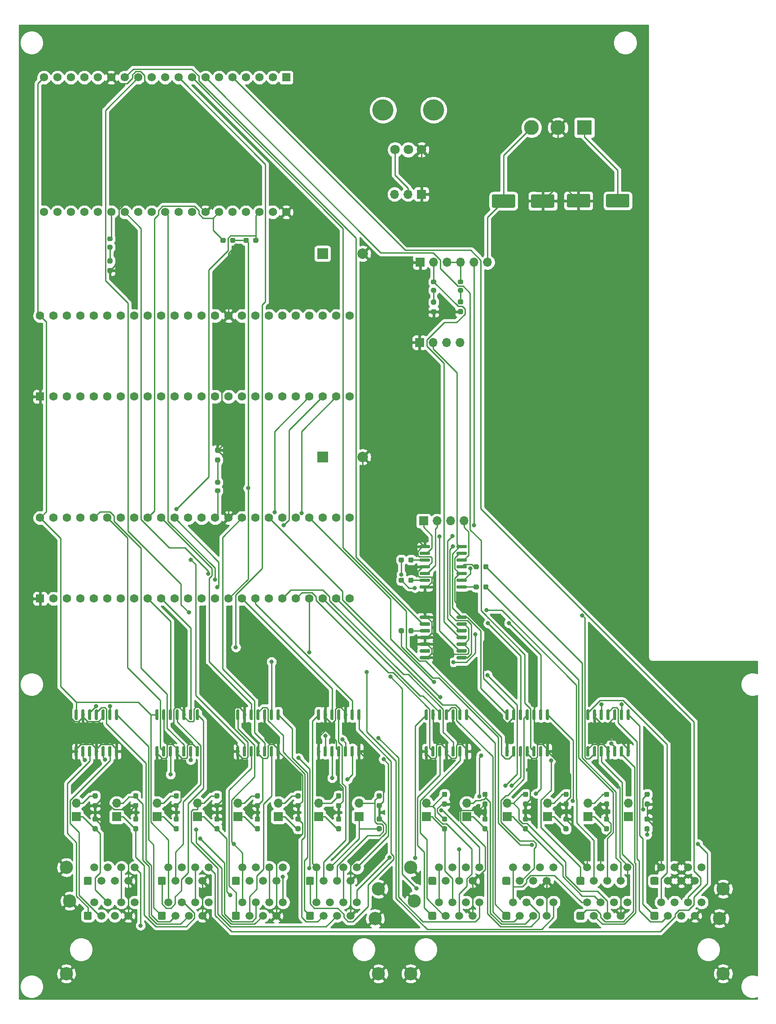
<source format=gtl>
%TF.GenerationSoftware,KiCad,Pcbnew,(5.1.9-0-10_14)*%
%TF.CreationDate,2021-06-23T09:28:56+02:00*%
%TF.ProjectId,MechanicalTheatre,4d656368-616e-4696-9361-6c5468656174,rev?*%
%TF.SameCoordinates,Original*%
%TF.FileFunction,Copper,L1,Top*%
%TF.FilePolarity,Positive*%
%FSLAX46Y46*%
G04 Gerber Fmt 4.6, Leading zero omitted, Abs format (unit mm)*
G04 Created by KiCad (PCBNEW (5.1.9-0-10_14)) date 2021-06-23 09:28:56*
%MOMM*%
%LPD*%
G01*
G04 APERTURE LIST*
%TA.AperFunction,ComponentPad*%
%ADD10C,2.500000*%
%TD*%
%TA.AperFunction,ComponentPad*%
%ADD11C,1.500000*%
%TD*%
%TA.AperFunction,ComponentPad*%
%ADD12O,1.700000X1.700000*%
%TD*%
%TA.AperFunction,ComponentPad*%
%ADD13R,1.700000X1.700000*%
%TD*%
%TA.AperFunction,ComponentPad*%
%ADD14C,1.600000*%
%TD*%
%TA.AperFunction,ComponentPad*%
%ADD15R,1.600000X1.600000*%
%TD*%
%TA.AperFunction,ComponentPad*%
%ADD16C,1.560000*%
%TD*%
%TA.AperFunction,ComponentPad*%
%ADD17R,1.560000X1.560000*%
%TD*%
%TA.AperFunction,WasherPad*%
%ADD18C,4.000000*%
%TD*%
%TA.AperFunction,ComponentPad*%
%ADD19C,1.800000*%
%TD*%
%TA.AperFunction,ComponentPad*%
%ADD20C,2.800000*%
%TD*%
%TA.AperFunction,ComponentPad*%
%ADD21R,2.800000X2.800000*%
%TD*%
%TA.AperFunction,ComponentPad*%
%ADD22C,2.000000*%
%TD*%
%TA.AperFunction,ComponentPad*%
%ADD23R,2.000000X2.000000*%
%TD*%
%TA.AperFunction,ViaPad*%
%ADD24C,0.800000*%
%TD*%
%TA.AperFunction,Conductor*%
%ADD25C,0.250000*%
%TD*%
%TA.AperFunction,Conductor*%
%ADD26C,0.254000*%
%TD*%
%TA.AperFunction,Conductor*%
%ADD27C,0.100000*%
%TD*%
G04 APERTURE END LIST*
D10*
%TO.P,J12,SH*%
%TO.N,GND*%
X163460000Y-219570000D03*
X104540000Y-219570000D03*
X104540000Y-199540000D03*
X163460000Y-203600000D03*
X105205000Y-205850000D03*
D11*
%TO.P,J12,88*%
X159390000Y-199540000D03*
%TO.P,J12,87*%
X158130000Y-202080000D03*
%TO.P,J12,86*%
X156850000Y-199540000D03*
%TO.P,J12,85*%
X155590000Y-202080000D03*
%TO.P,J12,84*%
X154310000Y-199540000D03*
%TO.P,J12,83*%
X153050000Y-202080000D03*
%TO.P,J12,82*%
X151770000Y-199540000D03*
%TO.P,J12,81*%
%TO.N,Net-(J12-Pad81)*%
%TA.AperFunction,ComponentPad*%
G36*
G01*
X149760000Y-202579500D02*
X149760000Y-201580500D01*
G75*
G02*
X150010500Y-201330000I250500J0D01*
G01*
X151009500Y-201330000D01*
G75*
G02*
X151260000Y-201580500I0J-250500D01*
G01*
X151260000Y-202579500D01*
G75*
G02*
X151009500Y-202830000I-250500J0D01*
G01*
X150010500Y-202830000D01*
G75*
G02*
X149760000Y-202579500I0J250500D01*
G01*
G37*
%TD.AperFunction*%
%TO.P,J12,53*%
%TO.N,Net-(J12-Pad53)*%
X111140000Y-202080000D03*
%TO.P,J12,51*%
%TO.N,Net-(J12-Pad51)*%
%TA.AperFunction,ComponentPad*%
G36*
G01*
X107850000Y-202579500D02*
X107850000Y-201580500D01*
G75*
G02*
X108100500Y-201330000I250500J0D01*
G01*
X109099500Y-201330000D01*
G75*
G02*
X109350000Y-201580500I0J-250500D01*
G01*
X109350000Y-202579500D01*
G75*
G02*
X109099500Y-202830000I-250500J0D01*
G01*
X108100500Y-202830000D01*
G75*
G02*
X107850000Y-202579500I0J250500D01*
G01*
G37*
%TD.AperFunction*%
%TO.P,J12,54*%
%TO.N,Net-(J12-Pad54)*%
X112400000Y-199540000D03*
%TO.P,J12,58*%
%TO.N,Net-(J12-Pad58)*%
X117480000Y-199540000D03*
%TO.P,J12,52*%
%TO.N,+5V*%
X109860000Y-199540000D03*
%TO.P,J12,55*%
%TO.N,Net-(J12-Pad55)*%
X113680000Y-202080000D03*
%TO.P,J12,56*%
%TO.N,/GENERAL_END_SWITCH_ESP32*%
X114940000Y-199540000D03*
%TO.P,J12,57*%
%TO.N,GND*%
X116220000Y-202080000D03*
%TO.P,J12,62*%
%TO.N,+5V*%
X123830000Y-199540000D03*
%TO.P,J12,68*%
%TO.N,Net-(J12-Pad68)*%
X131450000Y-199540000D03*
%TO.P,J12,64*%
%TO.N,Net-(J12-Pad64)*%
X126370000Y-199540000D03*
%TO.P,J12,61*%
%TO.N,Net-(J12-Pad61)*%
%TA.AperFunction,ComponentPad*%
G36*
G01*
X121820000Y-202579500D02*
X121820000Y-201580500D01*
G75*
G02*
X122070500Y-201330000I250500J0D01*
G01*
X123069500Y-201330000D01*
G75*
G02*
X123320000Y-201580500I0J-250500D01*
G01*
X123320000Y-202579500D01*
G75*
G02*
X123069500Y-202830000I-250500J0D01*
G01*
X122070500Y-202830000D01*
G75*
G02*
X121820000Y-202579500I0J250500D01*
G01*
G37*
%TD.AperFunction*%
%TO.P,J12,63*%
%TO.N,Net-(J12-Pad63)*%
X125110000Y-202080000D03*
%TO.P,J12,67*%
%TO.N,GND*%
X130190000Y-202080000D03*
%TO.P,J12,66*%
%TO.N,/GENERAL_END_SWITCH_ESP32*%
X128910000Y-199540000D03*
%TO.P,J12,65*%
%TO.N,Net-(J12-Pad65)*%
X127650000Y-202080000D03*
%TO.P,J12,72*%
%TO.N,GND*%
X137800000Y-199540000D03*
%TO.P,J12,78*%
X145420000Y-199540000D03*
%TO.P,J12,74*%
X140340000Y-199540000D03*
%TO.P,J12,71*%
%TO.N,Net-(J12-Pad71)*%
%TA.AperFunction,ComponentPad*%
G36*
G01*
X135790000Y-202579500D02*
X135790000Y-201580500D01*
G75*
G02*
X136040500Y-201330000I250500J0D01*
G01*
X137039500Y-201330000D01*
G75*
G02*
X137290000Y-201580500I0J-250500D01*
G01*
X137290000Y-202579500D01*
G75*
G02*
X137039500Y-202830000I-250500J0D01*
G01*
X136040500Y-202830000D01*
G75*
G02*
X135790000Y-202579500I0J250500D01*
G01*
G37*
%TD.AperFunction*%
%TO.P,J12,73*%
%TO.N,Net-(J12-Pad73)*%
X139080000Y-202080000D03*
%TO.P,J12,77*%
%TO.N,Net-(J12-Pad77)*%
X144160000Y-202080000D03*
%TO.P,J12,76*%
%TO.N,GND*%
X142880000Y-199540000D03*
%TO.P,J12,75*%
%TO.N,Net-(J12-Pad75)*%
X141620000Y-202080000D03*
%TO.P,J12,35*%
%TO.N,Net-(J12-Pad35)*%
X141620000Y-208650000D03*
%TO.P,J12,36*%
%TO.N,/GENERAL_END_SWITCH_ESP32*%
X142880000Y-206110000D03*
%TO.P,J12,37*%
%TO.N,GND*%
X144160000Y-208650000D03*
%TO.P,J12,33*%
%TO.N,Net-(J12-Pad33)*%
X139080000Y-208650000D03*
%TO.P,J12,31*%
%TO.N,Net-(J12-Pad31)*%
%TA.AperFunction,ComponentPad*%
G36*
G01*
X135790000Y-209149500D02*
X135790000Y-208150500D01*
G75*
G02*
X136040500Y-207900000I250500J0D01*
G01*
X137039500Y-207900000D01*
G75*
G02*
X137290000Y-208150500I0J-250500D01*
G01*
X137290000Y-209149500D01*
G75*
G02*
X137039500Y-209400000I-250500J0D01*
G01*
X136040500Y-209400000D01*
G75*
G02*
X135790000Y-209149500I0J250500D01*
G01*
G37*
%TD.AperFunction*%
%TO.P,J12,34*%
%TO.N,Net-(J12-Pad34)*%
X140340000Y-206110000D03*
%TO.P,J12,38*%
%TO.N,Net-(J12-Pad38)*%
X145420000Y-206110000D03*
%TO.P,J12,32*%
%TO.N,+5V*%
X137800000Y-206110000D03*
%TO.P,J12,25*%
%TO.N,Net-(J12-Pad25)*%
X127650000Y-208650000D03*
%TO.P,J12,26*%
%TO.N,/GENERAL_END_SWITCH_TEENSY*%
X128910000Y-206110000D03*
%TO.P,J12,27*%
%TO.N,GND*%
X130190000Y-208650000D03*
%TO.P,J12,23*%
%TO.N,Net-(J12-Pad23)*%
X125110000Y-208650000D03*
%TO.P,J12,21*%
%TO.N,Net-(J12-Pad21)*%
%TA.AperFunction,ComponentPad*%
G36*
G01*
X121820000Y-209149500D02*
X121820000Y-208150500D01*
G75*
G02*
X122070500Y-207900000I250500J0D01*
G01*
X123069500Y-207900000D01*
G75*
G02*
X123320000Y-208150500I0J-250500D01*
G01*
X123320000Y-209149500D01*
G75*
G02*
X123069500Y-209400000I-250500J0D01*
G01*
X122070500Y-209400000D01*
G75*
G02*
X121820000Y-209149500I0J250500D01*
G01*
G37*
%TD.AperFunction*%
%TO.P,J12,24*%
%TO.N,Net-(J12-Pad24)*%
X126370000Y-206110000D03*
%TO.P,J12,28*%
%TO.N,Net-(J12-Pad28)*%
X131450000Y-206110000D03*
%TO.P,J12,22*%
%TO.N,+5V*%
X123830000Y-206110000D03*
%TO.P,J12,12*%
X109860000Y-206110000D03*
%TO.P,J12,18*%
%TO.N,Net-(J12-Pad18)*%
X117480000Y-206110000D03*
%TO.P,J12,14*%
%TO.N,Net-(J12-Pad14)*%
X112400000Y-206110000D03*
%TO.P,J12,11*%
%TO.N,Net-(J12-Pad11)*%
%TA.AperFunction,ComponentPad*%
G36*
G01*
X107850000Y-209149500D02*
X107850000Y-208150500D01*
G75*
G02*
X108100500Y-207900000I250500J0D01*
G01*
X109099500Y-207900000D01*
G75*
G02*
X109350000Y-208150500I0J-250500D01*
G01*
X109350000Y-209149500D01*
G75*
G02*
X109099500Y-209400000I-250500J0D01*
G01*
X108100500Y-209400000D01*
G75*
G02*
X107850000Y-209149500I0J250500D01*
G01*
G37*
%TD.AperFunction*%
%TO.P,J12,13*%
%TO.N,Net-(J12-Pad13)*%
X111140000Y-208650000D03*
%TO.P,J12,17*%
%TO.N,GND*%
X116220000Y-208650000D03*
%TO.P,J12,16*%
%TO.N,/GENERAL_END_SWITCH_TEENSY*%
X114940000Y-206110000D03*
%TO.P,J12,15*%
%TO.N,Net-(J12-Pad15)*%
X113680000Y-208650000D03*
%TO.P,J12,41*%
%TO.N,Net-(J12-Pad41)*%
%TA.AperFunction,ComponentPad*%
G36*
G01*
X149760000Y-209149500D02*
X149760000Y-208150500D01*
G75*
G02*
X150010500Y-207900000I250500J0D01*
G01*
X151009500Y-207900000D01*
G75*
G02*
X151260000Y-208150500I0J-250500D01*
G01*
X151260000Y-209149500D01*
G75*
G02*
X151009500Y-209400000I-250500J0D01*
G01*
X150010500Y-209400000D01*
G75*
G02*
X149760000Y-209149500I0J250500D01*
G01*
G37*
%TD.AperFunction*%
%TO.P,J12,42*%
%TO.N,+5V*%
X151770000Y-206110000D03*
%TO.P,J12,43*%
%TO.N,Net-(J12-Pad43)*%
X153050000Y-208650000D03*
%TO.P,J12,44*%
%TO.N,Net-(J12-Pad44)*%
X154310000Y-206110000D03*
%TO.P,J12,45*%
%TO.N,Net-(J12-Pad45)*%
X155590000Y-208650000D03*
%TO.P,J12,46*%
%TO.N,/GENERAL_END_SWITCH_ESP32*%
X156850000Y-206110000D03*
%TO.P,J12,47*%
%TO.N,GND*%
X158130000Y-208650000D03*
%TO.P,J12,48*%
%TO.N,Net-(J12-Pad48)*%
X159390000Y-206110000D03*
D10*
%TO.P,J12,SH*%
%TO.N,GND*%
X162795000Y-209150000D03*
%TD*%
D12*
%TO.P,J23,2*%
%TO.N,Net-(J11-Pad35)*%
X56660000Y-187420000D03*
D13*
%TO.P,J23,1*%
%TO.N,Net-(J11-Pad34)*%
X56660000Y-189960000D03*
%TD*%
D12*
%TO.P,J22,2*%
%TO.N,Net-(J12-Pad65)*%
X145560000Y-187420000D03*
D13*
%TO.P,J22,1*%
%TO.N,Net-(J12-Pad64)*%
X145560000Y-189960000D03*
%TD*%
D12*
%TO.P,J21,2*%
%TO.N,Net-(J12-Pad55)*%
X137940000Y-187420000D03*
D13*
%TO.P,J21,1*%
%TO.N,Net-(J12-Pad54)*%
X137940000Y-189960000D03*
%TD*%
D12*
%TO.P,J20,2*%
%TO.N,Net-(J12-Pad45)*%
X130320000Y-187420000D03*
D13*
%TO.P,J20,1*%
%TO.N,Net-(J12-Pad44)*%
X130320000Y-189960000D03*
%TD*%
D12*
%TO.P,J19,2*%
%TO.N,Net-(J12-Pad35)*%
X122700000Y-187420000D03*
D13*
%TO.P,J19,1*%
%TO.N,Net-(J12-Pad34)*%
X122700000Y-189960000D03*
%TD*%
D12*
%TO.P,J18,2*%
%TO.N,Net-(J11-Pad85)*%
X94760000Y-187420000D03*
D13*
%TO.P,J18,1*%
%TO.N,Net-(J11-Pad84)*%
X94760000Y-189960000D03*
%TD*%
D12*
%TO.P,J17,2*%
%TO.N,Net-(J12-Pad15)*%
X107460000Y-187420000D03*
D13*
%TO.P,J17,1*%
%TO.N,Net-(J12-Pad14)*%
X107460000Y-189960000D03*
%TD*%
D12*
%TO.P,J16,2*%
%TO.N,Net-(J12-Pad25)*%
X115080000Y-187420000D03*
D13*
%TO.P,J16,1*%
%TO.N,Net-(J12-Pad24)*%
X115080000Y-189960000D03*
%TD*%
D12*
%TO.P,J15,2*%
%TO.N,Net-(J11-Pad75)*%
X87140000Y-187420000D03*
D13*
%TO.P,J15,1*%
%TO.N,Net-(J11-Pad74)*%
X87140000Y-189960000D03*
%TD*%
D12*
%TO.P,J14,2*%
%TO.N,Net-(J11-Pad65)*%
X79520000Y-187420000D03*
D13*
%TO.P,J14,1*%
%TO.N,Net-(J11-Pad64)*%
X79520000Y-189960000D03*
%TD*%
D12*
%TO.P,J13,2*%
%TO.N,Net-(J11-Pad55)*%
X71900000Y-187420000D03*
D13*
%TO.P,J13,1*%
%TO.N,Net-(J11-Pad54)*%
X71900000Y-189960000D03*
%TD*%
D12*
%TO.P,J10,2*%
%TO.N,Net-(J10-Pad2)*%
X41420000Y-187420000D03*
D13*
%TO.P,J10,1*%
%TO.N,Net-(J10-Pad1)*%
X41420000Y-189960000D03*
%TD*%
D12*
%TO.P,J9,3*%
%TO.N,+24V*%
X101473000Y-72583000D03*
%TO.P,J9,2*%
%TO.N,Net-(J9-Pad2)*%
X104013000Y-72583000D03*
D13*
%TO.P,J9,1*%
%TO.N,GND*%
X106553000Y-72583000D03*
%TD*%
D12*
%TO.P,J8,4*%
%TO.N,/I2C_SCL*%
X113820000Y-100540000D03*
%TO.P,J8,3*%
%TO.N,/I2C_SDA*%
X111280000Y-100540000D03*
%TO.P,J8,2*%
%TO.N,+5V*%
X108740000Y-100540000D03*
D13*
%TO.P,J8,1*%
%TO.N,GND*%
X106200000Y-100540000D03*
%TD*%
D12*
%TO.P,J7,4*%
%TO.N,/WS2812B_Line_4*%
X114554000Y-134178000D03*
%TO.P,J7,3*%
%TO.N,/WS2812B_Line_3*%
X112014000Y-134178000D03*
%TO.P,J7,2*%
%TO.N,/WS2812B_Line_2*%
X109474000Y-134178000D03*
D13*
%TO.P,J7,1*%
%TO.N,/WS2812B_Line_1*%
X106934000Y-134178000D03*
%TD*%
D12*
%TO.P,J4,6*%
%TO.N,+5V*%
X118999000Y-85410000D03*
%TO.P,J4,5*%
%TO.N,Net-(D3-Pad2)*%
X116459000Y-85410000D03*
%TO.P,J4,4*%
X113919000Y-85410000D03*
%TO.P,J4,3*%
X111379000Y-85410000D03*
%TO.P,J4,2*%
%TO.N,Net-(D4-Pad2)*%
X108839000Y-85410000D03*
D13*
%TO.P,J4,1*%
%TO.N,GND*%
X106299000Y-85410000D03*
%TD*%
D12*
%TO.P,J3,2*%
%TO.N,Net-(J11-Pad45)*%
X64280000Y-187420000D03*
D13*
%TO.P,J3,1*%
%TO.N,Net-(J11-Pad44)*%
X64280000Y-189960000D03*
%TD*%
D12*
%TO.P,J2,2*%
%TO.N,Net-(J11-Pad25)*%
X49040000Y-187420000D03*
D13*
%TO.P,J2,1*%
%TO.N,Net-(J11-Pad24)*%
X49040000Y-189960000D03*
%TD*%
D14*
%TO.P,U15,48*%
%TO.N,+5V*%
X34610000Y-95500000D03*
%TO.P,U15,47*%
%TO.N,Net-(U15-Pad47)*%
X37150000Y-95500000D03*
%TO.P,U15,46*%
%TO.N,Net-(U15-Pad46)*%
X39690000Y-95500000D03*
%TO.P,U15,45*%
%TO.N,Net-(U15-Pad45)*%
X42230000Y-95500000D03*
%TO.P,U15,44*%
%TO.N,Net-(U15-Pad44)*%
X44770000Y-95500000D03*
%TO.P,U15,43*%
%TO.N,Net-(U15-Pad43)*%
X47310000Y-95500000D03*
%TO.P,U15,42*%
%TO.N,Net-(U15-Pad42)*%
X49850000Y-95500000D03*
%TO.P,U15,41*%
%TO.N,Net-(U15-Pad41)*%
X52390000Y-95500000D03*
%TO.P,U15,40*%
%TO.N,Net-(U15-Pad40)*%
X54930000Y-95500000D03*
%TO.P,U15,39*%
%TO.N,Net-(U15-Pad39)*%
X57470000Y-95500000D03*
%TO.P,U15,38*%
%TO.N,Net-(U15-Pad38)*%
X60010000Y-95500000D03*
%TO.P,U15,37*%
%TO.N,Net-(U15-Pad37)*%
X62550000Y-95500000D03*
%TO.P,U15,36*%
%TO.N,Net-(U15-Pad36)*%
X65090000Y-95500000D03*
%TO.P,U15,35*%
%TO.N,Net-(U15-Pad35)*%
X67630000Y-95500000D03*
D15*
%TO.P,U15,1*%
%TO.N,GND*%
X34610000Y-110740000D03*
D14*
%TO.P,U15,2*%
%TO.N,Net-(U15-Pad2)*%
X37150000Y-110740000D03*
%TO.P,U15,3*%
%TO.N,Net-(U15-Pad3)*%
X39690000Y-110740000D03*
%TO.P,U15,4*%
%TO.N,Net-(U15-Pad4)*%
X42230000Y-110740000D03*
%TO.P,U15,5*%
%TO.N,Net-(U15-Pad5)*%
X44770000Y-110740000D03*
%TO.P,U15,6*%
%TO.N,Net-(U15-Pad6)*%
X47310000Y-110740000D03*
%TO.P,U15,7*%
%TO.N,Net-(U15-Pad7)*%
X49850000Y-110740000D03*
%TO.P,U15,8*%
%TO.N,Net-(U15-Pad8)*%
X52390000Y-110740000D03*
%TO.P,U15,9*%
%TO.N,Net-(U15-Pad9)*%
X54930000Y-110740000D03*
%TO.P,U15,10*%
%TO.N,Net-(U15-Pad10)*%
X57470000Y-110740000D03*
%TO.P,U15,11*%
%TO.N,Net-(U15-Pad11)*%
X60010000Y-110740000D03*
%TO.P,U15,12*%
%TO.N,Net-(U15-Pad12)*%
X62550000Y-110740000D03*
%TO.P,U15,13*%
%TO.N,Net-(U15-Pad13)*%
X65090000Y-110740000D03*
%TO.P,U15,34*%
%TO.N,GND*%
X70170000Y-95500000D03*
%TO.P,U15,33*%
%TO.N,Net-(U15-Pad33)*%
X72710000Y-95500000D03*
%TO.P,U15,32*%
%TO.N,Net-(U15-Pad32)*%
X75250000Y-95500000D03*
%TO.P,U15,31*%
%TO.N,Net-(U15-Pad31)*%
X77790000Y-95500000D03*
%TO.P,U15,30*%
%TO.N,Net-(U15-Pad30)*%
X80330000Y-95500000D03*
%TO.P,U15,29*%
%TO.N,Net-(U15-Pad29)*%
X82870000Y-95500000D03*
%TO.P,U15,28*%
%TO.N,Net-(U15-Pad28)*%
X85410000Y-95500000D03*
%TO.P,U15,27*%
%TO.N,Net-(U15-Pad27)*%
X87950000Y-95500000D03*
%TO.P,U15,26*%
%TO.N,Net-(U15-Pad26)*%
X90490000Y-95500000D03*
%TO.P,U15,25*%
%TO.N,Net-(U15-Pad25)*%
X93030000Y-95500000D03*
%TO.P,U15,24*%
%TO.N,Net-(U15-Pad24)*%
X93030000Y-110740000D03*
%TO.P,U15,23*%
%TO.N,/WS2812B_Line_4*%
X90490000Y-110740000D03*
%TO.P,U15,22*%
%TO.N,/WS2812B_Line_3*%
X87950000Y-110740000D03*
%TO.P,U15,21*%
%TO.N,/WS2812B_Line_2*%
X85410000Y-110740000D03*
%TO.P,U15,14*%
%TO.N,Net-(U15-Pad14)*%
X67630000Y-110740000D03*
%TO.P,U15,15*%
%TO.N,Net-(U15-Pad15)*%
X70170000Y-110740000D03*
%TO.P,U15,16*%
%TO.N,/START_STOP_TRIGGER*%
X72710000Y-110740000D03*
%TO.P,U15,20*%
%TO.N,/WS2812B_Line_1*%
X82870000Y-110740000D03*
%TO.P,U15,19*%
%TO.N,Net-(U15-Pad19)*%
X80330000Y-110740000D03*
%TO.P,U15,18*%
%TO.N,Net-(U15-Pad18)*%
X77790000Y-110740000D03*
%TO.P,U15,17*%
%TO.N,Net-(U15-Pad17)*%
X75250000Y-110740000D03*
%TD*%
%TO.P,U13,14*%
%TO.N,+5V*%
%TA.AperFunction,SMDPad,CuDef*%
G36*
G01*
X122860000Y-171705000D02*
X122560000Y-171705000D01*
G75*
G02*
X122410000Y-171555000I0J150000D01*
G01*
X122410000Y-169880000D01*
G75*
G02*
X122560000Y-169730000I150000J0D01*
G01*
X122860000Y-169730000D01*
G75*
G02*
X123010000Y-169880000I0J-150000D01*
G01*
X123010000Y-171555000D01*
G75*
G02*
X122860000Y-171705000I-150000J0D01*
G01*
G37*
%TD.AperFunction*%
%TO.P,U13,13*%
%TO.N,GND*%
%TA.AperFunction,SMDPad,CuDef*%
G36*
G01*
X124130000Y-171705000D02*
X123830000Y-171705000D01*
G75*
G02*
X123680000Y-171555000I0J150000D01*
G01*
X123680000Y-169880000D01*
G75*
G02*
X123830000Y-169730000I150000J0D01*
G01*
X124130000Y-169730000D01*
G75*
G02*
X124280000Y-169880000I0J-150000D01*
G01*
X124280000Y-171555000D01*
G75*
G02*
X124130000Y-171705000I-150000J0D01*
G01*
G37*
%TD.AperFunction*%
%TO.P,U13,12*%
%TO.N,/STEPPER_14_STEP*%
%TA.AperFunction,SMDPad,CuDef*%
G36*
G01*
X125400000Y-171705000D02*
X125100000Y-171705000D01*
G75*
G02*
X124950000Y-171555000I0J150000D01*
G01*
X124950000Y-169880000D01*
G75*
G02*
X125100000Y-169730000I150000J0D01*
G01*
X125400000Y-169730000D01*
G75*
G02*
X125550000Y-169880000I0J-150000D01*
G01*
X125550000Y-171555000D01*
G75*
G02*
X125400000Y-171705000I-150000J0D01*
G01*
G37*
%TD.AperFunction*%
%TO.P,U13,11*%
%TO.N,Net-(J12-Pad63)*%
%TA.AperFunction,SMDPad,CuDef*%
G36*
G01*
X126670000Y-171705000D02*
X126370000Y-171705000D01*
G75*
G02*
X126220000Y-171555000I0J150000D01*
G01*
X126220000Y-169880000D01*
G75*
G02*
X126370000Y-169730000I150000J0D01*
G01*
X126670000Y-169730000D01*
G75*
G02*
X126820000Y-169880000I0J-150000D01*
G01*
X126820000Y-171555000D01*
G75*
G02*
X126670000Y-171705000I-150000J0D01*
G01*
G37*
%TD.AperFunction*%
%TO.P,U13,10*%
%TO.N,GND*%
%TA.AperFunction,SMDPad,CuDef*%
G36*
G01*
X127940000Y-171705000D02*
X127640000Y-171705000D01*
G75*
G02*
X127490000Y-171555000I0J150000D01*
G01*
X127490000Y-169880000D01*
G75*
G02*
X127640000Y-169730000I150000J0D01*
G01*
X127940000Y-169730000D01*
G75*
G02*
X128090000Y-169880000I0J-150000D01*
G01*
X128090000Y-171555000D01*
G75*
G02*
X127940000Y-171705000I-150000J0D01*
G01*
G37*
%TD.AperFunction*%
%TO.P,U13,9*%
%TO.N,/STEPPER_14_DIR*%
%TA.AperFunction,SMDPad,CuDef*%
G36*
G01*
X129210000Y-171705000D02*
X128910000Y-171705000D01*
G75*
G02*
X128760000Y-171555000I0J150000D01*
G01*
X128760000Y-169880000D01*
G75*
G02*
X128910000Y-169730000I150000J0D01*
G01*
X129210000Y-169730000D01*
G75*
G02*
X129360000Y-169880000I0J-150000D01*
G01*
X129360000Y-171555000D01*
G75*
G02*
X129210000Y-171705000I-150000J0D01*
G01*
G37*
%TD.AperFunction*%
%TO.P,U13,8*%
%TO.N,Net-(J12-Pad61)*%
%TA.AperFunction,SMDPad,CuDef*%
G36*
G01*
X130480000Y-171705000D02*
X130180000Y-171705000D01*
G75*
G02*
X130030000Y-171555000I0J150000D01*
G01*
X130030000Y-169880000D01*
G75*
G02*
X130180000Y-169730000I150000J0D01*
G01*
X130480000Y-169730000D01*
G75*
G02*
X130630000Y-169880000I0J-150000D01*
G01*
X130630000Y-171555000D01*
G75*
G02*
X130480000Y-171705000I-150000J0D01*
G01*
G37*
%TD.AperFunction*%
%TO.P,U13,7*%
%TO.N,GND*%
%TA.AperFunction,SMDPad,CuDef*%
G36*
G01*
X130480000Y-178630000D02*
X130180000Y-178630000D01*
G75*
G02*
X130030000Y-178480000I0J150000D01*
G01*
X130030000Y-176805000D01*
G75*
G02*
X130180000Y-176655000I150000J0D01*
G01*
X130480000Y-176655000D01*
G75*
G02*
X130630000Y-176805000I0J-150000D01*
G01*
X130630000Y-178480000D01*
G75*
G02*
X130480000Y-178630000I-150000J0D01*
G01*
G37*
%TD.AperFunction*%
%TO.P,U13,6*%
%TO.N,Net-(J12-Pad53)*%
%TA.AperFunction,SMDPad,CuDef*%
G36*
G01*
X129210000Y-178630000D02*
X128910000Y-178630000D01*
G75*
G02*
X128760000Y-178480000I0J150000D01*
G01*
X128760000Y-176805000D01*
G75*
G02*
X128910000Y-176655000I150000J0D01*
G01*
X129210000Y-176655000D01*
G75*
G02*
X129360000Y-176805000I0J-150000D01*
G01*
X129360000Y-178480000D01*
G75*
G02*
X129210000Y-178630000I-150000J0D01*
G01*
G37*
%TD.AperFunction*%
%TO.P,U13,5*%
%TO.N,/STEPPER_13_STEP*%
%TA.AperFunction,SMDPad,CuDef*%
G36*
G01*
X127940000Y-178630000D02*
X127640000Y-178630000D01*
G75*
G02*
X127490000Y-178480000I0J150000D01*
G01*
X127490000Y-176805000D01*
G75*
G02*
X127640000Y-176655000I150000J0D01*
G01*
X127940000Y-176655000D01*
G75*
G02*
X128090000Y-176805000I0J-150000D01*
G01*
X128090000Y-178480000D01*
G75*
G02*
X127940000Y-178630000I-150000J0D01*
G01*
G37*
%TD.AperFunction*%
%TO.P,U13,4*%
%TO.N,GND*%
%TA.AperFunction,SMDPad,CuDef*%
G36*
G01*
X126670000Y-178630000D02*
X126370000Y-178630000D01*
G75*
G02*
X126220000Y-178480000I0J150000D01*
G01*
X126220000Y-176805000D01*
G75*
G02*
X126370000Y-176655000I150000J0D01*
G01*
X126670000Y-176655000D01*
G75*
G02*
X126820000Y-176805000I0J-150000D01*
G01*
X126820000Y-178480000D01*
G75*
G02*
X126670000Y-178630000I-150000J0D01*
G01*
G37*
%TD.AperFunction*%
%TO.P,U13,3*%
%TO.N,Net-(J12-Pad51)*%
%TA.AperFunction,SMDPad,CuDef*%
G36*
G01*
X125400000Y-178630000D02*
X125100000Y-178630000D01*
G75*
G02*
X124950000Y-178480000I0J150000D01*
G01*
X124950000Y-176805000D01*
G75*
G02*
X125100000Y-176655000I150000J0D01*
G01*
X125400000Y-176655000D01*
G75*
G02*
X125550000Y-176805000I0J-150000D01*
G01*
X125550000Y-178480000D01*
G75*
G02*
X125400000Y-178630000I-150000J0D01*
G01*
G37*
%TD.AperFunction*%
%TO.P,U13,2*%
%TO.N,/STEPPER_13_DIR*%
%TA.AperFunction,SMDPad,CuDef*%
G36*
G01*
X124130000Y-178630000D02*
X123830000Y-178630000D01*
G75*
G02*
X123680000Y-178480000I0J150000D01*
G01*
X123680000Y-176805000D01*
G75*
G02*
X123830000Y-176655000I150000J0D01*
G01*
X124130000Y-176655000D01*
G75*
G02*
X124280000Y-176805000I0J-150000D01*
G01*
X124280000Y-178480000D01*
G75*
G02*
X124130000Y-178630000I-150000J0D01*
G01*
G37*
%TD.AperFunction*%
%TO.P,U13,1*%
%TO.N,GND*%
%TA.AperFunction,SMDPad,CuDef*%
G36*
G01*
X122860000Y-178630000D02*
X122560000Y-178630000D01*
G75*
G02*
X122410000Y-178480000I0J150000D01*
G01*
X122410000Y-176805000D01*
G75*
G02*
X122560000Y-176655000I150000J0D01*
G01*
X122860000Y-176655000D01*
G75*
G02*
X123010000Y-176805000I0J-150000D01*
G01*
X123010000Y-178480000D01*
G75*
G02*
X122860000Y-178630000I-150000J0D01*
G01*
G37*
%TD.AperFunction*%
%TD*%
%TO.P,U12,14*%
%TO.N,+5V*%
%TA.AperFunction,SMDPad,CuDef*%
G36*
G01*
X138100000Y-171705000D02*
X137800000Y-171705000D01*
G75*
G02*
X137650000Y-171555000I0J150000D01*
G01*
X137650000Y-169880000D01*
G75*
G02*
X137800000Y-169730000I150000J0D01*
G01*
X138100000Y-169730000D01*
G75*
G02*
X138250000Y-169880000I0J-150000D01*
G01*
X138250000Y-171555000D01*
G75*
G02*
X138100000Y-171705000I-150000J0D01*
G01*
G37*
%TD.AperFunction*%
%TO.P,U12,13*%
%TO.N,GND*%
%TA.AperFunction,SMDPad,CuDef*%
G36*
G01*
X139370000Y-171705000D02*
X139070000Y-171705000D01*
G75*
G02*
X138920000Y-171555000I0J150000D01*
G01*
X138920000Y-169880000D01*
G75*
G02*
X139070000Y-169730000I150000J0D01*
G01*
X139370000Y-169730000D01*
G75*
G02*
X139520000Y-169880000I0J-150000D01*
G01*
X139520000Y-171555000D01*
G75*
G02*
X139370000Y-171705000I-150000J0D01*
G01*
G37*
%TD.AperFunction*%
%TO.P,U12,12*%
%TO.N,/STEPPER_12_STEP*%
%TA.AperFunction,SMDPad,CuDef*%
G36*
G01*
X140640000Y-171705000D02*
X140340000Y-171705000D01*
G75*
G02*
X140190000Y-171555000I0J150000D01*
G01*
X140190000Y-169880000D01*
G75*
G02*
X140340000Y-169730000I150000J0D01*
G01*
X140640000Y-169730000D01*
G75*
G02*
X140790000Y-169880000I0J-150000D01*
G01*
X140790000Y-171555000D01*
G75*
G02*
X140640000Y-171705000I-150000J0D01*
G01*
G37*
%TD.AperFunction*%
%TO.P,U12,11*%
%TO.N,Net-(J12-Pad43)*%
%TA.AperFunction,SMDPad,CuDef*%
G36*
G01*
X141910000Y-171705000D02*
X141610000Y-171705000D01*
G75*
G02*
X141460000Y-171555000I0J150000D01*
G01*
X141460000Y-169880000D01*
G75*
G02*
X141610000Y-169730000I150000J0D01*
G01*
X141910000Y-169730000D01*
G75*
G02*
X142060000Y-169880000I0J-150000D01*
G01*
X142060000Y-171555000D01*
G75*
G02*
X141910000Y-171705000I-150000J0D01*
G01*
G37*
%TD.AperFunction*%
%TO.P,U12,10*%
%TO.N,GND*%
%TA.AperFunction,SMDPad,CuDef*%
G36*
G01*
X143180000Y-171705000D02*
X142880000Y-171705000D01*
G75*
G02*
X142730000Y-171555000I0J150000D01*
G01*
X142730000Y-169880000D01*
G75*
G02*
X142880000Y-169730000I150000J0D01*
G01*
X143180000Y-169730000D01*
G75*
G02*
X143330000Y-169880000I0J-150000D01*
G01*
X143330000Y-171555000D01*
G75*
G02*
X143180000Y-171705000I-150000J0D01*
G01*
G37*
%TD.AperFunction*%
%TO.P,U12,9*%
%TO.N,/STEPPER_12_DIR*%
%TA.AperFunction,SMDPad,CuDef*%
G36*
G01*
X144450000Y-171705000D02*
X144150000Y-171705000D01*
G75*
G02*
X144000000Y-171555000I0J150000D01*
G01*
X144000000Y-169880000D01*
G75*
G02*
X144150000Y-169730000I150000J0D01*
G01*
X144450000Y-169730000D01*
G75*
G02*
X144600000Y-169880000I0J-150000D01*
G01*
X144600000Y-171555000D01*
G75*
G02*
X144450000Y-171705000I-150000J0D01*
G01*
G37*
%TD.AperFunction*%
%TO.P,U12,8*%
%TO.N,Net-(J12-Pad41)*%
%TA.AperFunction,SMDPad,CuDef*%
G36*
G01*
X145720000Y-171705000D02*
X145420000Y-171705000D01*
G75*
G02*
X145270000Y-171555000I0J150000D01*
G01*
X145270000Y-169880000D01*
G75*
G02*
X145420000Y-169730000I150000J0D01*
G01*
X145720000Y-169730000D01*
G75*
G02*
X145870000Y-169880000I0J-150000D01*
G01*
X145870000Y-171555000D01*
G75*
G02*
X145720000Y-171705000I-150000J0D01*
G01*
G37*
%TD.AperFunction*%
%TO.P,U12,7*%
%TO.N,GND*%
%TA.AperFunction,SMDPad,CuDef*%
G36*
G01*
X145720000Y-178630000D02*
X145420000Y-178630000D01*
G75*
G02*
X145270000Y-178480000I0J150000D01*
G01*
X145270000Y-176805000D01*
G75*
G02*
X145420000Y-176655000I150000J0D01*
G01*
X145720000Y-176655000D01*
G75*
G02*
X145870000Y-176805000I0J-150000D01*
G01*
X145870000Y-178480000D01*
G75*
G02*
X145720000Y-178630000I-150000J0D01*
G01*
G37*
%TD.AperFunction*%
%TO.P,U12,6*%
%TO.N,Net-(J12-Pad33)*%
%TA.AperFunction,SMDPad,CuDef*%
G36*
G01*
X144450000Y-178630000D02*
X144150000Y-178630000D01*
G75*
G02*
X144000000Y-178480000I0J150000D01*
G01*
X144000000Y-176805000D01*
G75*
G02*
X144150000Y-176655000I150000J0D01*
G01*
X144450000Y-176655000D01*
G75*
G02*
X144600000Y-176805000I0J-150000D01*
G01*
X144600000Y-178480000D01*
G75*
G02*
X144450000Y-178630000I-150000J0D01*
G01*
G37*
%TD.AperFunction*%
%TO.P,U12,5*%
%TO.N,/STEPPER_11_STEP*%
%TA.AperFunction,SMDPad,CuDef*%
G36*
G01*
X143180000Y-178630000D02*
X142880000Y-178630000D01*
G75*
G02*
X142730000Y-178480000I0J150000D01*
G01*
X142730000Y-176805000D01*
G75*
G02*
X142880000Y-176655000I150000J0D01*
G01*
X143180000Y-176655000D01*
G75*
G02*
X143330000Y-176805000I0J-150000D01*
G01*
X143330000Y-178480000D01*
G75*
G02*
X143180000Y-178630000I-150000J0D01*
G01*
G37*
%TD.AperFunction*%
%TO.P,U12,4*%
%TO.N,GND*%
%TA.AperFunction,SMDPad,CuDef*%
G36*
G01*
X141910000Y-178630000D02*
X141610000Y-178630000D01*
G75*
G02*
X141460000Y-178480000I0J150000D01*
G01*
X141460000Y-176805000D01*
G75*
G02*
X141610000Y-176655000I150000J0D01*
G01*
X141910000Y-176655000D01*
G75*
G02*
X142060000Y-176805000I0J-150000D01*
G01*
X142060000Y-178480000D01*
G75*
G02*
X141910000Y-178630000I-150000J0D01*
G01*
G37*
%TD.AperFunction*%
%TO.P,U12,3*%
%TO.N,Net-(J12-Pad31)*%
%TA.AperFunction,SMDPad,CuDef*%
G36*
G01*
X140640000Y-178630000D02*
X140340000Y-178630000D01*
G75*
G02*
X140190000Y-178480000I0J150000D01*
G01*
X140190000Y-176805000D01*
G75*
G02*
X140340000Y-176655000I150000J0D01*
G01*
X140640000Y-176655000D01*
G75*
G02*
X140790000Y-176805000I0J-150000D01*
G01*
X140790000Y-178480000D01*
G75*
G02*
X140640000Y-178630000I-150000J0D01*
G01*
G37*
%TD.AperFunction*%
%TO.P,U12,2*%
%TO.N,/STEPPER_11_DIR*%
%TA.AperFunction,SMDPad,CuDef*%
G36*
G01*
X139370000Y-178630000D02*
X139070000Y-178630000D01*
G75*
G02*
X138920000Y-178480000I0J150000D01*
G01*
X138920000Y-176805000D01*
G75*
G02*
X139070000Y-176655000I150000J0D01*
G01*
X139370000Y-176655000D01*
G75*
G02*
X139520000Y-176805000I0J-150000D01*
G01*
X139520000Y-178480000D01*
G75*
G02*
X139370000Y-178630000I-150000J0D01*
G01*
G37*
%TD.AperFunction*%
%TO.P,U12,1*%
%TO.N,GND*%
%TA.AperFunction,SMDPad,CuDef*%
G36*
G01*
X138100000Y-178630000D02*
X137800000Y-178630000D01*
G75*
G02*
X137650000Y-178480000I0J150000D01*
G01*
X137650000Y-176805000D01*
G75*
G02*
X137800000Y-176655000I150000J0D01*
G01*
X138100000Y-176655000D01*
G75*
G02*
X138250000Y-176805000I0J-150000D01*
G01*
X138250000Y-178480000D01*
G75*
G02*
X138100000Y-178630000I-150000J0D01*
G01*
G37*
%TD.AperFunction*%
%TD*%
%TO.P,U11,14*%
%TO.N,+5V*%
%TA.AperFunction,SMDPad,CuDef*%
G36*
G01*
X107620000Y-171705000D02*
X107320000Y-171705000D01*
G75*
G02*
X107170000Y-171555000I0J150000D01*
G01*
X107170000Y-169880000D01*
G75*
G02*
X107320000Y-169730000I150000J0D01*
G01*
X107620000Y-169730000D01*
G75*
G02*
X107770000Y-169880000I0J-150000D01*
G01*
X107770000Y-171555000D01*
G75*
G02*
X107620000Y-171705000I-150000J0D01*
G01*
G37*
%TD.AperFunction*%
%TO.P,U11,13*%
%TO.N,GND*%
%TA.AperFunction,SMDPad,CuDef*%
G36*
G01*
X108890000Y-171705000D02*
X108590000Y-171705000D01*
G75*
G02*
X108440000Y-171555000I0J150000D01*
G01*
X108440000Y-169880000D01*
G75*
G02*
X108590000Y-169730000I150000J0D01*
G01*
X108890000Y-169730000D01*
G75*
G02*
X109040000Y-169880000I0J-150000D01*
G01*
X109040000Y-171555000D01*
G75*
G02*
X108890000Y-171705000I-150000J0D01*
G01*
G37*
%TD.AperFunction*%
%TO.P,U11,12*%
%TO.N,/STEPPER_10_STEP*%
%TA.AperFunction,SMDPad,CuDef*%
G36*
G01*
X110160000Y-171705000D02*
X109860000Y-171705000D01*
G75*
G02*
X109710000Y-171555000I0J150000D01*
G01*
X109710000Y-169880000D01*
G75*
G02*
X109860000Y-169730000I150000J0D01*
G01*
X110160000Y-169730000D01*
G75*
G02*
X110310000Y-169880000I0J-150000D01*
G01*
X110310000Y-171555000D01*
G75*
G02*
X110160000Y-171705000I-150000J0D01*
G01*
G37*
%TD.AperFunction*%
%TO.P,U11,11*%
%TO.N,Net-(J12-Pad23)*%
%TA.AperFunction,SMDPad,CuDef*%
G36*
G01*
X111430000Y-171705000D02*
X111130000Y-171705000D01*
G75*
G02*
X110980000Y-171555000I0J150000D01*
G01*
X110980000Y-169880000D01*
G75*
G02*
X111130000Y-169730000I150000J0D01*
G01*
X111430000Y-169730000D01*
G75*
G02*
X111580000Y-169880000I0J-150000D01*
G01*
X111580000Y-171555000D01*
G75*
G02*
X111430000Y-171705000I-150000J0D01*
G01*
G37*
%TD.AperFunction*%
%TO.P,U11,10*%
%TO.N,GND*%
%TA.AperFunction,SMDPad,CuDef*%
G36*
G01*
X112700000Y-171705000D02*
X112400000Y-171705000D01*
G75*
G02*
X112250000Y-171555000I0J150000D01*
G01*
X112250000Y-169880000D01*
G75*
G02*
X112400000Y-169730000I150000J0D01*
G01*
X112700000Y-169730000D01*
G75*
G02*
X112850000Y-169880000I0J-150000D01*
G01*
X112850000Y-171555000D01*
G75*
G02*
X112700000Y-171705000I-150000J0D01*
G01*
G37*
%TD.AperFunction*%
%TO.P,U11,9*%
%TO.N,/STEPPER_10_DIR*%
%TA.AperFunction,SMDPad,CuDef*%
G36*
G01*
X113970000Y-171705000D02*
X113670000Y-171705000D01*
G75*
G02*
X113520000Y-171555000I0J150000D01*
G01*
X113520000Y-169880000D01*
G75*
G02*
X113670000Y-169730000I150000J0D01*
G01*
X113970000Y-169730000D01*
G75*
G02*
X114120000Y-169880000I0J-150000D01*
G01*
X114120000Y-171555000D01*
G75*
G02*
X113970000Y-171705000I-150000J0D01*
G01*
G37*
%TD.AperFunction*%
%TO.P,U11,8*%
%TO.N,Net-(J12-Pad21)*%
%TA.AperFunction,SMDPad,CuDef*%
G36*
G01*
X115240000Y-171705000D02*
X114940000Y-171705000D01*
G75*
G02*
X114790000Y-171555000I0J150000D01*
G01*
X114790000Y-169880000D01*
G75*
G02*
X114940000Y-169730000I150000J0D01*
G01*
X115240000Y-169730000D01*
G75*
G02*
X115390000Y-169880000I0J-150000D01*
G01*
X115390000Y-171555000D01*
G75*
G02*
X115240000Y-171705000I-150000J0D01*
G01*
G37*
%TD.AperFunction*%
%TO.P,U11,7*%
%TO.N,GND*%
%TA.AperFunction,SMDPad,CuDef*%
G36*
G01*
X115240000Y-178630000D02*
X114940000Y-178630000D01*
G75*
G02*
X114790000Y-178480000I0J150000D01*
G01*
X114790000Y-176805000D01*
G75*
G02*
X114940000Y-176655000I150000J0D01*
G01*
X115240000Y-176655000D01*
G75*
G02*
X115390000Y-176805000I0J-150000D01*
G01*
X115390000Y-178480000D01*
G75*
G02*
X115240000Y-178630000I-150000J0D01*
G01*
G37*
%TD.AperFunction*%
%TO.P,U11,6*%
%TO.N,Net-(J12-Pad13)*%
%TA.AperFunction,SMDPad,CuDef*%
G36*
G01*
X113970000Y-178630000D02*
X113670000Y-178630000D01*
G75*
G02*
X113520000Y-178480000I0J150000D01*
G01*
X113520000Y-176805000D01*
G75*
G02*
X113670000Y-176655000I150000J0D01*
G01*
X113970000Y-176655000D01*
G75*
G02*
X114120000Y-176805000I0J-150000D01*
G01*
X114120000Y-178480000D01*
G75*
G02*
X113970000Y-178630000I-150000J0D01*
G01*
G37*
%TD.AperFunction*%
%TO.P,U11,5*%
%TO.N,/STEPPER_9_STEP*%
%TA.AperFunction,SMDPad,CuDef*%
G36*
G01*
X112700000Y-178630000D02*
X112400000Y-178630000D01*
G75*
G02*
X112250000Y-178480000I0J150000D01*
G01*
X112250000Y-176805000D01*
G75*
G02*
X112400000Y-176655000I150000J0D01*
G01*
X112700000Y-176655000D01*
G75*
G02*
X112850000Y-176805000I0J-150000D01*
G01*
X112850000Y-178480000D01*
G75*
G02*
X112700000Y-178630000I-150000J0D01*
G01*
G37*
%TD.AperFunction*%
%TO.P,U11,4*%
%TO.N,GND*%
%TA.AperFunction,SMDPad,CuDef*%
G36*
G01*
X111430000Y-178630000D02*
X111130000Y-178630000D01*
G75*
G02*
X110980000Y-178480000I0J150000D01*
G01*
X110980000Y-176805000D01*
G75*
G02*
X111130000Y-176655000I150000J0D01*
G01*
X111430000Y-176655000D01*
G75*
G02*
X111580000Y-176805000I0J-150000D01*
G01*
X111580000Y-178480000D01*
G75*
G02*
X111430000Y-178630000I-150000J0D01*
G01*
G37*
%TD.AperFunction*%
%TO.P,U11,3*%
%TO.N,Net-(J12-Pad11)*%
%TA.AperFunction,SMDPad,CuDef*%
G36*
G01*
X110160000Y-178630000D02*
X109860000Y-178630000D01*
G75*
G02*
X109710000Y-178480000I0J150000D01*
G01*
X109710000Y-176805000D01*
G75*
G02*
X109860000Y-176655000I150000J0D01*
G01*
X110160000Y-176655000D01*
G75*
G02*
X110310000Y-176805000I0J-150000D01*
G01*
X110310000Y-178480000D01*
G75*
G02*
X110160000Y-178630000I-150000J0D01*
G01*
G37*
%TD.AperFunction*%
%TO.P,U11,2*%
%TO.N,/STEPPER_9_DIR*%
%TA.AperFunction,SMDPad,CuDef*%
G36*
G01*
X108890000Y-178630000D02*
X108590000Y-178630000D01*
G75*
G02*
X108440000Y-178480000I0J150000D01*
G01*
X108440000Y-176805000D01*
G75*
G02*
X108590000Y-176655000I150000J0D01*
G01*
X108890000Y-176655000D01*
G75*
G02*
X109040000Y-176805000I0J-150000D01*
G01*
X109040000Y-178480000D01*
G75*
G02*
X108890000Y-178630000I-150000J0D01*
G01*
G37*
%TD.AperFunction*%
%TO.P,U11,1*%
%TO.N,GND*%
%TA.AperFunction,SMDPad,CuDef*%
G36*
G01*
X107620000Y-178630000D02*
X107320000Y-178630000D01*
G75*
G02*
X107170000Y-178480000I0J150000D01*
G01*
X107170000Y-176805000D01*
G75*
G02*
X107320000Y-176655000I150000J0D01*
G01*
X107620000Y-176655000D01*
G75*
G02*
X107770000Y-176805000I0J-150000D01*
G01*
X107770000Y-178480000D01*
G75*
G02*
X107620000Y-178630000I-150000J0D01*
G01*
G37*
%TD.AperFunction*%
%TD*%
%TO.P,U9,14*%
%TO.N,+5V*%
%TA.AperFunction,SMDPad,CuDef*%
G36*
G01*
X87300000Y-171705000D02*
X87000000Y-171705000D01*
G75*
G02*
X86850000Y-171555000I0J150000D01*
G01*
X86850000Y-169880000D01*
G75*
G02*
X87000000Y-169730000I150000J0D01*
G01*
X87300000Y-169730000D01*
G75*
G02*
X87450000Y-169880000I0J-150000D01*
G01*
X87450000Y-171555000D01*
G75*
G02*
X87300000Y-171705000I-150000J0D01*
G01*
G37*
%TD.AperFunction*%
%TO.P,U9,13*%
%TO.N,GND*%
%TA.AperFunction,SMDPad,CuDef*%
G36*
G01*
X88570000Y-171705000D02*
X88270000Y-171705000D01*
G75*
G02*
X88120000Y-171555000I0J150000D01*
G01*
X88120000Y-169880000D01*
G75*
G02*
X88270000Y-169730000I150000J0D01*
G01*
X88570000Y-169730000D01*
G75*
G02*
X88720000Y-169880000I0J-150000D01*
G01*
X88720000Y-171555000D01*
G75*
G02*
X88570000Y-171705000I-150000J0D01*
G01*
G37*
%TD.AperFunction*%
%TO.P,U9,12*%
%TO.N,/STEPPER_8_STEP*%
%TA.AperFunction,SMDPad,CuDef*%
G36*
G01*
X89840000Y-171705000D02*
X89540000Y-171705000D01*
G75*
G02*
X89390000Y-171555000I0J150000D01*
G01*
X89390000Y-169880000D01*
G75*
G02*
X89540000Y-169730000I150000J0D01*
G01*
X89840000Y-169730000D01*
G75*
G02*
X89990000Y-169880000I0J-150000D01*
G01*
X89990000Y-171555000D01*
G75*
G02*
X89840000Y-171705000I-150000J0D01*
G01*
G37*
%TD.AperFunction*%
%TO.P,U9,11*%
%TO.N,Net-(J11-Pad83)*%
%TA.AperFunction,SMDPad,CuDef*%
G36*
G01*
X91110000Y-171705000D02*
X90810000Y-171705000D01*
G75*
G02*
X90660000Y-171555000I0J150000D01*
G01*
X90660000Y-169880000D01*
G75*
G02*
X90810000Y-169730000I150000J0D01*
G01*
X91110000Y-169730000D01*
G75*
G02*
X91260000Y-169880000I0J-150000D01*
G01*
X91260000Y-171555000D01*
G75*
G02*
X91110000Y-171705000I-150000J0D01*
G01*
G37*
%TD.AperFunction*%
%TO.P,U9,10*%
%TO.N,GND*%
%TA.AperFunction,SMDPad,CuDef*%
G36*
G01*
X92380000Y-171705000D02*
X92080000Y-171705000D01*
G75*
G02*
X91930000Y-171555000I0J150000D01*
G01*
X91930000Y-169880000D01*
G75*
G02*
X92080000Y-169730000I150000J0D01*
G01*
X92380000Y-169730000D01*
G75*
G02*
X92530000Y-169880000I0J-150000D01*
G01*
X92530000Y-171555000D01*
G75*
G02*
X92380000Y-171705000I-150000J0D01*
G01*
G37*
%TD.AperFunction*%
%TO.P,U9,9*%
%TO.N,/STEPPER_8_DIR*%
%TA.AperFunction,SMDPad,CuDef*%
G36*
G01*
X93650000Y-171705000D02*
X93350000Y-171705000D01*
G75*
G02*
X93200000Y-171555000I0J150000D01*
G01*
X93200000Y-169880000D01*
G75*
G02*
X93350000Y-169730000I150000J0D01*
G01*
X93650000Y-169730000D01*
G75*
G02*
X93800000Y-169880000I0J-150000D01*
G01*
X93800000Y-171555000D01*
G75*
G02*
X93650000Y-171705000I-150000J0D01*
G01*
G37*
%TD.AperFunction*%
%TO.P,U9,8*%
%TO.N,Net-(J11-Pad81)*%
%TA.AperFunction,SMDPad,CuDef*%
G36*
G01*
X94920000Y-171705000D02*
X94620000Y-171705000D01*
G75*
G02*
X94470000Y-171555000I0J150000D01*
G01*
X94470000Y-169880000D01*
G75*
G02*
X94620000Y-169730000I150000J0D01*
G01*
X94920000Y-169730000D01*
G75*
G02*
X95070000Y-169880000I0J-150000D01*
G01*
X95070000Y-171555000D01*
G75*
G02*
X94920000Y-171705000I-150000J0D01*
G01*
G37*
%TD.AperFunction*%
%TO.P,U9,7*%
%TO.N,GND*%
%TA.AperFunction,SMDPad,CuDef*%
G36*
G01*
X94920000Y-178630000D02*
X94620000Y-178630000D01*
G75*
G02*
X94470000Y-178480000I0J150000D01*
G01*
X94470000Y-176805000D01*
G75*
G02*
X94620000Y-176655000I150000J0D01*
G01*
X94920000Y-176655000D01*
G75*
G02*
X95070000Y-176805000I0J-150000D01*
G01*
X95070000Y-178480000D01*
G75*
G02*
X94920000Y-178630000I-150000J0D01*
G01*
G37*
%TD.AperFunction*%
%TO.P,U9,6*%
%TO.N,Net-(J11-Pad73)*%
%TA.AperFunction,SMDPad,CuDef*%
G36*
G01*
X93650000Y-178630000D02*
X93350000Y-178630000D01*
G75*
G02*
X93200000Y-178480000I0J150000D01*
G01*
X93200000Y-176805000D01*
G75*
G02*
X93350000Y-176655000I150000J0D01*
G01*
X93650000Y-176655000D01*
G75*
G02*
X93800000Y-176805000I0J-150000D01*
G01*
X93800000Y-178480000D01*
G75*
G02*
X93650000Y-178630000I-150000J0D01*
G01*
G37*
%TD.AperFunction*%
%TO.P,U9,5*%
%TO.N,/STEPPER_7_STEP*%
%TA.AperFunction,SMDPad,CuDef*%
G36*
G01*
X92380000Y-178630000D02*
X92080000Y-178630000D01*
G75*
G02*
X91930000Y-178480000I0J150000D01*
G01*
X91930000Y-176805000D01*
G75*
G02*
X92080000Y-176655000I150000J0D01*
G01*
X92380000Y-176655000D01*
G75*
G02*
X92530000Y-176805000I0J-150000D01*
G01*
X92530000Y-178480000D01*
G75*
G02*
X92380000Y-178630000I-150000J0D01*
G01*
G37*
%TD.AperFunction*%
%TO.P,U9,4*%
%TO.N,GND*%
%TA.AperFunction,SMDPad,CuDef*%
G36*
G01*
X91110000Y-178630000D02*
X90810000Y-178630000D01*
G75*
G02*
X90660000Y-178480000I0J150000D01*
G01*
X90660000Y-176805000D01*
G75*
G02*
X90810000Y-176655000I150000J0D01*
G01*
X91110000Y-176655000D01*
G75*
G02*
X91260000Y-176805000I0J-150000D01*
G01*
X91260000Y-178480000D01*
G75*
G02*
X91110000Y-178630000I-150000J0D01*
G01*
G37*
%TD.AperFunction*%
%TO.P,U9,3*%
%TO.N,Net-(J11-Pad71)*%
%TA.AperFunction,SMDPad,CuDef*%
G36*
G01*
X89840000Y-178630000D02*
X89540000Y-178630000D01*
G75*
G02*
X89390000Y-178480000I0J150000D01*
G01*
X89390000Y-176805000D01*
G75*
G02*
X89540000Y-176655000I150000J0D01*
G01*
X89840000Y-176655000D01*
G75*
G02*
X89990000Y-176805000I0J-150000D01*
G01*
X89990000Y-178480000D01*
G75*
G02*
X89840000Y-178630000I-150000J0D01*
G01*
G37*
%TD.AperFunction*%
%TO.P,U9,2*%
%TO.N,/STEPPER_7_DIR*%
%TA.AperFunction,SMDPad,CuDef*%
G36*
G01*
X88570000Y-178630000D02*
X88270000Y-178630000D01*
G75*
G02*
X88120000Y-178480000I0J150000D01*
G01*
X88120000Y-176805000D01*
G75*
G02*
X88270000Y-176655000I150000J0D01*
G01*
X88570000Y-176655000D01*
G75*
G02*
X88720000Y-176805000I0J-150000D01*
G01*
X88720000Y-178480000D01*
G75*
G02*
X88570000Y-178630000I-150000J0D01*
G01*
G37*
%TD.AperFunction*%
%TO.P,U9,1*%
%TO.N,GND*%
%TA.AperFunction,SMDPad,CuDef*%
G36*
G01*
X87300000Y-178630000D02*
X87000000Y-178630000D01*
G75*
G02*
X86850000Y-178480000I0J150000D01*
G01*
X86850000Y-176805000D01*
G75*
G02*
X87000000Y-176655000I150000J0D01*
G01*
X87300000Y-176655000D01*
G75*
G02*
X87450000Y-176805000I0J-150000D01*
G01*
X87450000Y-178480000D01*
G75*
G02*
X87300000Y-178630000I-150000J0D01*
G01*
G37*
%TD.AperFunction*%
%TD*%
%TO.P,U8,14*%
%TO.N,+5V*%
%TA.AperFunction,SMDPad,CuDef*%
G36*
G01*
X56820000Y-171705000D02*
X56520000Y-171705000D01*
G75*
G02*
X56370000Y-171555000I0J150000D01*
G01*
X56370000Y-169880000D01*
G75*
G02*
X56520000Y-169730000I150000J0D01*
G01*
X56820000Y-169730000D01*
G75*
G02*
X56970000Y-169880000I0J-150000D01*
G01*
X56970000Y-171555000D01*
G75*
G02*
X56820000Y-171705000I-150000J0D01*
G01*
G37*
%TD.AperFunction*%
%TO.P,U8,13*%
%TO.N,GND*%
%TA.AperFunction,SMDPad,CuDef*%
G36*
G01*
X58090000Y-171705000D02*
X57790000Y-171705000D01*
G75*
G02*
X57640000Y-171555000I0J150000D01*
G01*
X57640000Y-169880000D01*
G75*
G02*
X57790000Y-169730000I150000J0D01*
G01*
X58090000Y-169730000D01*
G75*
G02*
X58240000Y-169880000I0J-150000D01*
G01*
X58240000Y-171555000D01*
G75*
G02*
X58090000Y-171705000I-150000J0D01*
G01*
G37*
%TD.AperFunction*%
%TO.P,U8,12*%
%TO.N,/STEPPER_6_STEP*%
%TA.AperFunction,SMDPad,CuDef*%
G36*
G01*
X59360000Y-171705000D02*
X59060000Y-171705000D01*
G75*
G02*
X58910000Y-171555000I0J150000D01*
G01*
X58910000Y-169880000D01*
G75*
G02*
X59060000Y-169730000I150000J0D01*
G01*
X59360000Y-169730000D01*
G75*
G02*
X59510000Y-169880000I0J-150000D01*
G01*
X59510000Y-171555000D01*
G75*
G02*
X59360000Y-171705000I-150000J0D01*
G01*
G37*
%TD.AperFunction*%
%TO.P,U8,11*%
%TO.N,Net-(J11-Pad63)*%
%TA.AperFunction,SMDPad,CuDef*%
G36*
G01*
X60630000Y-171705000D02*
X60330000Y-171705000D01*
G75*
G02*
X60180000Y-171555000I0J150000D01*
G01*
X60180000Y-169880000D01*
G75*
G02*
X60330000Y-169730000I150000J0D01*
G01*
X60630000Y-169730000D01*
G75*
G02*
X60780000Y-169880000I0J-150000D01*
G01*
X60780000Y-171555000D01*
G75*
G02*
X60630000Y-171705000I-150000J0D01*
G01*
G37*
%TD.AperFunction*%
%TO.P,U8,10*%
%TO.N,GND*%
%TA.AperFunction,SMDPad,CuDef*%
G36*
G01*
X61900000Y-171705000D02*
X61600000Y-171705000D01*
G75*
G02*
X61450000Y-171555000I0J150000D01*
G01*
X61450000Y-169880000D01*
G75*
G02*
X61600000Y-169730000I150000J0D01*
G01*
X61900000Y-169730000D01*
G75*
G02*
X62050000Y-169880000I0J-150000D01*
G01*
X62050000Y-171555000D01*
G75*
G02*
X61900000Y-171705000I-150000J0D01*
G01*
G37*
%TD.AperFunction*%
%TO.P,U8,9*%
%TO.N,/STEPPER_6_DIR*%
%TA.AperFunction,SMDPad,CuDef*%
G36*
G01*
X63170000Y-171705000D02*
X62870000Y-171705000D01*
G75*
G02*
X62720000Y-171555000I0J150000D01*
G01*
X62720000Y-169880000D01*
G75*
G02*
X62870000Y-169730000I150000J0D01*
G01*
X63170000Y-169730000D01*
G75*
G02*
X63320000Y-169880000I0J-150000D01*
G01*
X63320000Y-171555000D01*
G75*
G02*
X63170000Y-171705000I-150000J0D01*
G01*
G37*
%TD.AperFunction*%
%TO.P,U8,8*%
%TO.N,Net-(J11-Pad61)*%
%TA.AperFunction,SMDPad,CuDef*%
G36*
G01*
X64440000Y-171705000D02*
X64140000Y-171705000D01*
G75*
G02*
X63990000Y-171555000I0J150000D01*
G01*
X63990000Y-169880000D01*
G75*
G02*
X64140000Y-169730000I150000J0D01*
G01*
X64440000Y-169730000D01*
G75*
G02*
X64590000Y-169880000I0J-150000D01*
G01*
X64590000Y-171555000D01*
G75*
G02*
X64440000Y-171705000I-150000J0D01*
G01*
G37*
%TD.AperFunction*%
%TO.P,U8,7*%
%TO.N,GND*%
%TA.AperFunction,SMDPad,CuDef*%
G36*
G01*
X64440000Y-178630000D02*
X64140000Y-178630000D01*
G75*
G02*
X63990000Y-178480000I0J150000D01*
G01*
X63990000Y-176805000D01*
G75*
G02*
X64140000Y-176655000I150000J0D01*
G01*
X64440000Y-176655000D01*
G75*
G02*
X64590000Y-176805000I0J-150000D01*
G01*
X64590000Y-178480000D01*
G75*
G02*
X64440000Y-178630000I-150000J0D01*
G01*
G37*
%TD.AperFunction*%
%TO.P,U8,6*%
%TO.N,Net-(J11-Pad53)*%
%TA.AperFunction,SMDPad,CuDef*%
G36*
G01*
X63170000Y-178630000D02*
X62870000Y-178630000D01*
G75*
G02*
X62720000Y-178480000I0J150000D01*
G01*
X62720000Y-176805000D01*
G75*
G02*
X62870000Y-176655000I150000J0D01*
G01*
X63170000Y-176655000D01*
G75*
G02*
X63320000Y-176805000I0J-150000D01*
G01*
X63320000Y-178480000D01*
G75*
G02*
X63170000Y-178630000I-150000J0D01*
G01*
G37*
%TD.AperFunction*%
%TO.P,U8,5*%
%TO.N,/STEPPER_5_STEP*%
%TA.AperFunction,SMDPad,CuDef*%
G36*
G01*
X61900000Y-178630000D02*
X61600000Y-178630000D01*
G75*
G02*
X61450000Y-178480000I0J150000D01*
G01*
X61450000Y-176805000D01*
G75*
G02*
X61600000Y-176655000I150000J0D01*
G01*
X61900000Y-176655000D01*
G75*
G02*
X62050000Y-176805000I0J-150000D01*
G01*
X62050000Y-178480000D01*
G75*
G02*
X61900000Y-178630000I-150000J0D01*
G01*
G37*
%TD.AperFunction*%
%TO.P,U8,4*%
%TO.N,GND*%
%TA.AperFunction,SMDPad,CuDef*%
G36*
G01*
X60630000Y-178630000D02*
X60330000Y-178630000D01*
G75*
G02*
X60180000Y-178480000I0J150000D01*
G01*
X60180000Y-176805000D01*
G75*
G02*
X60330000Y-176655000I150000J0D01*
G01*
X60630000Y-176655000D01*
G75*
G02*
X60780000Y-176805000I0J-150000D01*
G01*
X60780000Y-178480000D01*
G75*
G02*
X60630000Y-178630000I-150000J0D01*
G01*
G37*
%TD.AperFunction*%
%TO.P,U8,3*%
%TO.N,Net-(J11-Pad51)*%
%TA.AperFunction,SMDPad,CuDef*%
G36*
G01*
X59360000Y-178630000D02*
X59060000Y-178630000D01*
G75*
G02*
X58910000Y-178480000I0J150000D01*
G01*
X58910000Y-176805000D01*
G75*
G02*
X59060000Y-176655000I150000J0D01*
G01*
X59360000Y-176655000D01*
G75*
G02*
X59510000Y-176805000I0J-150000D01*
G01*
X59510000Y-178480000D01*
G75*
G02*
X59360000Y-178630000I-150000J0D01*
G01*
G37*
%TD.AperFunction*%
%TO.P,U8,2*%
%TO.N,/STEPPER_5_DIR*%
%TA.AperFunction,SMDPad,CuDef*%
G36*
G01*
X58090000Y-178630000D02*
X57790000Y-178630000D01*
G75*
G02*
X57640000Y-178480000I0J150000D01*
G01*
X57640000Y-176805000D01*
G75*
G02*
X57790000Y-176655000I150000J0D01*
G01*
X58090000Y-176655000D01*
G75*
G02*
X58240000Y-176805000I0J-150000D01*
G01*
X58240000Y-178480000D01*
G75*
G02*
X58090000Y-178630000I-150000J0D01*
G01*
G37*
%TD.AperFunction*%
%TO.P,U8,1*%
%TO.N,GND*%
%TA.AperFunction,SMDPad,CuDef*%
G36*
G01*
X56820000Y-178630000D02*
X56520000Y-178630000D01*
G75*
G02*
X56370000Y-178480000I0J150000D01*
G01*
X56370000Y-176805000D01*
G75*
G02*
X56520000Y-176655000I150000J0D01*
G01*
X56820000Y-176655000D01*
G75*
G02*
X56970000Y-176805000I0J-150000D01*
G01*
X56970000Y-178480000D01*
G75*
G02*
X56820000Y-178630000I-150000J0D01*
G01*
G37*
%TD.AperFunction*%
%TD*%
%TO.P,U7,14*%
%TO.N,+5V*%
%TA.AperFunction,SMDPad,CuDef*%
G36*
G01*
X72060000Y-171705000D02*
X71760000Y-171705000D01*
G75*
G02*
X71610000Y-171555000I0J150000D01*
G01*
X71610000Y-169880000D01*
G75*
G02*
X71760000Y-169730000I150000J0D01*
G01*
X72060000Y-169730000D01*
G75*
G02*
X72210000Y-169880000I0J-150000D01*
G01*
X72210000Y-171555000D01*
G75*
G02*
X72060000Y-171705000I-150000J0D01*
G01*
G37*
%TD.AperFunction*%
%TO.P,U7,13*%
%TO.N,GND*%
%TA.AperFunction,SMDPad,CuDef*%
G36*
G01*
X73330000Y-171705000D02*
X73030000Y-171705000D01*
G75*
G02*
X72880000Y-171555000I0J150000D01*
G01*
X72880000Y-169880000D01*
G75*
G02*
X73030000Y-169730000I150000J0D01*
G01*
X73330000Y-169730000D01*
G75*
G02*
X73480000Y-169880000I0J-150000D01*
G01*
X73480000Y-171555000D01*
G75*
G02*
X73330000Y-171705000I-150000J0D01*
G01*
G37*
%TD.AperFunction*%
%TO.P,U7,12*%
%TO.N,/STEPPER_4_STEP*%
%TA.AperFunction,SMDPad,CuDef*%
G36*
G01*
X74600000Y-171705000D02*
X74300000Y-171705000D01*
G75*
G02*
X74150000Y-171555000I0J150000D01*
G01*
X74150000Y-169880000D01*
G75*
G02*
X74300000Y-169730000I150000J0D01*
G01*
X74600000Y-169730000D01*
G75*
G02*
X74750000Y-169880000I0J-150000D01*
G01*
X74750000Y-171555000D01*
G75*
G02*
X74600000Y-171705000I-150000J0D01*
G01*
G37*
%TD.AperFunction*%
%TO.P,U7,11*%
%TO.N,Net-(J11-Pad43)*%
%TA.AperFunction,SMDPad,CuDef*%
G36*
G01*
X75870000Y-171705000D02*
X75570000Y-171705000D01*
G75*
G02*
X75420000Y-171555000I0J150000D01*
G01*
X75420000Y-169880000D01*
G75*
G02*
X75570000Y-169730000I150000J0D01*
G01*
X75870000Y-169730000D01*
G75*
G02*
X76020000Y-169880000I0J-150000D01*
G01*
X76020000Y-171555000D01*
G75*
G02*
X75870000Y-171705000I-150000J0D01*
G01*
G37*
%TD.AperFunction*%
%TO.P,U7,10*%
%TO.N,GND*%
%TA.AperFunction,SMDPad,CuDef*%
G36*
G01*
X77140000Y-171705000D02*
X76840000Y-171705000D01*
G75*
G02*
X76690000Y-171555000I0J150000D01*
G01*
X76690000Y-169880000D01*
G75*
G02*
X76840000Y-169730000I150000J0D01*
G01*
X77140000Y-169730000D01*
G75*
G02*
X77290000Y-169880000I0J-150000D01*
G01*
X77290000Y-171555000D01*
G75*
G02*
X77140000Y-171705000I-150000J0D01*
G01*
G37*
%TD.AperFunction*%
%TO.P,U7,9*%
%TO.N,/STEPPER_4_DIR*%
%TA.AperFunction,SMDPad,CuDef*%
G36*
G01*
X78410000Y-171705000D02*
X78110000Y-171705000D01*
G75*
G02*
X77960000Y-171555000I0J150000D01*
G01*
X77960000Y-169880000D01*
G75*
G02*
X78110000Y-169730000I150000J0D01*
G01*
X78410000Y-169730000D01*
G75*
G02*
X78560000Y-169880000I0J-150000D01*
G01*
X78560000Y-171555000D01*
G75*
G02*
X78410000Y-171705000I-150000J0D01*
G01*
G37*
%TD.AperFunction*%
%TO.P,U7,8*%
%TO.N,Net-(J11-Pad41)*%
%TA.AperFunction,SMDPad,CuDef*%
G36*
G01*
X79680000Y-171705000D02*
X79380000Y-171705000D01*
G75*
G02*
X79230000Y-171555000I0J150000D01*
G01*
X79230000Y-169880000D01*
G75*
G02*
X79380000Y-169730000I150000J0D01*
G01*
X79680000Y-169730000D01*
G75*
G02*
X79830000Y-169880000I0J-150000D01*
G01*
X79830000Y-171555000D01*
G75*
G02*
X79680000Y-171705000I-150000J0D01*
G01*
G37*
%TD.AperFunction*%
%TO.P,U7,7*%
%TO.N,GND*%
%TA.AperFunction,SMDPad,CuDef*%
G36*
G01*
X79680000Y-178630000D02*
X79380000Y-178630000D01*
G75*
G02*
X79230000Y-178480000I0J150000D01*
G01*
X79230000Y-176805000D01*
G75*
G02*
X79380000Y-176655000I150000J0D01*
G01*
X79680000Y-176655000D01*
G75*
G02*
X79830000Y-176805000I0J-150000D01*
G01*
X79830000Y-178480000D01*
G75*
G02*
X79680000Y-178630000I-150000J0D01*
G01*
G37*
%TD.AperFunction*%
%TO.P,U7,6*%
%TO.N,Net-(J11-Pad33)*%
%TA.AperFunction,SMDPad,CuDef*%
G36*
G01*
X78410000Y-178630000D02*
X78110000Y-178630000D01*
G75*
G02*
X77960000Y-178480000I0J150000D01*
G01*
X77960000Y-176805000D01*
G75*
G02*
X78110000Y-176655000I150000J0D01*
G01*
X78410000Y-176655000D01*
G75*
G02*
X78560000Y-176805000I0J-150000D01*
G01*
X78560000Y-178480000D01*
G75*
G02*
X78410000Y-178630000I-150000J0D01*
G01*
G37*
%TD.AperFunction*%
%TO.P,U7,5*%
%TO.N,/STEPPER_3_STEP*%
%TA.AperFunction,SMDPad,CuDef*%
G36*
G01*
X77140000Y-178630000D02*
X76840000Y-178630000D01*
G75*
G02*
X76690000Y-178480000I0J150000D01*
G01*
X76690000Y-176805000D01*
G75*
G02*
X76840000Y-176655000I150000J0D01*
G01*
X77140000Y-176655000D01*
G75*
G02*
X77290000Y-176805000I0J-150000D01*
G01*
X77290000Y-178480000D01*
G75*
G02*
X77140000Y-178630000I-150000J0D01*
G01*
G37*
%TD.AperFunction*%
%TO.P,U7,4*%
%TO.N,GND*%
%TA.AperFunction,SMDPad,CuDef*%
G36*
G01*
X75870000Y-178630000D02*
X75570000Y-178630000D01*
G75*
G02*
X75420000Y-178480000I0J150000D01*
G01*
X75420000Y-176805000D01*
G75*
G02*
X75570000Y-176655000I150000J0D01*
G01*
X75870000Y-176655000D01*
G75*
G02*
X76020000Y-176805000I0J-150000D01*
G01*
X76020000Y-178480000D01*
G75*
G02*
X75870000Y-178630000I-150000J0D01*
G01*
G37*
%TD.AperFunction*%
%TO.P,U7,3*%
%TO.N,Net-(J11-Pad31)*%
%TA.AperFunction,SMDPad,CuDef*%
G36*
G01*
X74600000Y-178630000D02*
X74300000Y-178630000D01*
G75*
G02*
X74150000Y-178480000I0J150000D01*
G01*
X74150000Y-176805000D01*
G75*
G02*
X74300000Y-176655000I150000J0D01*
G01*
X74600000Y-176655000D01*
G75*
G02*
X74750000Y-176805000I0J-150000D01*
G01*
X74750000Y-178480000D01*
G75*
G02*
X74600000Y-178630000I-150000J0D01*
G01*
G37*
%TD.AperFunction*%
%TO.P,U7,2*%
%TO.N,/STEPPER_3_DIR*%
%TA.AperFunction,SMDPad,CuDef*%
G36*
G01*
X73330000Y-178630000D02*
X73030000Y-178630000D01*
G75*
G02*
X72880000Y-178480000I0J150000D01*
G01*
X72880000Y-176805000D01*
G75*
G02*
X73030000Y-176655000I150000J0D01*
G01*
X73330000Y-176655000D01*
G75*
G02*
X73480000Y-176805000I0J-150000D01*
G01*
X73480000Y-178480000D01*
G75*
G02*
X73330000Y-178630000I-150000J0D01*
G01*
G37*
%TD.AperFunction*%
%TO.P,U7,1*%
%TO.N,GND*%
%TA.AperFunction,SMDPad,CuDef*%
G36*
G01*
X72060000Y-178630000D02*
X71760000Y-178630000D01*
G75*
G02*
X71610000Y-178480000I0J150000D01*
G01*
X71610000Y-176805000D01*
G75*
G02*
X71760000Y-176655000I150000J0D01*
G01*
X72060000Y-176655000D01*
G75*
G02*
X72210000Y-176805000I0J-150000D01*
G01*
X72210000Y-178480000D01*
G75*
G02*
X72060000Y-178630000I-150000J0D01*
G01*
G37*
%TD.AperFunction*%
%TD*%
%TO.P,U5,14*%
%TO.N,+5V*%
%TA.AperFunction,SMDPad,CuDef*%
G36*
G01*
X41580000Y-171705000D02*
X41280000Y-171705000D01*
G75*
G02*
X41130000Y-171555000I0J150000D01*
G01*
X41130000Y-169880000D01*
G75*
G02*
X41280000Y-169730000I150000J0D01*
G01*
X41580000Y-169730000D01*
G75*
G02*
X41730000Y-169880000I0J-150000D01*
G01*
X41730000Y-171555000D01*
G75*
G02*
X41580000Y-171705000I-150000J0D01*
G01*
G37*
%TD.AperFunction*%
%TO.P,U5,13*%
%TO.N,GND*%
%TA.AperFunction,SMDPad,CuDef*%
G36*
G01*
X42850000Y-171705000D02*
X42550000Y-171705000D01*
G75*
G02*
X42400000Y-171555000I0J150000D01*
G01*
X42400000Y-169880000D01*
G75*
G02*
X42550000Y-169730000I150000J0D01*
G01*
X42850000Y-169730000D01*
G75*
G02*
X43000000Y-169880000I0J-150000D01*
G01*
X43000000Y-171555000D01*
G75*
G02*
X42850000Y-171705000I-150000J0D01*
G01*
G37*
%TD.AperFunction*%
%TO.P,U5,12*%
%TO.N,/STEPPER_2_STEP*%
%TA.AperFunction,SMDPad,CuDef*%
G36*
G01*
X44120000Y-171705000D02*
X43820000Y-171705000D01*
G75*
G02*
X43670000Y-171555000I0J150000D01*
G01*
X43670000Y-169880000D01*
G75*
G02*
X43820000Y-169730000I150000J0D01*
G01*
X44120000Y-169730000D01*
G75*
G02*
X44270000Y-169880000I0J-150000D01*
G01*
X44270000Y-171555000D01*
G75*
G02*
X44120000Y-171705000I-150000J0D01*
G01*
G37*
%TD.AperFunction*%
%TO.P,U5,11*%
%TO.N,Net-(J11-Pad23)*%
%TA.AperFunction,SMDPad,CuDef*%
G36*
G01*
X45390000Y-171705000D02*
X45090000Y-171705000D01*
G75*
G02*
X44940000Y-171555000I0J150000D01*
G01*
X44940000Y-169880000D01*
G75*
G02*
X45090000Y-169730000I150000J0D01*
G01*
X45390000Y-169730000D01*
G75*
G02*
X45540000Y-169880000I0J-150000D01*
G01*
X45540000Y-171555000D01*
G75*
G02*
X45390000Y-171705000I-150000J0D01*
G01*
G37*
%TD.AperFunction*%
%TO.P,U5,10*%
%TO.N,GND*%
%TA.AperFunction,SMDPad,CuDef*%
G36*
G01*
X46660000Y-171705000D02*
X46360000Y-171705000D01*
G75*
G02*
X46210000Y-171555000I0J150000D01*
G01*
X46210000Y-169880000D01*
G75*
G02*
X46360000Y-169730000I150000J0D01*
G01*
X46660000Y-169730000D01*
G75*
G02*
X46810000Y-169880000I0J-150000D01*
G01*
X46810000Y-171555000D01*
G75*
G02*
X46660000Y-171705000I-150000J0D01*
G01*
G37*
%TD.AperFunction*%
%TO.P,U5,9*%
%TO.N,/STEPPER_2_DIR*%
%TA.AperFunction,SMDPad,CuDef*%
G36*
G01*
X47930000Y-171705000D02*
X47630000Y-171705000D01*
G75*
G02*
X47480000Y-171555000I0J150000D01*
G01*
X47480000Y-169880000D01*
G75*
G02*
X47630000Y-169730000I150000J0D01*
G01*
X47930000Y-169730000D01*
G75*
G02*
X48080000Y-169880000I0J-150000D01*
G01*
X48080000Y-171555000D01*
G75*
G02*
X47930000Y-171705000I-150000J0D01*
G01*
G37*
%TD.AperFunction*%
%TO.P,U5,8*%
%TO.N,Net-(J11-Pad21)*%
%TA.AperFunction,SMDPad,CuDef*%
G36*
G01*
X49200000Y-171705000D02*
X48900000Y-171705000D01*
G75*
G02*
X48750000Y-171555000I0J150000D01*
G01*
X48750000Y-169880000D01*
G75*
G02*
X48900000Y-169730000I150000J0D01*
G01*
X49200000Y-169730000D01*
G75*
G02*
X49350000Y-169880000I0J-150000D01*
G01*
X49350000Y-171555000D01*
G75*
G02*
X49200000Y-171705000I-150000J0D01*
G01*
G37*
%TD.AperFunction*%
%TO.P,U5,7*%
%TO.N,GND*%
%TA.AperFunction,SMDPad,CuDef*%
G36*
G01*
X49200000Y-178630000D02*
X48900000Y-178630000D01*
G75*
G02*
X48750000Y-178480000I0J150000D01*
G01*
X48750000Y-176805000D01*
G75*
G02*
X48900000Y-176655000I150000J0D01*
G01*
X49200000Y-176655000D01*
G75*
G02*
X49350000Y-176805000I0J-150000D01*
G01*
X49350000Y-178480000D01*
G75*
G02*
X49200000Y-178630000I-150000J0D01*
G01*
G37*
%TD.AperFunction*%
%TO.P,U5,6*%
%TO.N,Net-(J11-Pad13)*%
%TA.AperFunction,SMDPad,CuDef*%
G36*
G01*
X47930000Y-178630000D02*
X47630000Y-178630000D01*
G75*
G02*
X47480000Y-178480000I0J150000D01*
G01*
X47480000Y-176805000D01*
G75*
G02*
X47630000Y-176655000I150000J0D01*
G01*
X47930000Y-176655000D01*
G75*
G02*
X48080000Y-176805000I0J-150000D01*
G01*
X48080000Y-178480000D01*
G75*
G02*
X47930000Y-178630000I-150000J0D01*
G01*
G37*
%TD.AperFunction*%
%TO.P,U5,5*%
%TO.N,/STEPPER_1_STEP*%
%TA.AperFunction,SMDPad,CuDef*%
G36*
G01*
X46660000Y-178630000D02*
X46360000Y-178630000D01*
G75*
G02*
X46210000Y-178480000I0J150000D01*
G01*
X46210000Y-176805000D01*
G75*
G02*
X46360000Y-176655000I150000J0D01*
G01*
X46660000Y-176655000D01*
G75*
G02*
X46810000Y-176805000I0J-150000D01*
G01*
X46810000Y-178480000D01*
G75*
G02*
X46660000Y-178630000I-150000J0D01*
G01*
G37*
%TD.AperFunction*%
%TO.P,U5,4*%
%TO.N,GND*%
%TA.AperFunction,SMDPad,CuDef*%
G36*
G01*
X45390000Y-178630000D02*
X45090000Y-178630000D01*
G75*
G02*
X44940000Y-178480000I0J150000D01*
G01*
X44940000Y-176805000D01*
G75*
G02*
X45090000Y-176655000I150000J0D01*
G01*
X45390000Y-176655000D01*
G75*
G02*
X45540000Y-176805000I0J-150000D01*
G01*
X45540000Y-178480000D01*
G75*
G02*
X45390000Y-178630000I-150000J0D01*
G01*
G37*
%TD.AperFunction*%
%TO.P,U5,3*%
%TO.N,Net-(J11-Pad11)*%
%TA.AperFunction,SMDPad,CuDef*%
G36*
G01*
X44120000Y-178630000D02*
X43820000Y-178630000D01*
G75*
G02*
X43670000Y-178480000I0J150000D01*
G01*
X43670000Y-176805000D01*
G75*
G02*
X43820000Y-176655000I150000J0D01*
G01*
X44120000Y-176655000D01*
G75*
G02*
X44270000Y-176805000I0J-150000D01*
G01*
X44270000Y-178480000D01*
G75*
G02*
X44120000Y-178630000I-150000J0D01*
G01*
G37*
%TD.AperFunction*%
%TO.P,U5,2*%
%TO.N,/STEPPER_1_DIR*%
%TA.AperFunction,SMDPad,CuDef*%
G36*
G01*
X42850000Y-178630000D02*
X42550000Y-178630000D01*
G75*
G02*
X42400000Y-178480000I0J150000D01*
G01*
X42400000Y-176805000D01*
G75*
G02*
X42550000Y-176655000I150000J0D01*
G01*
X42850000Y-176655000D01*
G75*
G02*
X43000000Y-176805000I0J-150000D01*
G01*
X43000000Y-178480000D01*
G75*
G02*
X42850000Y-178630000I-150000J0D01*
G01*
G37*
%TD.AperFunction*%
%TO.P,U5,1*%
%TO.N,GND*%
%TA.AperFunction,SMDPad,CuDef*%
G36*
G01*
X41580000Y-178630000D02*
X41280000Y-178630000D01*
G75*
G02*
X41130000Y-178480000I0J150000D01*
G01*
X41130000Y-176805000D01*
G75*
G02*
X41280000Y-176655000I150000J0D01*
G01*
X41580000Y-176655000D01*
G75*
G02*
X41730000Y-176805000I0J-150000D01*
G01*
X41730000Y-178480000D01*
G75*
G02*
X41580000Y-178630000I-150000J0D01*
G01*
G37*
%TD.AperFunction*%
%TD*%
%TO.P,U3,14*%
%TO.N,+5V*%
%TA.AperFunction,SMDPad,CuDef*%
G36*
G01*
X113142000Y-139171000D02*
X113142000Y-138871000D01*
G75*
G02*
X113292000Y-138721000I150000J0D01*
G01*
X114967000Y-138721000D01*
G75*
G02*
X115117000Y-138871000I0J-150000D01*
G01*
X115117000Y-139171000D01*
G75*
G02*
X114967000Y-139321000I-150000J0D01*
G01*
X113292000Y-139321000D01*
G75*
G02*
X113142000Y-139171000I0J150000D01*
G01*
G37*
%TD.AperFunction*%
%TO.P,U3,13*%
%TO.N,GND*%
%TA.AperFunction,SMDPad,CuDef*%
G36*
G01*
X113142000Y-140441000D02*
X113142000Y-140141000D01*
G75*
G02*
X113292000Y-139991000I150000J0D01*
G01*
X114967000Y-139991000D01*
G75*
G02*
X115117000Y-140141000I0J-150000D01*
G01*
X115117000Y-140441000D01*
G75*
G02*
X114967000Y-140591000I-150000J0D01*
G01*
X113292000Y-140591000D01*
G75*
G02*
X113142000Y-140441000I0J150000D01*
G01*
G37*
%TD.AperFunction*%
%TO.P,U3,12*%
%TO.N,/WS2812B_Line_4*%
%TA.AperFunction,SMDPad,CuDef*%
G36*
G01*
X113142000Y-141711000D02*
X113142000Y-141411000D01*
G75*
G02*
X113292000Y-141261000I150000J0D01*
G01*
X114967000Y-141261000D01*
G75*
G02*
X115117000Y-141411000I0J-150000D01*
G01*
X115117000Y-141711000D01*
G75*
G02*
X114967000Y-141861000I-150000J0D01*
G01*
X113292000Y-141861000D01*
G75*
G02*
X113142000Y-141711000I0J150000D01*
G01*
G37*
%TD.AperFunction*%
%TO.P,U3,11*%
%TO.N,Net-(R11-Pad2)*%
%TA.AperFunction,SMDPad,CuDef*%
G36*
G01*
X113142000Y-142981000D02*
X113142000Y-142681000D01*
G75*
G02*
X113292000Y-142531000I150000J0D01*
G01*
X114967000Y-142531000D01*
G75*
G02*
X115117000Y-142681000I0J-150000D01*
G01*
X115117000Y-142981000D01*
G75*
G02*
X114967000Y-143131000I-150000J0D01*
G01*
X113292000Y-143131000D01*
G75*
G02*
X113142000Y-142981000I0J150000D01*
G01*
G37*
%TD.AperFunction*%
%TO.P,U3,10*%
%TO.N,GND*%
%TA.AperFunction,SMDPad,CuDef*%
G36*
G01*
X113142000Y-144251000D02*
X113142000Y-143951000D01*
G75*
G02*
X113292000Y-143801000I150000J0D01*
G01*
X114967000Y-143801000D01*
G75*
G02*
X115117000Y-143951000I0J-150000D01*
G01*
X115117000Y-144251000D01*
G75*
G02*
X114967000Y-144401000I-150000J0D01*
G01*
X113292000Y-144401000D01*
G75*
G02*
X113142000Y-144251000I0J150000D01*
G01*
G37*
%TD.AperFunction*%
%TO.P,U3,9*%
%TO.N,/WS2812B_Line_3*%
%TA.AperFunction,SMDPad,CuDef*%
G36*
G01*
X113142000Y-145521000D02*
X113142000Y-145221000D01*
G75*
G02*
X113292000Y-145071000I150000J0D01*
G01*
X114967000Y-145071000D01*
G75*
G02*
X115117000Y-145221000I0J-150000D01*
G01*
X115117000Y-145521000D01*
G75*
G02*
X114967000Y-145671000I-150000J0D01*
G01*
X113292000Y-145671000D01*
G75*
G02*
X113142000Y-145521000I0J150000D01*
G01*
G37*
%TD.AperFunction*%
%TO.P,U3,8*%
%TO.N,Net-(R10-Pad2)*%
%TA.AperFunction,SMDPad,CuDef*%
G36*
G01*
X113142000Y-146791000D02*
X113142000Y-146491000D01*
G75*
G02*
X113292000Y-146341000I150000J0D01*
G01*
X114967000Y-146341000D01*
G75*
G02*
X115117000Y-146491000I0J-150000D01*
G01*
X115117000Y-146791000D01*
G75*
G02*
X114967000Y-146941000I-150000J0D01*
G01*
X113292000Y-146941000D01*
G75*
G02*
X113142000Y-146791000I0J150000D01*
G01*
G37*
%TD.AperFunction*%
%TO.P,U3,7*%
%TO.N,GND*%
%TA.AperFunction,SMDPad,CuDef*%
G36*
G01*
X106217000Y-146791000D02*
X106217000Y-146491000D01*
G75*
G02*
X106367000Y-146341000I150000J0D01*
G01*
X108042000Y-146341000D01*
G75*
G02*
X108192000Y-146491000I0J-150000D01*
G01*
X108192000Y-146791000D01*
G75*
G02*
X108042000Y-146941000I-150000J0D01*
G01*
X106367000Y-146941000D01*
G75*
G02*
X106217000Y-146791000I0J150000D01*
G01*
G37*
%TD.AperFunction*%
%TO.P,U3,6*%
%TO.N,Net-(R9-Pad2)*%
%TA.AperFunction,SMDPad,CuDef*%
G36*
G01*
X106217000Y-145521000D02*
X106217000Y-145221000D01*
G75*
G02*
X106367000Y-145071000I150000J0D01*
G01*
X108042000Y-145071000D01*
G75*
G02*
X108192000Y-145221000I0J-150000D01*
G01*
X108192000Y-145521000D01*
G75*
G02*
X108042000Y-145671000I-150000J0D01*
G01*
X106367000Y-145671000D01*
G75*
G02*
X106217000Y-145521000I0J150000D01*
G01*
G37*
%TD.AperFunction*%
%TO.P,U3,5*%
%TO.N,/WS2812B_Line_2*%
%TA.AperFunction,SMDPad,CuDef*%
G36*
G01*
X106217000Y-144251000D02*
X106217000Y-143951000D01*
G75*
G02*
X106367000Y-143801000I150000J0D01*
G01*
X108042000Y-143801000D01*
G75*
G02*
X108192000Y-143951000I0J-150000D01*
G01*
X108192000Y-144251000D01*
G75*
G02*
X108042000Y-144401000I-150000J0D01*
G01*
X106367000Y-144401000D01*
G75*
G02*
X106217000Y-144251000I0J150000D01*
G01*
G37*
%TD.AperFunction*%
%TO.P,U3,4*%
%TO.N,GND*%
%TA.AperFunction,SMDPad,CuDef*%
G36*
G01*
X106217000Y-142981000D02*
X106217000Y-142681000D01*
G75*
G02*
X106367000Y-142531000I150000J0D01*
G01*
X108042000Y-142531000D01*
G75*
G02*
X108192000Y-142681000I0J-150000D01*
G01*
X108192000Y-142981000D01*
G75*
G02*
X108042000Y-143131000I-150000J0D01*
G01*
X106367000Y-143131000D01*
G75*
G02*
X106217000Y-142981000I0J150000D01*
G01*
G37*
%TD.AperFunction*%
%TO.P,U3,3*%
%TO.N,Net-(R7-Pad2)*%
%TA.AperFunction,SMDPad,CuDef*%
G36*
G01*
X106217000Y-141711000D02*
X106217000Y-141411000D01*
G75*
G02*
X106367000Y-141261000I150000J0D01*
G01*
X108042000Y-141261000D01*
G75*
G02*
X108192000Y-141411000I0J-150000D01*
G01*
X108192000Y-141711000D01*
G75*
G02*
X108042000Y-141861000I-150000J0D01*
G01*
X106367000Y-141861000D01*
G75*
G02*
X106217000Y-141711000I0J150000D01*
G01*
G37*
%TD.AperFunction*%
%TO.P,U3,2*%
%TO.N,/WS2812B_Line_1*%
%TA.AperFunction,SMDPad,CuDef*%
G36*
G01*
X106217000Y-140441000D02*
X106217000Y-140141000D01*
G75*
G02*
X106367000Y-139991000I150000J0D01*
G01*
X108042000Y-139991000D01*
G75*
G02*
X108192000Y-140141000I0J-150000D01*
G01*
X108192000Y-140441000D01*
G75*
G02*
X108042000Y-140591000I-150000J0D01*
G01*
X106367000Y-140591000D01*
G75*
G02*
X106217000Y-140441000I0J150000D01*
G01*
G37*
%TD.AperFunction*%
%TO.P,U3,1*%
%TO.N,GND*%
%TA.AperFunction,SMDPad,CuDef*%
G36*
G01*
X106217000Y-139171000D02*
X106217000Y-138871000D01*
G75*
G02*
X106367000Y-138721000I150000J0D01*
G01*
X108042000Y-138721000D01*
G75*
G02*
X108192000Y-138871000I0J-150000D01*
G01*
X108192000Y-139171000D01*
G75*
G02*
X108042000Y-139321000I-150000J0D01*
G01*
X106367000Y-139321000D01*
G75*
G02*
X106217000Y-139171000I0J150000D01*
G01*
G37*
%TD.AperFunction*%
%TD*%
D16*
%TO.P,U2,38*%
%TO.N,Net-(U2-Pad38)*%
X35320000Y-75942000D03*
%TO.P,U2,37*%
%TO.N,Net-(U2-Pad37)*%
X37860000Y-75942000D03*
%TO.P,U2,36*%
%TO.N,Net-(U2-Pad36)*%
X40400000Y-75942000D03*
%TO.P,U2,35*%
%TO.N,/RELAIS_24V+5V*%
X42940000Y-75942000D03*
%TO.P,U2,34*%
%TO.N,/RELAIS_E-MAGNET*%
X45480000Y-75942000D03*
%TO.P,U2,33*%
%TO.N,Net-(D2-Pad2)*%
X48020000Y-75942000D03*
%TO.P,U2,32*%
%TO.N,/STEPPER_11_END*%
X50560000Y-75942000D03*
%TO.P,U2,31*%
%TO.N,/STEPPER_11_DIR*%
X53100000Y-75942000D03*
%TO.P,U2,30*%
%TO.N,/STEPPER_11_STEP*%
X55640000Y-75942000D03*
%TO.P,U2,29*%
%TO.N,/STEPPER_12_END*%
X58180000Y-75942000D03*
%TO.P,U2,28*%
%TO.N,/STEPPER_12_DIR*%
X60720000Y-75942000D03*
%TO.P,U2,27*%
%TO.N,/STEPPER_12_STEP*%
X63260000Y-75942000D03*
%TO.P,U2,26*%
%TO.N,GND*%
X65800000Y-75942000D03*
%TO.P,U2,25*%
%TO.N,/I2C_SDA*%
X68340000Y-75942000D03*
%TO.P,U2,24*%
%TO.N,Net-(U2-Pad24)*%
X70880000Y-75942000D03*
%TO.P,U2,23*%
%TO.N,Net-(U2-Pad23)*%
X73420000Y-75942000D03*
%TO.P,U2,22*%
%TO.N,/I2C_SCL*%
X75960000Y-75942000D03*
%TO.P,U2,21*%
%TO.N,Net-(BZ2-Pad1)*%
X78500000Y-75942000D03*
%TO.P,U2,20*%
%TO.N,GND*%
X81040000Y-75942000D03*
%TO.P,U2,18*%
%TO.N,Net-(U2-Pad18)*%
X37860000Y-50542000D03*
%TO.P,U2,17*%
%TO.N,Net-(U2-Pad17)*%
X40400000Y-50542000D03*
%TO.P,U2,16*%
%TO.N,Net-(U2-Pad16)*%
X42940000Y-50542000D03*
%TO.P,U2,15*%
%TO.N,/START_STOP_TRIGGER*%
X45480000Y-50542000D03*
%TO.P,U2,14*%
%TO.N,GND*%
X48020000Y-50542000D03*
%TO.P,U2,13*%
%TO.N,/WS2812B_LED_LIGHTING*%
X50560000Y-50542000D03*
%TO.P,U2,12*%
%TO.N,/STEPPER_14_END*%
X53100000Y-50542000D03*
%TO.P,U2,11*%
%TO.N,/STEPPER_14_DIR*%
X55640000Y-50542000D03*
%TO.P,U2,10*%
%TO.N,/STEPPER_14_STEP*%
X58180000Y-50542000D03*
%TO.P,U2,9*%
%TO.N,/STEPPER_13_END*%
X60720000Y-50542000D03*
%TO.P,U2,8*%
%TO.N,/STEPPER_13_DIR*%
X63260000Y-50542000D03*
%TO.P,U2,7*%
%TO.N,/STEPPER_13_STEP*%
X65800000Y-50542000D03*
%TO.P,U2,6*%
%TO.N,/PROX_SENSOR*%
X68340000Y-50542000D03*
%TO.P,U2,5*%
%TO.N,/GENERAL_END_SWITCH_ESP32*%
X70880000Y-50542000D03*
%TO.P,U2,4*%
%TO.N,Net-(U2-Pad4)*%
X73420000Y-50542000D03*
%TO.P,U2,3*%
%TO.N,Net-(U2-Pad3)*%
X75960000Y-50542000D03*
%TO.P,U2,19*%
%TO.N,+5V*%
X35320000Y-50542000D03*
%TO.P,U2,2*%
%TO.N,Net-(U2-Pad2)*%
X78500000Y-50542000D03*
D17*
%TO.P,U2,1*%
%TO.N,Net-(U2-Pad1)*%
X81040000Y-50542000D03*
%TD*%
D18*
%TO.P,RV1,*%
%TO.N,*%
X108802000Y-56673000D03*
X99302000Y-56673000D03*
D19*
%TO.P,RV1,1*%
%TO.N,GND*%
X106552000Y-64173000D03*
%TO.P,RV1,2*%
%TO.N,/PROX_SENSOR*%
X104052000Y-64173000D03*
%TO.P,RV1,3*%
%TO.N,Net-(J9-Pad2)*%
X101552000Y-64173000D03*
%TD*%
%TO.P,R65,2*%
%TO.N,GND*%
%TA.AperFunction,SMDPad,CuDef*%
G36*
G01*
X148888500Y-187095000D02*
X149363500Y-187095000D01*
G75*
G02*
X149601000Y-187332500I0J-237500D01*
G01*
X149601000Y-187832500D01*
G75*
G02*
X149363500Y-188070000I-237500J0D01*
G01*
X148888500Y-188070000D01*
G75*
G02*
X148651000Y-187832500I0J237500D01*
G01*
X148651000Y-187332500D01*
G75*
G02*
X148888500Y-187095000I237500J0D01*
G01*
G37*
%TD.AperFunction*%
%TO.P,R65,1*%
%TO.N,Net-(J12-Pad65)*%
%TA.AperFunction,SMDPad,CuDef*%
G36*
G01*
X148888500Y-185270000D02*
X149363500Y-185270000D01*
G75*
G02*
X149601000Y-185507500I0J-237500D01*
G01*
X149601000Y-186007500D01*
G75*
G02*
X149363500Y-186245000I-237500J0D01*
G01*
X148888500Y-186245000D01*
G75*
G02*
X148651000Y-186007500I0J237500D01*
G01*
X148651000Y-185507500D01*
G75*
G02*
X148888500Y-185270000I237500J0D01*
G01*
G37*
%TD.AperFunction*%
%TD*%
%TO.P,R64,2*%
%TO.N,GND*%
%TA.AperFunction,SMDPad,CuDef*%
G36*
G01*
X149335500Y-190920000D02*
X148860500Y-190920000D01*
G75*
G02*
X148623000Y-190682500I0J237500D01*
G01*
X148623000Y-190182500D01*
G75*
G02*
X148860500Y-189945000I237500J0D01*
G01*
X149335500Y-189945000D01*
G75*
G02*
X149573000Y-190182500I0J-237500D01*
G01*
X149573000Y-190682500D01*
G75*
G02*
X149335500Y-190920000I-237500J0D01*
G01*
G37*
%TD.AperFunction*%
%TO.P,R64,1*%
%TO.N,Net-(J12-Pad64)*%
%TA.AperFunction,SMDPad,CuDef*%
G36*
G01*
X149335500Y-192745000D02*
X148860500Y-192745000D01*
G75*
G02*
X148623000Y-192507500I0J237500D01*
G01*
X148623000Y-192007500D01*
G75*
G02*
X148860500Y-191770000I237500J0D01*
G01*
X149335500Y-191770000D01*
G75*
G02*
X149573000Y-192007500I0J-237500D01*
G01*
X149573000Y-192507500D01*
G75*
G02*
X149335500Y-192745000I-237500J0D01*
G01*
G37*
%TD.AperFunction*%
%TD*%
%TO.P,R61,2*%
%TO.N,GND*%
%TA.AperFunction,SMDPad,CuDef*%
G36*
G01*
X141243500Y-187095000D02*
X141718500Y-187095000D01*
G75*
G02*
X141956000Y-187332500I0J-237500D01*
G01*
X141956000Y-187832500D01*
G75*
G02*
X141718500Y-188070000I-237500J0D01*
G01*
X141243500Y-188070000D01*
G75*
G02*
X141006000Y-187832500I0J237500D01*
G01*
X141006000Y-187332500D01*
G75*
G02*
X141243500Y-187095000I237500J0D01*
G01*
G37*
%TD.AperFunction*%
%TO.P,R61,1*%
%TO.N,Net-(J12-Pad55)*%
%TA.AperFunction,SMDPad,CuDef*%
G36*
G01*
X141243500Y-185270000D02*
X141718500Y-185270000D01*
G75*
G02*
X141956000Y-185507500I0J-237500D01*
G01*
X141956000Y-186007500D01*
G75*
G02*
X141718500Y-186245000I-237500J0D01*
G01*
X141243500Y-186245000D01*
G75*
G02*
X141006000Y-186007500I0J237500D01*
G01*
X141006000Y-185507500D01*
G75*
G02*
X141243500Y-185270000I237500J0D01*
G01*
G37*
%TD.AperFunction*%
%TD*%
%TO.P,R60,2*%
%TO.N,GND*%
%TA.AperFunction,SMDPad,CuDef*%
G36*
G01*
X141695500Y-190920000D02*
X141220500Y-190920000D01*
G75*
G02*
X140983000Y-190682500I0J237500D01*
G01*
X140983000Y-190182500D01*
G75*
G02*
X141220500Y-189945000I237500J0D01*
G01*
X141695500Y-189945000D01*
G75*
G02*
X141933000Y-190182500I0J-237500D01*
G01*
X141933000Y-190682500D01*
G75*
G02*
X141695500Y-190920000I-237500J0D01*
G01*
G37*
%TD.AperFunction*%
%TO.P,R60,1*%
%TO.N,Net-(J12-Pad54)*%
%TA.AperFunction,SMDPad,CuDef*%
G36*
G01*
X141695500Y-192745000D02*
X141220500Y-192745000D01*
G75*
G02*
X140983000Y-192507500I0J237500D01*
G01*
X140983000Y-192007500D01*
G75*
G02*
X141220500Y-191770000I237500J0D01*
G01*
X141695500Y-191770000D01*
G75*
G02*
X141933000Y-192007500I0J-237500D01*
G01*
X141933000Y-192507500D01*
G75*
G02*
X141695500Y-192745000I-237500J0D01*
G01*
G37*
%TD.AperFunction*%
%TD*%
%TO.P,R57,2*%
%TO.N,GND*%
%TA.AperFunction,SMDPad,CuDef*%
G36*
G01*
X133597500Y-187095000D02*
X134072500Y-187095000D01*
G75*
G02*
X134310000Y-187332500I0J-237500D01*
G01*
X134310000Y-187832500D01*
G75*
G02*
X134072500Y-188070000I-237500J0D01*
G01*
X133597500Y-188070000D01*
G75*
G02*
X133360000Y-187832500I0J237500D01*
G01*
X133360000Y-187332500D01*
G75*
G02*
X133597500Y-187095000I237500J0D01*
G01*
G37*
%TD.AperFunction*%
%TO.P,R57,1*%
%TO.N,Net-(J12-Pad45)*%
%TA.AperFunction,SMDPad,CuDef*%
G36*
G01*
X133597500Y-185270000D02*
X134072500Y-185270000D01*
G75*
G02*
X134310000Y-185507500I0J-237500D01*
G01*
X134310000Y-186007500D01*
G75*
G02*
X134072500Y-186245000I-237500J0D01*
G01*
X133597500Y-186245000D01*
G75*
G02*
X133360000Y-186007500I0J237500D01*
G01*
X133360000Y-185507500D01*
G75*
G02*
X133597500Y-185270000I237500J0D01*
G01*
G37*
%TD.AperFunction*%
%TD*%
%TO.P,R56,2*%
%TO.N,GND*%
%TA.AperFunction,SMDPad,CuDef*%
G36*
G01*
X134055500Y-190920000D02*
X133580500Y-190920000D01*
G75*
G02*
X133343000Y-190682500I0J237500D01*
G01*
X133343000Y-190182500D01*
G75*
G02*
X133580500Y-189945000I237500J0D01*
G01*
X134055500Y-189945000D01*
G75*
G02*
X134293000Y-190182500I0J-237500D01*
G01*
X134293000Y-190682500D01*
G75*
G02*
X134055500Y-190920000I-237500J0D01*
G01*
G37*
%TD.AperFunction*%
%TO.P,R56,1*%
%TO.N,Net-(J12-Pad44)*%
%TA.AperFunction,SMDPad,CuDef*%
G36*
G01*
X134055500Y-192745000D02*
X133580500Y-192745000D01*
G75*
G02*
X133343000Y-192507500I0J237500D01*
G01*
X133343000Y-192007500D01*
G75*
G02*
X133580500Y-191770000I237500J0D01*
G01*
X134055500Y-191770000D01*
G75*
G02*
X134293000Y-192007500I0J-237500D01*
G01*
X134293000Y-192507500D01*
G75*
G02*
X134055500Y-192745000I-237500J0D01*
G01*
G37*
%TD.AperFunction*%
%TD*%
%TO.P,R53,2*%
%TO.N,GND*%
%TA.AperFunction,SMDPad,CuDef*%
G36*
G01*
X125952500Y-187095000D02*
X126427500Y-187095000D01*
G75*
G02*
X126665000Y-187332500I0J-237500D01*
G01*
X126665000Y-187832500D01*
G75*
G02*
X126427500Y-188070000I-237500J0D01*
G01*
X125952500Y-188070000D01*
G75*
G02*
X125715000Y-187832500I0J237500D01*
G01*
X125715000Y-187332500D01*
G75*
G02*
X125952500Y-187095000I237500J0D01*
G01*
G37*
%TD.AperFunction*%
%TO.P,R53,1*%
%TO.N,Net-(J12-Pad35)*%
%TA.AperFunction,SMDPad,CuDef*%
G36*
G01*
X125952500Y-185270000D02*
X126427500Y-185270000D01*
G75*
G02*
X126665000Y-185507500I0J-237500D01*
G01*
X126665000Y-186007500D01*
G75*
G02*
X126427500Y-186245000I-237500J0D01*
G01*
X125952500Y-186245000D01*
G75*
G02*
X125715000Y-186007500I0J237500D01*
G01*
X125715000Y-185507500D01*
G75*
G02*
X125952500Y-185270000I237500J0D01*
G01*
G37*
%TD.AperFunction*%
%TD*%
%TO.P,R52,2*%
%TO.N,GND*%
%TA.AperFunction,SMDPad,CuDef*%
G36*
G01*
X126416500Y-190920000D02*
X125941500Y-190920000D01*
G75*
G02*
X125704000Y-190682500I0J237500D01*
G01*
X125704000Y-190182500D01*
G75*
G02*
X125941500Y-189945000I237500J0D01*
G01*
X126416500Y-189945000D01*
G75*
G02*
X126654000Y-190182500I0J-237500D01*
G01*
X126654000Y-190682500D01*
G75*
G02*
X126416500Y-190920000I-237500J0D01*
G01*
G37*
%TD.AperFunction*%
%TO.P,R52,1*%
%TO.N,Net-(J12-Pad34)*%
%TA.AperFunction,SMDPad,CuDef*%
G36*
G01*
X126416500Y-192745000D02*
X125941500Y-192745000D01*
G75*
G02*
X125704000Y-192507500I0J237500D01*
G01*
X125704000Y-192007500D01*
G75*
G02*
X125941500Y-191770000I237500J0D01*
G01*
X126416500Y-191770000D01*
G75*
G02*
X126654000Y-192007500I0J-237500D01*
G01*
X126654000Y-192507500D01*
G75*
G02*
X126416500Y-192745000I-237500J0D01*
G01*
G37*
%TD.AperFunction*%
%TD*%
%TO.P,R49,2*%
%TO.N,GND*%
%TA.AperFunction,SMDPad,CuDef*%
G36*
G01*
X98342500Y-187372000D02*
X98817500Y-187372000D01*
G75*
G02*
X99055000Y-187609500I0J-237500D01*
G01*
X99055000Y-188109500D01*
G75*
G02*
X98817500Y-188347000I-237500J0D01*
G01*
X98342500Y-188347000D01*
G75*
G02*
X98105000Y-188109500I0J237500D01*
G01*
X98105000Y-187609500D01*
G75*
G02*
X98342500Y-187372000I237500J0D01*
G01*
G37*
%TD.AperFunction*%
%TO.P,R49,1*%
%TO.N,Net-(J11-Pad85)*%
%TA.AperFunction,SMDPad,CuDef*%
G36*
G01*
X98342500Y-185547000D02*
X98817500Y-185547000D01*
G75*
G02*
X99055000Y-185784500I0J-237500D01*
G01*
X99055000Y-186284500D01*
G75*
G02*
X98817500Y-186522000I-237500J0D01*
G01*
X98342500Y-186522000D01*
G75*
G02*
X98105000Y-186284500I0J237500D01*
G01*
X98105000Y-185784500D01*
G75*
G02*
X98342500Y-185547000I237500J0D01*
G01*
G37*
%TD.AperFunction*%
%TD*%
%TO.P,R48,2*%
%TO.N,GND*%
%TA.AperFunction,SMDPad,CuDef*%
G36*
G01*
X98817500Y-190897000D02*
X98342500Y-190897000D01*
G75*
G02*
X98105000Y-190659500I0J237500D01*
G01*
X98105000Y-190159500D01*
G75*
G02*
X98342500Y-189922000I237500J0D01*
G01*
X98817500Y-189922000D01*
G75*
G02*
X99055000Y-190159500I0J-237500D01*
G01*
X99055000Y-190659500D01*
G75*
G02*
X98817500Y-190897000I-237500J0D01*
G01*
G37*
%TD.AperFunction*%
%TO.P,R48,1*%
%TO.N,Net-(J11-Pad84)*%
%TA.AperFunction,SMDPad,CuDef*%
G36*
G01*
X98817500Y-192722000D02*
X98342500Y-192722000D01*
G75*
G02*
X98105000Y-192484500I0J237500D01*
G01*
X98105000Y-191984500D01*
G75*
G02*
X98342500Y-191747000I237500J0D01*
G01*
X98817500Y-191747000D01*
G75*
G02*
X99055000Y-191984500I0J-237500D01*
G01*
X99055000Y-192484500D01*
G75*
G02*
X98817500Y-192722000I-237500J0D01*
G01*
G37*
%TD.AperFunction*%
%TD*%
%TO.P,R45,2*%
%TO.N,GND*%
%TA.AperFunction,SMDPad,CuDef*%
G36*
G01*
X110661500Y-187095000D02*
X111136500Y-187095000D01*
G75*
G02*
X111374000Y-187332500I0J-237500D01*
G01*
X111374000Y-187832500D01*
G75*
G02*
X111136500Y-188070000I-237500J0D01*
G01*
X110661500Y-188070000D01*
G75*
G02*
X110424000Y-187832500I0J237500D01*
G01*
X110424000Y-187332500D01*
G75*
G02*
X110661500Y-187095000I237500J0D01*
G01*
G37*
%TD.AperFunction*%
%TO.P,R45,1*%
%TO.N,Net-(J12-Pad15)*%
%TA.AperFunction,SMDPad,CuDef*%
G36*
G01*
X110661500Y-185270000D02*
X111136500Y-185270000D01*
G75*
G02*
X111374000Y-185507500I0J-237500D01*
G01*
X111374000Y-186007500D01*
G75*
G02*
X111136500Y-186245000I-237500J0D01*
G01*
X110661500Y-186245000D01*
G75*
G02*
X110424000Y-186007500I0J237500D01*
G01*
X110424000Y-185507500D01*
G75*
G02*
X110661500Y-185270000I237500J0D01*
G01*
G37*
%TD.AperFunction*%
%TD*%
%TO.P,R44,2*%
%TO.N,GND*%
%TA.AperFunction,SMDPad,CuDef*%
G36*
G01*
X111136500Y-190920000D02*
X110661500Y-190920000D01*
G75*
G02*
X110424000Y-190682500I0J237500D01*
G01*
X110424000Y-190182500D01*
G75*
G02*
X110661500Y-189945000I237500J0D01*
G01*
X111136500Y-189945000D01*
G75*
G02*
X111374000Y-190182500I0J-237500D01*
G01*
X111374000Y-190682500D01*
G75*
G02*
X111136500Y-190920000I-237500J0D01*
G01*
G37*
%TD.AperFunction*%
%TO.P,R44,1*%
%TO.N,Net-(J12-Pad14)*%
%TA.AperFunction,SMDPad,CuDef*%
G36*
G01*
X111136500Y-192745000D02*
X110661500Y-192745000D01*
G75*
G02*
X110424000Y-192507500I0J237500D01*
G01*
X110424000Y-192007500D01*
G75*
G02*
X110661500Y-191770000I237500J0D01*
G01*
X111136500Y-191770000D01*
G75*
G02*
X111374000Y-192007500I0J-237500D01*
G01*
X111374000Y-192507500D01*
G75*
G02*
X111136500Y-192745000I-237500J0D01*
G01*
G37*
%TD.AperFunction*%
%TD*%
%TO.P,R41,2*%
%TO.N,GND*%
%TA.AperFunction,SMDPad,CuDef*%
G36*
G01*
X118306500Y-187095000D02*
X118781500Y-187095000D01*
G75*
G02*
X119019000Y-187332500I0J-237500D01*
G01*
X119019000Y-187832500D01*
G75*
G02*
X118781500Y-188070000I-237500J0D01*
G01*
X118306500Y-188070000D01*
G75*
G02*
X118069000Y-187832500I0J237500D01*
G01*
X118069000Y-187332500D01*
G75*
G02*
X118306500Y-187095000I237500J0D01*
G01*
G37*
%TD.AperFunction*%
%TO.P,R41,1*%
%TO.N,Net-(J12-Pad25)*%
%TA.AperFunction,SMDPad,CuDef*%
G36*
G01*
X118306500Y-185270000D02*
X118781500Y-185270000D01*
G75*
G02*
X119019000Y-185507500I0J-237500D01*
G01*
X119019000Y-186007500D01*
G75*
G02*
X118781500Y-186245000I-237500J0D01*
G01*
X118306500Y-186245000D01*
G75*
G02*
X118069000Y-186007500I0J237500D01*
G01*
X118069000Y-185507500D01*
G75*
G02*
X118306500Y-185270000I237500J0D01*
G01*
G37*
%TD.AperFunction*%
%TD*%
%TO.P,R40,2*%
%TO.N,GND*%
%TA.AperFunction,SMDPad,CuDef*%
G36*
G01*
X118776500Y-190920000D02*
X118301500Y-190920000D01*
G75*
G02*
X118064000Y-190682500I0J237500D01*
G01*
X118064000Y-190182500D01*
G75*
G02*
X118301500Y-189945000I237500J0D01*
G01*
X118776500Y-189945000D01*
G75*
G02*
X119014000Y-190182500I0J-237500D01*
G01*
X119014000Y-190682500D01*
G75*
G02*
X118776500Y-190920000I-237500J0D01*
G01*
G37*
%TD.AperFunction*%
%TO.P,R40,1*%
%TO.N,Net-(J12-Pad24)*%
%TA.AperFunction,SMDPad,CuDef*%
G36*
G01*
X118776500Y-192745000D02*
X118301500Y-192745000D01*
G75*
G02*
X118064000Y-192507500I0J237500D01*
G01*
X118064000Y-192007500D01*
G75*
G02*
X118301500Y-191770000I237500J0D01*
G01*
X118776500Y-191770000D01*
G75*
G02*
X119014000Y-192007500I0J-237500D01*
G01*
X119014000Y-192507500D01*
G75*
G02*
X118776500Y-192745000I-237500J0D01*
G01*
G37*
%TD.AperFunction*%
%TD*%
%TO.P,R37,2*%
%TO.N,GND*%
%TA.AperFunction,SMDPad,CuDef*%
G36*
G01*
X90686200Y-187372000D02*
X91161200Y-187372000D01*
G75*
G02*
X91398700Y-187609500I0J-237500D01*
G01*
X91398700Y-188109500D01*
G75*
G02*
X91161200Y-188347000I-237500J0D01*
G01*
X90686200Y-188347000D01*
G75*
G02*
X90448700Y-188109500I0J237500D01*
G01*
X90448700Y-187609500D01*
G75*
G02*
X90686200Y-187372000I237500J0D01*
G01*
G37*
%TD.AperFunction*%
%TO.P,R37,1*%
%TO.N,Net-(J11-Pad75)*%
%TA.AperFunction,SMDPad,CuDef*%
G36*
G01*
X90686200Y-185547000D02*
X91161200Y-185547000D01*
G75*
G02*
X91398700Y-185784500I0J-237500D01*
G01*
X91398700Y-186284500D01*
G75*
G02*
X91161200Y-186522000I-237500J0D01*
G01*
X90686200Y-186522000D01*
G75*
G02*
X90448700Y-186284500I0J237500D01*
G01*
X90448700Y-185784500D01*
G75*
G02*
X90686200Y-185547000I237500J0D01*
G01*
G37*
%TD.AperFunction*%
%TD*%
%TO.P,R36,2*%
%TO.N,GND*%
%TA.AperFunction,SMDPad,CuDef*%
G36*
G01*
X91161200Y-190897000D02*
X90686200Y-190897000D01*
G75*
G02*
X90448700Y-190659500I0J237500D01*
G01*
X90448700Y-190159500D01*
G75*
G02*
X90686200Y-189922000I237500J0D01*
G01*
X91161200Y-189922000D01*
G75*
G02*
X91398700Y-190159500I0J-237500D01*
G01*
X91398700Y-190659500D01*
G75*
G02*
X91161200Y-190897000I-237500J0D01*
G01*
G37*
%TD.AperFunction*%
%TO.P,R36,1*%
%TO.N,Net-(J11-Pad74)*%
%TA.AperFunction,SMDPad,CuDef*%
G36*
G01*
X91161200Y-192722000D02*
X90686200Y-192722000D01*
G75*
G02*
X90448700Y-192484500I0J237500D01*
G01*
X90448700Y-191984500D01*
G75*
G02*
X90686200Y-191747000I237500J0D01*
G01*
X91161200Y-191747000D01*
G75*
G02*
X91398700Y-191984500I0J-237500D01*
G01*
X91398700Y-192484500D01*
G75*
G02*
X91161200Y-192722000I-237500J0D01*
G01*
G37*
%TD.AperFunction*%
%TD*%
%TO.P,R33,2*%
%TO.N,GND*%
%TA.AperFunction,SMDPad,CuDef*%
G36*
G01*
X83029900Y-187372000D02*
X83504900Y-187372000D01*
G75*
G02*
X83742400Y-187609500I0J-237500D01*
G01*
X83742400Y-188109500D01*
G75*
G02*
X83504900Y-188347000I-237500J0D01*
G01*
X83029900Y-188347000D01*
G75*
G02*
X82792400Y-188109500I0J237500D01*
G01*
X82792400Y-187609500D01*
G75*
G02*
X83029900Y-187372000I237500J0D01*
G01*
G37*
%TD.AperFunction*%
%TO.P,R33,1*%
%TO.N,Net-(J11-Pad65)*%
%TA.AperFunction,SMDPad,CuDef*%
G36*
G01*
X83029900Y-185547000D02*
X83504900Y-185547000D01*
G75*
G02*
X83742400Y-185784500I0J-237500D01*
G01*
X83742400Y-186284500D01*
G75*
G02*
X83504900Y-186522000I-237500J0D01*
G01*
X83029900Y-186522000D01*
G75*
G02*
X82792400Y-186284500I0J237500D01*
G01*
X82792400Y-185784500D01*
G75*
G02*
X83029900Y-185547000I237500J0D01*
G01*
G37*
%TD.AperFunction*%
%TD*%
%TO.P,R32,2*%
%TO.N,GND*%
%TA.AperFunction,SMDPad,CuDef*%
G36*
G01*
X83504900Y-190897000D02*
X83029900Y-190897000D01*
G75*
G02*
X82792400Y-190659500I0J237500D01*
G01*
X82792400Y-190159500D01*
G75*
G02*
X83029900Y-189922000I237500J0D01*
G01*
X83504900Y-189922000D01*
G75*
G02*
X83742400Y-190159500I0J-237500D01*
G01*
X83742400Y-190659500D01*
G75*
G02*
X83504900Y-190897000I-237500J0D01*
G01*
G37*
%TD.AperFunction*%
%TO.P,R32,1*%
%TO.N,Net-(J11-Pad64)*%
%TA.AperFunction,SMDPad,CuDef*%
G36*
G01*
X83504900Y-192722000D02*
X83029900Y-192722000D01*
G75*
G02*
X82792400Y-192484500I0J237500D01*
G01*
X82792400Y-191984500D01*
G75*
G02*
X83029900Y-191747000I237500J0D01*
G01*
X83504900Y-191747000D01*
G75*
G02*
X83742400Y-191984500I0J-237500D01*
G01*
X83742400Y-192484500D01*
G75*
G02*
X83504900Y-192722000I-237500J0D01*
G01*
G37*
%TD.AperFunction*%
%TD*%
%TO.P,R29,2*%
%TO.N,GND*%
%TA.AperFunction,SMDPad,CuDef*%
G36*
G01*
X75373600Y-187372000D02*
X75848600Y-187372000D01*
G75*
G02*
X76086100Y-187609500I0J-237500D01*
G01*
X76086100Y-188109500D01*
G75*
G02*
X75848600Y-188347000I-237500J0D01*
G01*
X75373600Y-188347000D01*
G75*
G02*
X75136100Y-188109500I0J237500D01*
G01*
X75136100Y-187609500D01*
G75*
G02*
X75373600Y-187372000I237500J0D01*
G01*
G37*
%TD.AperFunction*%
%TO.P,R29,1*%
%TO.N,Net-(J11-Pad55)*%
%TA.AperFunction,SMDPad,CuDef*%
G36*
G01*
X75373600Y-185547000D02*
X75848600Y-185547000D01*
G75*
G02*
X76086100Y-185784500I0J-237500D01*
G01*
X76086100Y-186284500D01*
G75*
G02*
X75848600Y-186522000I-237500J0D01*
G01*
X75373600Y-186522000D01*
G75*
G02*
X75136100Y-186284500I0J237500D01*
G01*
X75136100Y-185784500D01*
G75*
G02*
X75373600Y-185547000I237500J0D01*
G01*
G37*
%TD.AperFunction*%
%TD*%
%TO.P,R28,2*%
%TO.N,GND*%
%TA.AperFunction,SMDPad,CuDef*%
G36*
G01*
X75848600Y-190897000D02*
X75373600Y-190897000D01*
G75*
G02*
X75136100Y-190659500I0J237500D01*
G01*
X75136100Y-190159500D01*
G75*
G02*
X75373600Y-189922000I237500J0D01*
G01*
X75848600Y-189922000D01*
G75*
G02*
X76086100Y-190159500I0J-237500D01*
G01*
X76086100Y-190659500D01*
G75*
G02*
X75848600Y-190897000I-237500J0D01*
G01*
G37*
%TD.AperFunction*%
%TO.P,R28,1*%
%TO.N,Net-(J11-Pad54)*%
%TA.AperFunction,SMDPad,CuDef*%
G36*
G01*
X75848600Y-192722000D02*
X75373600Y-192722000D01*
G75*
G02*
X75136100Y-192484500I0J237500D01*
G01*
X75136100Y-191984500D01*
G75*
G02*
X75373600Y-191747000I237500J0D01*
G01*
X75848600Y-191747000D01*
G75*
G02*
X76086100Y-191984500I0J-237500D01*
G01*
X76086100Y-192484500D01*
G75*
G02*
X75848600Y-192722000I-237500J0D01*
G01*
G37*
%TD.AperFunction*%
%TD*%
%TO.P,R25,2*%
%TO.N,GND*%
%TA.AperFunction,SMDPad,CuDef*%
G36*
G01*
X67717400Y-187372000D02*
X68192400Y-187372000D01*
G75*
G02*
X68429900Y-187609500I0J-237500D01*
G01*
X68429900Y-188109500D01*
G75*
G02*
X68192400Y-188347000I-237500J0D01*
G01*
X67717400Y-188347000D01*
G75*
G02*
X67479900Y-188109500I0J237500D01*
G01*
X67479900Y-187609500D01*
G75*
G02*
X67717400Y-187372000I237500J0D01*
G01*
G37*
%TD.AperFunction*%
%TO.P,R25,1*%
%TO.N,Net-(J11-Pad45)*%
%TA.AperFunction,SMDPad,CuDef*%
G36*
G01*
X67717400Y-185547000D02*
X68192400Y-185547000D01*
G75*
G02*
X68429900Y-185784500I0J-237500D01*
G01*
X68429900Y-186284500D01*
G75*
G02*
X68192400Y-186522000I-237500J0D01*
G01*
X67717400Y-186522000D01*
G75*
G02*
X67479900Y-186284500I0J237500D01*
G01*
X67479900Y-185784500D01*
G75*
G02*
X67717400Y-185547000I237500J0D01*
G01*
G37*
%TD.AperFunction*%
%TD*%
%TO.P,R24,2*%
%TO.N,GND*%
%TA.AperFunction,SMDPad,CuDef*%
G36*
G01*
X68192400Y-190897000D02*
X67717400Y-190897000D01*
G75*
G02*
X67479900Y-190659500I0J237500D01*
G01*
X67479900Y-190159500D01*
G75*
G02*
X67717400Y-189922000I237500J0D01*
G01*
X68192400Y-189922000D01*
G75*
G02*
X68429900Y-190159500I0J-237500D01*
G01*
X68429900Y-190659500D01*
G75*
G02*
X68192400Y-190897000I-237500J0D01*
G01*
G37*
%TD.AperFunction*%
%TO.P,R24,1*%
%TO.N,Net-(J11-Pad44)*%
%TA.AperFunction,SMDPad,CuDef*%
G36*
G01*
X68192400Y-192722000D02*
X67717400Y-192722000D01*
G75*
G02*
X67479900Y-192484500I0J237500D01*
G01*
X67479900Y-191984500D01*
G75*
G02*
X67717400Y-191747000I237500J0D01*
G01*
X68192400Y-191747000D01*
G75*
G02*
X68429900Y-191984500I0J-237500D01*
G01*
X68429900Y-192484500D01*
G75*
G02*
X68192400Y-192722000I-237500J0D01*
G01*
G37*
%TD.AperFunction*%
%TD*%
%TO.P,R21,2*%
%TO.N,GND*%
%TA.AperFunction,SMDPad,CuDef*%
G36*
G01*
X60061100Y-187372000D02*
X60536100Y-187372000D01*
G75*
G02*
X60773600Y-187609500I0J-237500D01*
G01*
X60773600Y-188109500D01*
G75*
G02*
X60536100Y-188347000I-237500J0D01*
G01*
X60061100Y-188347000D01*
G75*
G02*
X59823600Y-188109500I0J237500D01*
G01*
X59823600Y-187609500D01*
G75*
G02*
X60061100Y-187372000I237500J0D01*
G01*
G37*
%TD.AperFunction*%
%TO.P,R21,1*%
%TO.N,Net-(J11-Pad35)*%
%TA.AperFunction,SMDPad,CuDef*%
G36*
G01*
X60061100Y-185547000D02*
X60536100Y-185547000D01*
G75*
G02*
X60773600Y-185784500I0J-237500D01*
G01*
X60773600Y-186284500D01*
G75*
G02*
X60536100Y-186522000I-237500J0D01*
G01*
X60061100Y-186522000D01*
G75*
G02*
X59823600Y-186284500I0J237500D01*
G01*
X59823600Y-185784500D01*
G75*
G02*
X60061100Y-185547000I237500J0D01*
G01*
G37*
%TD.AperFunction*%
%TD*%
%TO.P,R20,2*%
%TO.N,GND*%
%TA.AperFunction,SMDPad,CuDef*%
G36*
G01*
X60536100Y-190897000D02*
X60061100Y-190897000D01*
G75*
G02*
X59823600Y-190659500I0J237500D01*
G01*
X59823600Y-190159500D01*
G75*
G02*
X60061100Y-189922000I237500J0D01*
G01*
X60536100Y-189922000D01*
G75*
G02*
X60773600Y-190159500I0J-237500D01*
G01*
X60773600Y-190659500D01*
G75*
G02*
X60536100Y-190897000I-237500J0D01*
G01*
G37*
%TD.AperFunction*%
%TO.P,R20,1*%
%TO.N,Net-(J11-Pad34)*%
%TA.AperFunction,SMDPad,CuDef*%
G36*
G01*
X60536100Y-192722000D02*
X60061100Y-192722000D01*
G75*
G02*
X59823600Y-192484500I0J237500D01*
G01*
X59823600Y-191984500D01*
G75*
G02*
X60061100Y-191747000I237500J0D01*
G01*
X60536100Y-191747000D01*
G75*
G02*
X60773600Y-191984500I0J-237500D01*
G01*
X60773600Y-192484500D01*
G75*
G02*
X60536100Y-192722000I-237500J0D01*
G01*
G37*
%TD.AperFunction*%
%TD*%
%TO.P,R15,2*%
%TO.N,GND*%
%TA.AperFunction,SMDPad,CuDef*%
G36*
G01*
X44748500Y-187372000D02*
X45223500Y-187372000D01*
G75*
G02*
X45461000Y-187609500I0J-237500D01*
G01*
X45461000Y-188109500D01*
G75*
G02*
X45223500Y-188347000I-237500J0D01*
G01*
X44748500Y-188347000D01*
G75*
G02*
X44511000Y-188109500I0J237500D01*
G01*
X44511000Y-187609500D01*
G75*
G02*
X44748500Y-187372000I237500J0D01*
G01*
G37*
%TD.AperFunction*%
%TO.P,R15,1*%
%TO.N,Net-(J10-Pad2)*%
%TA.AperFunction,SMDPad,CuDef*%
G36*
G01*
X44748500Y-185547000D02*
X45223500Y-185547000D01*
G75*
G02*
X45461000Y-185784500I0J-237500D01*
G01*
X45461000Y-186284500D01*
G75*
G02*
X45223500Y-186522000I-237500J0D01*
G01*
X44748500Y-186522000D01*
G75*
G02*
X44511000Y-186284500I0J237500D01*
G01*
X44511000Y-185784500D01*
G75*
G02*
X44748500Y-185547000I237500J0D01*
G01*
G37*
%TD.AperFunction*%
%TD*%
%TO.P,R14,2*%
%TO.N,GND*%
%TA.AperFunction,SMDPad,CuDef*%
G36*
G01*
X45223500Y-190897000D02*
X44748500Y-190897000D01*
G75*
G02*
X44511000Y-190659500I0J237500D01*
G01*
X44511000Y-190159500D01*
G75*
G02*
X44748500Y-189922000I237500J0D01*
G01*
X45223500Y-189922000D01*
G75*
G02*
X45461000Y-190159500I0J-237500D01*
G01*
X45461000Y-190659500D01*
G75*
G02*
X45223500Y-190897000I-237500J0D01*
G01*
G37*
%TD.AperFunction*%
%TO.P,R14,1*%
%TO.N,Net-(J10-Pad1)*%
%TA.AperFunction,SMDPad,CuDef*%
G36*
G01*
X45223500Y-192722000D02*
X44748500Y-192722000D01*
G75*
G02*
X44511000Y-192484500I0J237500D01*
G01*
X44511000Y-191984500D01*
G75*
G02*
X44748500Y-191747000I237500J0D01*
G01*
X45223500Y-191747000D01*
G75*
G02*
X45461000Y-191984500I0J-237500D01*
G01*
X45461000Y-192484500D01*
G75*
G02*
X45223500Y-192722000I-237500J0D01*
G01*
G37*
%TD.AperFunction*%
%TD*%
%TO.P,R13,2*%
%TO.N,Net-(D4-Pad1)*%
%TA.AperFunction,SMDPad,CuDef*%
G36*
G01*
X109076500Y-93407500D02*
X108601500Y-93407500D01*
G75*
G02*
X108364000Y-93170000I0J237500D01*
G01*
X108364000Y-92670000D01*
G75*
G02*
X108601500Y-92432500I237500J0D01*
G01*
X109076500Y-92432500D01*
G75*
G02*
X109314000Y-92670000I0J-237500D01*
G01*
X109314000Y-93170000D01*
G75*
G02*
X109076500Y-93407500I-237500J0D01*
G01*
G37*
%TD.AperFunction*%
%TO.P,R13,1*%
%TO.N,GND*%
%TA.AperFunction,SMDPad,CuDef*%
G36*
G01*
X109076500Y-95232500D02*
X108601500Y-95232500D01*
G75*
G02*
X108364000Y-94995000I0J237500D01*
G01*
X108364000Y-94495000D01*
G75*
G02*
X108601500Y-94257500I237500J0D01*
G01*
X109076500Y-94257500D01*
G75*
G02*
X109314000Y-94495000I0J-237500D01*
G01*
X109314000Y-94995000D01*
G75*
G02*
X109076500Y-95232500I-237500J0D01*
G01*
G37*
%TD.AperFunction*%
%TD*%
%TO.P,R12,2*%
%TO.N,Net-(D3-Pad1)*%
%TA.AperFunction,SMDPad,CuDef*%
G36*
G01*
X114156500Y-93367000D02*
X113681500Y-93367000D01*
G75*
G02*
X113444000Y-93129500I0J237500D01*
G01*
X113444000Y-92629500D01*
G75*
G02*
X113681500Y-92392000I237500J0D01*
G01*
X114156500Y-92392000D01*
G75*
G02*
X114394000Y-92629500I0J-237500D01*
G01*
X114394000Y-93129500D01*
G75*
G02*
X114156500Y-93367000I-237500J0D01*
G01*
G37*
%TD.AperFunction*%
%TO.P,R12,1*%
%TO.N,GND*%
%TA.AperFunction,SMDPad,CuDef*%
G36*
G01*
X114156500Y-95192000D02*
X113681500Y-95192000D01*
G75*
G02*
X113444000Y-94954500I0J237500D01*
G01*
X113444000Y-94454500D01*
G75*
G02*
X113681500Y-94217000I237500J0D01*
G01*
X114156500Y-94217000D01*
G75*
G02*
X114394000Y-94454500I0J-237500D01*
G01*
X114394000Y-94954500D01*
G75*
G02*
X114156500Y-95192000I-237500J0D01*
G01*
G37*
%TD.AperFunction*%
%TD*%
%TO.P,R11,2*%
%TO.N,Net-(R11-Pad2)*%
%TA.AperFunction,SMDPad,CuDef*%
G36*
G01*
X117355000Y-142593500D02*
X117355000Y-143068500D01*
G75*
G02*
X117117500Y-143306000I-237500J0D01*
G01*
X116617500Y-143306000D01*
G75*
G02*
X116380000Y-143068500I0J237500D01*
G01*
X116380000Y-142593500D01*
G75*
G02*
X116617500Y-142356000I237500J0D01*
G01*
X117117500Y-142356000D01*
G75*
G02*
X117355000Y-142593500I0J-237500D01*
G01*
G37*
%TD.AperFunction*%
%TO.P,R11,1*%
%TO.N,Net-(J12-Pad77)*%
%TA.AperFunction,SMDPad,CuDef*%
G36*
G01*
X119180000Y-142593500D02*
X119180000Y-143068500D01*
G75*
G02*
X118942500Y-143306000I-237500J0D01*
G01*
X118442500Y-143306000D01*
G75*
G02*
X118205000Y-143068500I0J237500D01*
G01*
X118205000Y-142593500D01*
G75*
G02*
X118442500Y-142356000I237500J0D01*
G01*
X118942500Y-142356000D01*
G75*
G02*
X119180000Y-142593500I0J-237500D01*
G01*
G37*
%TD.AperFunction*%
%TD*%
%TO.P,R10,2*%
%TO.N,Net-(R10-Pad2)*%
%TA.AperFunction,SMDPad,CuDef*%
G36*
G01*
X117355000Y-146403500D02*
X117355000Y-146878500D01*
G75*
G02*
X117117500Y-147116000I-237500J0D01*
G01*
X116617500Y-147116000D01*
G75*
G02*
X116380000Y-146878500I0J237500D01*
G01*
X116380000Y-146403500D01*
G75*
G02*
X116617500Y-146166000I237500J0D01*
G01*
X117117500Y-146166000D01*
G75*
G02*
X117355000Y-146403500I0J-237500D01*
G01*
G37*
%TD.AperFunction*%
%TO.P,R10,1*%
%TO.N,Net-(J12-Pad75)*%
%TA.AperFunction,SMDPad,CuDef*%
G36*
G01*
X119180000Y-146403500D02*
X119180000Y-146878500D01*
G75*
G02*
X118942500Y-147116000I-237500J0D01*
G01*
X118442500Y-147116000D01*
G75*
G02*
X118205000Y-146878500I0J237500D01*
G01*
X118205000Y-146403500D01*
G75*
G02*
X118442500Y-146166000I237500J0D01*
G01*
X118942500Y-146166000D01*
G75*
G02*
X119180000Y-146403500I0J-237500D01*
G01*
G37*
%TD.AperFunction*%
%TD*%
%TO.P,R9,2*%
%TO.N,Net-(R9-Pad2)*%
%TA.AperFunction,SMDPad,CuDef*%
G36*
G01*
X104081000Y-145608500D02*
X104081000Y-145133500D01*
G75*
G02*
X104318500Y-144896000I237500J0D01*
G01*
X104818500Y-144896000D01*
G75*
G02*
X105056000Y-145133500I0J-237500D01*
G01*
X105056000Y-145608500D01*
G75*
G02*
X104818500Y-145846000I-237500J0D01*
G01*
X104318500Y-145846000D01*
G75*
G02*
X104081000Y-145608500I0J237500D01*
G01*
G37*
%TD.AperFunction*%
%TO.P,R9,1*%
%TO.N,Net-(J12-Pad73)*%
%TA.AperFunction,SMDPad,CuDef*%
G36*
G01*
X102256000Y-145608500D02*
X102256000Y-145133500D01*
G75*
G02*
X102493500Y-144896000I237500J0D01*
G01*
X102993500Y-144896000D01*
G75*
G02*
X103231000Y-145133500I0J-237500D01*
G01*
X103231000Y-145608500D01*
G75*
G02*
X102993500Y-145846000I-237500J0D01*
G01*
X102493500Y-145846000D01*
G75*
G02*
X102256000Y-145608500I0J237500D01*
G01*
G37*
%TD.AperFunction*%
%TD*%
%TO.P,R8,2*%
%TO.N,Net-(R8-Pad2)*%
%TA.AperFunction,SMDPad,CuDef*%
G36*
G01*
X104081000Y-155133500D02*
X104081000Y-154658500D01*
G75*
G02*
X104318500Y-154421000I237500J0D01*
G01*
X104818500Y-154421000D01*
G75*
G02*
X105056000Y-154658500I0J-237500D01*
G01*
X105056000Y-155133500D01*
G75*
G02*
X104818500Y-155371000I-237500J0D01*
G01*
X104318500Y-155371000D01*
G75*
G02*
X104081000Y-155133500I0J237500D01*
G01*
G37*
%TD.AperFunction*%
%TO.P,R8,1*%
%TO.N,Net-(J12-Pad81)*%
%TA.AperFunction,SMDPad,CuDef*%
G36*
G01*
X102256000Y-155133500D02*
X102256000Y-154658500D01*
G75*
G02*
X102493500Y-154421000I237500J0D01*
G01*
X102993500Y-154421000D01*
G75*
G02*
X103231000Y-154658500I0J-237500D01*
G01*
X103231000Y-155133500D01*
G75*
G02*
X102993500Y-155371000I-237500J0D01*
G01*
X102493500Y-155371000D01*
G75*
G02*
X102256000Y-155133500I0J237500D01*
G01*
G37*
%TD.AperFunction*%
%TD*%
%TO.P,R7,2*%
%TO.N,Net-(R7-Pad2)*%
%TA.AperFunction,SMDPad,CuDef*%
G36*
G01*
X104081000Y-141781500D02*
X104081000Y-141306500D01*
G75*
G02*
X104318500Y-141069000I237500J0D01*
G01*
X104818500Y-141069000D01*
G75*
G02*
X105056000Y-141306500I0J-237500D01*
G01*
X105056000Y-141781500D01*
G75*
G02*
X104818500Y-142019000I-237500J0D01*
G01*
X104318500Y-142019000D01*
G75*
G02*
X104081000Y-141781500I0J237500D01*
G01*
G37*
%TD.AperFunction*%
%TO.P,R7,1*%
%TO.N,Net-(J12-Pad71)*%
%TA.AperFunction,SMDPad,CuDef*%
G36*
G01*
X102256000Y-141781500D02*
X102256000Y-141306500D01*
G75*
G02*
X102493500Y-141069000I237500J0D01*
G01*
X102993500Y-141069000D01*
G75*
G02*
X103231000Y-141306500I0J-237500D01*
G01*
X103231000Y-141781500D01*
G75*
G02*
X102993500Y-142019000I-237500J0D01*
G01*
X102493500Y-142019000D01*
G75*
G02*
X102256000Y-141781500I0J237500D01*
G01*
G37*
%TD.AperFunction*%
%TD*%
%TO.P,R6,2*%
%TO.N,Net-(D2-Pad1)*%
%TA.AperFunction,SMDPad,CuDef*%
G36*
G01*
X48017500Y-85637000D02*
X47542500Y-85637000D01*
G75*
G02*
X47305000Y-85399500I0J237500D01*
G01*
X47305000Y-84899500D01*
G75*
G02*
X47542500Y-84662000I237500J0D01*
G01*
X48017500Y-84662000D01*
G75*
G02*
X48255000Y-84899500I0J-237500D01*
G01*
X48255000Y-85399500D01*
G75*
G02*
X48017500Y-85637000I-237500J0D01*
G01*
G37*
%TD.AperFunction*%
%TO.P,R6,1*%
%TO.N,GND*%
%TA.AperFunction,SMDPad,CuDef*%
G36*
G01*
X48017500Y-87462000D02*
X47542500Y-87462000D01*
G75*
G02*
X47305000Y-87224500I0J237500D01*
G01*
X47305000Y-86724500D01*
G75*
G02*
X47542500Y-86487000I237500J0D01*
G01*
X48017500Y-86487000D01*
G75*
G02*
X48255000Y-86724500I0J-237500D01*
G01*
X48255000Y-87224500D01*
G75*
G02*
X48017500Y-87462000I-237500J0D01*
G01*
G37*
%TD.AperFunction*%
%TD*%
%TO.P,R5,2*%
%TO.N,GND*%
%TA.AperFunction,SMDPad,CuDef*%
G36*
G01*
X52404800Y-187372000D02*
X52879800Y-187372000D01*
G75*
G02*
X53117300Y-187609500I0J-237500D01*
G01*
X53117300Y-188109500D01*
G75*
G02*
X52879800Y-188347000I-237500J0D01*
G01*
X52404800Y-188347000D01*
G75*
G02*
X52167300Y-188109500I0J237500D01*
G01*
X52167300Y-187609500D01*
G75*
G02*
X52404800Y-187372000I237500J0D01*
G01*
G37*
%TD.AperFunction*%
%TO.P,R5,1*%
%TO.N,Net-(J11-Pad25)*%
%TA.AperFunction,SMDPad,CuDef*%
G36*
G01*
X52404800Y-185547000D02*
X52879800Y-185547000D01*
G75*
G02*
X53117300Y-185784500I0J-237500D01*
G01*
X53117300Y-186284500D01*
G75*
G02*
X52879800Y-186522000I-237500J0D01*
G01*
X52404800Y-186522000D01*
G75*
G02*
X52167300Y-186284500I0J237500D01*
G01*
X52167300Y-185784500D01*
G75*
G02*
X52404800Y-185547000I237500J0D01*
G01*
G37*
%TD.AperFunction*%
%TD*%
%TO.P,R4,2*%
%TO.N,GND*%
%TA.AperFunction,SMDPad,CuDef*%
G36*
G01*
X52879800Y-190897000D02*
X52404800Y-190897000D01*
G75*
G02*
X52167300Y-190659500I0J237500D01*
G01*
X52167300Y-190159500D01*
G75*
G02*
X52404800Y-189922000I237500J0D01*
G01*
X52879800Y-189922000D01*
G75*
G02*
X53117300Y-190159500I0J-237500D01*
G01*
X53117300Y-190659500D01*
G75*
G02*
X52879800Y-190897000I-237500J0D01*
G01*
G37*
%TD.AperFunction*%
%TO.P,R4,1*%
%TO.N,Net-(J11-Pad24)*%
%TA.AperFunction,SMDPad,CuDef*%
G36*
G01*
X52879800Y-192722000D02*
X52404800Y-192722000D01*
G75*
G02*
X52167300Y-192484500I0J237500D01*
G01*
X52167300Y-191984500D01*
G75*
G02*
X52404800Y-191747000I237500J0D01*
G01*
X52879800Y-191747000D01*
G75*
G02*
X53117300Y-191984500I0J-237500D01*
G01*
X53117300Y-192484500D01*
G75*
G02*
X52879800Y-192722000I-237500J0D01*
G01*
G37*
%TD.AperFunction*%
%TD*%
%TO.P,R3,2*%
%TO.N,Net-(D1-Pad1)*%
%TA.AperFunction,SMDPad,CuDef*%
G36*
G01*
X67862500Y-122197000D02*
X68337500Y-122197000D01*
G75*
G02*
X68575000Y-122434500I0J-237500D01*
G01*
X68575000Y-122934500D01*
G75*
G02*
X68337500Y-123172000I-237500J0D01*
G01*
X67862500Y-123172000D01*
G75*
G02*
X67625000Y-122934500I0J237500D01*
G01*
X67625000Y-122434500D01*
G75*
G02*
X67862500Y-122197000I237500J0D01*
G01*
G37*
%TD.AperFunction*%
%TO.P,R3,1*%
%TO.N,GND*%
%TA.AperFunction,SMDPad,CuDef*%
G36*
G01*
X67862500Y-120372000D02*
X68337500Y-120372000D01*
G75*
G02*
X68575000Y-120609500I0J-237500D01*
G01*
X68575000Y-121109500D01*
G75*
G02*
X68337500Y-121347000I-237500J0D01*
G01*
X67862500Y-121347000D01*
G75*
G02*
X67625000Y-121109500I0J237500D01*
G01*
X67625000Y-120609500D01*
G75*
G02*
X67862500Y-120372000I237500J0D01*
G01*
G37*
%TD.AperFunction*%
%TD*%
%TO.P,R2,2*%
%TO.N,+3V3*%
%TA.AperFunction,SMDPad,CuDef*%
G36*
G01*
X70460000Y-81494500D02*
X70460000Y-81019500D01*
G75*
G02*
X70697500Y-80782000I237500J0D01*
G01*
X71197500Y-80782000D01*
G75*
G02*
X71435000Y-81019500I0J-237500D01*
G01*
X71435000Y-81494500D01*
G75*
G02*
X71197500Y-81732000I-237500J0D01*
G01*
X70697500Y-81732000D01*
G75*
G02*
X70460000Y-81494500I0J237500D01*
G01*
G37*
%TD.AperFunction*%
%TO.P,R2,1*%
%TO.N,/I2C_SDA*%
%TA.AperFunction,SMDPad,CuDef*%
G36*
G01*
X68635000Y-81494500D02*
X68635000Y-81019500D01*
G75*
G02*
X68872500Y-80782000I237500J0D01*
G01*
X69372500Y-80782000D01*
G75*
G02*
X69610000Y-81019500I0J-237500D01*
G01*
X69610000Y-81494500D01*
G75*
G02*
X69372500Y-81732000I-237500J0D01*
G01*
X68872500Y-81732000D01*
G75*
G02*
X68635000Y-81494500I0J237500D01*
G01*
G37*
%TD.AperFunction*%
%TD*%
%TO.P,R1,2*%
%TO.N,/I2C_SCL*%
%TA.AperFunction,SMDPad,CuDef*%
G36*
G01*
X74810000Y-81494500D02*
X74810000Y-81019500D01*
G75*
G02*
X75047500Y-80782000I237500J0D01*
G01*
X75547500Y-80782000D01*
G75*
G02*
X75785000Y-81019500I0J-237500D01*
G01*
X75785000Y-81494500D01*
G75*
G02*
X75547500Y-81732000I-237500J0D01*
G01*
X75047500Y-81732000D01*
G75*
G02*
X74810000Y-81494500I0J237500D01*
G01*
G37*
%TD.AperFunction*%
%TO.P,R1,1*%
%TO.N,+3V3*%
%TA.AperFunction,SMDPad,CuDef*%
G36*
G01*
X72985000Y-81494500D02*
X72985000Y-81019500D01*
G75*
G02*
X73222500Y-80782000I237500J0D01*
G01*
X73722500Y-80782000D01*
G75*
G02*
X73960000Y-81019500I0J-237500D01*
G01*
X73960000Y-81494500D01*
G75*
G02*
X73722500Y-81732000I-237500J0D01*
G01*
X73222500Y-81732000D01*
G75*
G02*
X72985000Y-81494500I0J237500D01*
G01*
G37*
%TD.AperFunction*%
%TD*%
D10*
%TO.P,J11,SH*%
%TO.N,GND*%
X98460000Y-219570000D03*
X39540000Y-219570000D03*
X39540000Y-199540000D03*
X98460000Y-203600000D03*
X40205000Y-205850000D03*
D11*
%TO.P,J11,88*%
%TO.N,Net-(J11-Pad88)*%
X94390000Y-199540000D03*
%TO.P,J11,87*%
%TO.N,GND*%
X93130000Y-202080000D03*
%TO.P,J11,86*%
%TO.N,/GENERAL_END_SWITCH_TEENSY*%
X91850000Y-199540000D03*
%TO.P,J11,85*%
%TO.N,Net-(J11-Pad85)*%
X90590000Y-202080000D03*
%TO.P,J11,84*%
%TO.N,Net-(J11-Pad84)*%
X89310000Y-199540000D03*
%TO.P,J11,83*%
%TO.N,Net-(J11-Pad83)*%
X88050000Y-202080000D03*
%TO.P,J11,82*%
%TO.N,+5V*%
X86770000Y-199540000D03*
%TO.P,J11,81*%
%TO.N,Net-(J11-Pad81)*%
%TA.AperFunction,ComponentPad*%
G36*
G01*
X84760000Y-202579500D02*
X84760000Y-201580500D01*
G75*
G02*
X85010500Y-201330000I250500J0D01*
G01*
X86009500Y-201330000D01*
G75*
G02*
X86260000Y-201580500I0J-250500D01*
G01*
X86260000Y-202579500D01*
G75*
G02*
X86009500Y-202830000I-250500J0D01*
G01*
X85010500Y-202830000D01*
G75*
G02*
X84760000Y-202579500I0J250500D01*
G01*
G37*
%TD.AperFunction*%
%TO.P,J11,53*%
%TO.N,Net-(J11-Pad53)*%
X46140000Y-202080000D03*
%TO.P,J11,51*%
%TO.N,Net-(J11-Pad51)*%
%TA.AperFunction,ComponentPad*%
G36*
G01*
X42850000Y-202579500D02*
X42850000Y-201580500D01*
G75*
G02*
X43100500Y-201330000I250500J0D01*
G01*
X44099500Y-201330000D01*
G75*
G02*
X44350000Y-201580500I0J-250500D01*
G01*
X44350000Y-202579500D01*
G75*
G02*
X44099500Y-202830000I-250500J0D01*
G01*
X43100500Y-202830000D01*
G75*
G02*
X42850000Y-202579500I0J250500D01*
G01*
G37*
%TD.AperFunction*%
%TO.P,J11,54*%
%TO.N,Net-(J11-Pad54)*%
X47400000Y-199540000D03*
%TO.P,J11,58*%
%TO.N,Net-(J11-Pad58)*%
X52480000Y-199540000D03*
%TO.P,J11,52*%
%TO.N,+5V*%
X44860000Y-199540000D03*
%TO.P,J11,55*%
%TO.N,Net-(J11-Pad55)*%
X48680000Y-202080000D03*
%TO.P,J11,56*%
%TO.N,/GENERAL_END_SWITCH_TEENSY*%
X49940000Y-199540000D03*
%TO.P,J11,57*%
%TO.N,GND*%
X51220000Y-202080000D03*
%TO.P,J11,62*%
%TO.N,+5V*%
X58830000Y-199540000D03*
%TO.P,J11,68*%
%TO.N,Net-(J11-Pad68)*%
X66450000Y-199540000D03*
%TO.P,J11,64*%
%TO.N,Net-(J11-Pad64)*%
X61370000Y-199540000D03*
%TO.P,J11,61*%
%TO.N,Net-(J11-Pad61)*%
%TA.AperFunction,ComponentPad*%
G36*
G01*
X56820000Y-202579500D02*
X56820000Y-201580500D01*
G75*
G02*
X57070500Y-201330000I250500J0D01*
G01*
X58069500Y-201330000D01*
G75*
G02*
X58320000Y-201580500I0J-250500D01*
G01*
X58320000Y-202579500D01*
G75*
G02*
X58069500Y-202830000I-250500J0D01*
G01*
X57070500Y-202830000D01*
G75*
G02*
X56820000Y-202579500I0J250500D01*
G01*
G37*
%TD.AperFunction*%
%TO.P,J11,63*%
%TO.N,Net-(J11-Pad63)*%
X60110000Y-202080000D03*
%TO.P,J11,67*%
%TO.N,GND*%
X65190000Y-202080000D03*
%TO.P,J11,66*%
%TO.N,/GENERAL_END_SWITCH_TEENSY*%
X63910000Y-199540000D03*
%TO.P,J11,65*%
%TO.N,Net-(J11-Pad65)*%
X62650000Y-202080000D03*
%TO.P,J11,72*%
%TO.N,+5V*%
X72800000Y-199540000D03*
%TO.P,J11,78*%
%TO.N,Net-(J11-Pad78)*%
X80420000Y-199540000D03*
%TO.P,J11,74*%
%TO.N,Net-(J11-Pad74)*%
X75340000Y-199540000D03*
%TO.P,J11,71*%
%TO.N,Net-(J11-Pad71)*%
%TA.AperFunction,ComponentPad*%
G36*
G01*
X70790000Y-202579500D02*
X70790000Y-201580500D01*
G75*
G02*
X71040500Y-201330000I250500J0D01*
G01*
X72039500Y-201330000D01*
G75*
G02*
X72290000Y-201580500I0J-250500D01*
G01*
X72290000Y-202579500D01*
G75*
G02*
X72039500Y-202830000I-250500J0D01*
G01*
X71040500Y-202830000D01*
G75*
G02*
X70790000Y-202579500I0J250500D01*
G01*
G37*
%TD.AperFunction*%
%TO.P,J11,73*%
%TO.N,Net-(J11-Pad73)*%
X74080000Y-202080000D03*
%TO.P,J11,77*%
%TO.N,GND*%
X79160000Y-202080000D03*
%TO.P,J11,76*%
%TO.N,/GENERAL_END_SWITCH_TEENSY*%
X77880000Y-199540000D03*
%TO.P,J11,75*%
%TO.N,Net-(J11-Pad75)*%
X76620000Y-202080000D03*
%TO.P,J11,35*%
%TO.N,Net-(J11-Pad35)*%
X76620000Y-208650000D03*
%TO.P,J11,36*%
%TO.N,/GENERAL_END_SWITCH_TEENSY*%
X77880000Y-206110000D03*
%TO.P,J11,37*%
%TO.N,GND*%
X79160000Y-208650000D03*
%TO.P,J11,33*%
%TO.N,Net-(J11-Pad33)*%
X74080000Y-208650000D03*
%TO.P,J11,31*%
%TO.N,Net-(J11-Pad31)*%
%TA.AperFunction,ComponentPad*%
G36*
G01*
X70790000Y-209149500D02*
X70790000Y-208150500D01*
G75*
G02*
X71040500Y-207900000I250500J0D01*
G01*
X72039500Y-207900000D01*
G75*
G02*
X72290000Y-208150500I0J-250500D01*
G01*
X72290000Y-209149500D01*
G75*
G02*
X72039500Y-209400000I-250500J0D01*
G01*
X71040500Y-209400000D01*
G75*
G02*
X70790000Y-209149500I0J250500D01*
G01*
G37*
%TD.AperFunction*%
%TO.P,J11,34*%
%TO.N,Net-(J11-Pad34)*%
X75340000Y-206110000D03*
%TO.P,J11,38*%
%TO.N,Net-(J11-Pad38)*%
X80420000Y-206110000D03*
%TO.P,J11,32*%
%TO.N,+5V*%
X72800000Y-206110000D03*
%TO.P,J11,25*%
%TO.N,Net-(J11-Pad25)*%
X62650000Y-208650000D03*
%TO.P,J11,26*%
%TO.N,/GENERAL_END_SWITCH_TEENSY*%
X63910000Y-206110000D03*
%TO.P,J11,27*%
%TO.N,GND*%
X65190000Y-208650000D03*
%TO.P,J11,23*%
%TO.N,Net-(J11-Pad23)*%
X60110000Y-208650000D03*
%TO.P,J11,21*%
%TO.N,Net-(J11-Pad21)*%
%TA.AperFunction,ComponentPad*%
G36*
G01*
X56820000Y-209149500D02*
X56820000Y-208150500D01*
G75*
G02*
X57070500Y-207900000I250500J0D01*
G01*
X58069500Y-207900000D01*
G75*
G02*
X58320000Y-208150500I0J-250500D01*
G01*
X58320000Y-209149500D01*
G75*
G02*
X58069500Y-209400000I-250500J0D01*
G01*
X57070500Y-209400000D01*
G75*
G02*
X56820000Y-209149500I0J250500D01*
G01*
G37*
%TD.AperFunction*%
%TO.P,J11,24*%
%TO.N,Net-(J11-Pad24)*%
X61370000Y-206110000D03*
%TO.P,J11,28*%
%TO.N,Net-(J11-Pad28)*%
X66450000Y-206110000D03*
%TO.P,J11,22*%
%TO.N,+5V*%
X58830000Y-206110000D03*
%TO.P,J11,12*%
X44860000Y-206110000D03*
%TO.P,J11,18*%
%TO.N,Net-(J11-Pad18)*%
X52480000Y-206110000D03*
%TO.P,J11,14*%
%TO.N,Net-(J10-Pad1)*%
X47400000Y-206110000D03*
%TO.P,J11,11*%
%TO.N,Net-(J11-Pad11)*%
%TA.AperFunction,ComponentPad*%
G36*
G01*
X42850000Y-209149500D02*
X42850000Y-208150500D01*
G75*
G02*
X43100500Y-207900000I250500J0D01*
G01*
X44099500Y-207900000D01*
G75*
G02*
X44350000Y-208150500I0J-250500D01*
G01*
X44350000Y-209149500D01*
G75*
G02*
X44099500Y-209400000I-250500J0D01*
G01*
X43100500Y-209400000D01*
G75*
G02*
X42850000Y-209149500I0J250500D01*
G01*
G37*
%TD.AperFunction*%
%TO.P,J11,13*%
%TO.N,Net-(J11-Pad13)*%
X46140000Y-208650000D03*
%TO.P,J11,17*%
%TO.N,GND*%
X51220000Y-208650000D03*
%TO.P,J11,16*%
%TO.N,/GENERAL_END_SWITCH_TEENSY*%
X49940000Y-206110000D03*
%TO.P,J11,15*%
%TO.N,Net-(J10-Pad2)*%
X48680000Y-208650000D03*
%TO.P,J11,41*%
%TO.N,Net-(J11-Pad41)*%
%TA.AperFunction,ComponentPad*%
G36*
G01*
X84760000Y-209149500D02*
X84760000Y-208150500D01*
G75*
G02*
X85010500Y-207900000I250500J0D01*
G01*
X86009500Y-207900000D01*
G75*
G02*
X86260000Y-208150500I0J-250500D01*
G01*
X86260000Y-209149500D01*
G75*
G02*
X86009500Y-209400000I-250500J0D01*
G01*
X85010500Y-209400000D01*
G75*
G02*
X84760000Y-209149500I0J250500D01*
G01*
G37*
%TD.AperFunction*%
%TO.P,J11,42*%
%TO.N,+5V*%
X86770000Y-206110000D03*
%TO.P,J11,43*%
%TO.N,Net-(J11-Pad43)*%
X88050000Y-208650000D03*
%TO.P,J11,44*%
%TO.N,Net-(J11-Pad44)*%
X89310000Y-206110000D03*
%TO.P,J11,45*%
%TO.N,Net-(J11-Pad45)*%
X90590000Y-208650000D03*
%TO.P,J11,46*%
%TO.N,/GENERAL_END_SWITCH_TEENSY*%
X91850000Y-206110000D03*
%TO.P,J11,47*%
%TO.N,GND*%
X93130000Y-208650000D03*
%TO.P,J11,48*%
%TO.N,Net-(J11-Pad48)*%
X94390000Y-206110000D03*
D10*
%TO.P,J11,SH*%
%TO.N,GND*%
X97795000Y-209150000D03*
%TD*%
D20*
%TO.P,J1,3*%
%TO.N,+5V*%
X127287000Y-60010000D03*
%TO.P,J1,2*%
%TO.N,GND*%
X132287000Y-60010000D03*
D21*
%TO.P,J1,1*%
%TO.N,+24V*%
X137287000Y-60010000D03*
%TD*%
%TO.P,D4,2*%
%TO.N,Net-(D4-Pad2)*%
%TA.AperFunction,SMDPad,CuDef*%
G36*
G01*
X109095250Y-89547500D02*
X108582750Y-89547500D01*
G75*
G02*
X108364000Y-89328750I0J218750D01*
G01*
X108364000Y-88891250D01*
G75*
G02*
X108582750Y-88672500I218750J0D01*
G01*
X109095250Y-88672500D01*
G75*
G02*
X109314000Y-88891250I0J-218750D01*
G01*
X109314000Y-89328750D01*
G75*
G02*
X109095250Y-89547500I-218750J0D01*
G01*
G37*
%TD.AperFunction*%
%TO.P,D4,1*%
%TO.N,Net-(D4-Pad1)*%
%TA.AperFunction,SMDPad,CuDef*%
G36*
G01*
X109095250Y-91122500D02*
X108582750Y-91122500D01*
G75*
G02*
X108364000Y-90903750I0J218750D01*
G01*
X108364000Y-90466250D01*
G75*
G02*
X108582750Y-90247500I218750J0D01*
G01*
X109095250Y-90247500D01*
G75*
G02*
X109314000Y-90466250I0J-218750D01*
G01*
X109314000Y-90903750D01*
G75*
G02*
X109095250Y-91122500I-218750J0D01*
G01*
G37*
%TD.AperFunction*%
%TD*%
%TO.P,D3,2*%
%TO.N,Net-(D3-Pad2)*%
%TA.AperFunction,SMDPad,CuDef*%
G36*
G01*
X114175250Y-89547500D02*
X113662750Y-89547500D01*
G75*
G02*
X113444000Y-89328750I0J218750D01*
G01*
X113444000Y-88891250D01*
G75*
G02*
X113662750Y-88672500I218750J0D01*
G01*
X114175250Y-88672500D01*
G75*
G02*
X114394000Y-88891250I0J-218750D01*
G01*
X114394000Y-89328750D01*
G75*
G02*
X114175250Y-89547500I-218750J0D01*
G01*
G37*
%TD.AperFunction*%
%TO.P,D3,1*%
%TO.N,Net-(D3-Pad1)*%
%TA.AperFunction,SMDPad,CuDef*%
G36*
G01*
X114175250Y-91122500D02*
X113662750Y-91122500D01*
G75*
G02*
X113444000Y-90903750I0J218750D01*
G01*
X113444000Y-90466250D01*
G75*
G02*
X113662750Y-90247500I218750J0D01*
G01*
X114175250Y-90247500D01*
G75*
G02*
X114394000Y-90466250I0J-218750D01*
G01*
X114394000Y-90903750D01*
G75*
G02*
X114175250Y-91122500I-218750J0D01*
G01*
G37*
%TD.AperFunction*%
%TD*%
%TO.P,D2,2*%
%TO.N,Net-(D2-Pad2)*%
%TA.AperFunction,SMDPad,CuDef*%
G36*
G01*
X48036250Y-81419500D02*
X47523750Y-81419500D01*
G75*
G02*
X47305000Y-81200750I0J218750D01*
G01*
X47305000Y-80763250D01*
G75*
G02*
X47523750Y-80544500I218750J0D01*
G01*
X48036250Y-80544500D01*
G75*
G02*
X48255000Y-80763250I0J-218750D01*
G01*
X48255000Y-81200750D01*
G75*
G02*
X48036250Y-81419500I-218750J0D01*
G01*
G37*
%TD.AperFunction*%
%TO.P,D2,1*%
%TO.N,Net-(D2-Pad1)*%
%TA.AperFunction,SMDPad,CuDef*%
G36*
G01*
X48036250Y-82994500D02*
X47523750Y-82994500D01*
G75*
G02*
X47305000Y-82775750I0J218750D01*
G01*
X47305000Y-82338250D01*
G75*
G02*
X47523750Y-82119500I218750J0D01*
G01*
X48036250Y-82119500D01*
G75*
G02*
X48255000Y-82338250I0J-218750D01*
G01*
X48255000Y-82775750D01*
G75*
G02*
X48036250Y-82994500I-218750J0D01*
G01*
G37*
%TD.AperFunction*%
%TD*%
%TO.P,D1,2*%
%TO.N,Net-(D1-Pad2)*%
%TA.AperFunction,SMDPad,CuDef*%
G36*
G01*
X67843750Y-128042000D02*
X68356250Y-128042000D01*
G75*
G02*
X68575000Y-128260750I0J-218750D01*
G01*
X68575000Y-128698250D01*
G75*
G02*
X68356250Y-128917000I-218750J0D01*
G01*
X67843750Y-128917000D01*
G75*
G02*
X67625000Y-128698250I0J218750D01*
G01*
X67625000Y-128260750D01*
G75*
G02*
X67843750Y-128042000I218750J0D01*
G01*
G37*
%TD.AperFunction*%
%TO.P,D1,1*%
%TO.N,Net-(D1-Pad1)*%
%TA.AperFunction,SMDPad,CuDef*%
G36*
G01*
X67843750Y-126467000D02*
X68356250Y-126467000D01*
G75*
G02*
X68575000Y-126685750I0J-218750D01*
G01*
X68575000Y-127123250D01*
G75*
G02*
X68356250Y-127342000I-218750J0D01*
G01*
X67843750Y-127342000D01*
G75*
G02*
X67625000Y-127123250I0J218750D01*
G01*
X67625000Y-126685750D01*
G75*
G02*
X67843750Y-126467000I218750J0D01*
G01*
G37*
%TD.AperFunction*%
%TD*%
%TO.P,C4,2*%
%TO.N,GND*%
%TA.AperFunction,SMDPad,CuDef*%
G36*
G01*
X138374000Y-72789000D02*
X138374000Y-74789000D01*
G75*
G02*
X138124000Y-75039000I-250000J0D01*
G01*
X134224000Y-75039000D01*
G75*
G02*
X133974000Y-74789000I0J250000D01*
G01*
X133974000Y-72789000D01*
G75*
G02*
X134224000Y-72539000I250000J0D01*
G01*
X138124000Y-72539000D01*
G75*
G02*
X138374000Y-72789000I0J-250000D01*
G01*
G37*
%TD.AperFunction*%
%TO.P,C4,1*%
%TO.N,+24V*%
%TA.AperFunction,SMDPad,CuDef*%
G36*
G01*
X145774000Y-72789000D02*
X145774000Y-74789000D01*
G75*
G02*
X145524000Y-75039000I-250000J0D01*
G01*
X141624000Y-75039000D01*
G75*
G02*
X141374000Y-74789000I0J250000D01*
G01*
X141374000Y-72789000D01*
G75*
G02*
X141624000Y-72539000I250000J0D01*
G01*
X145524000Y-72539000D01*
G75*
G02*
X145774000Y-72789000I0J-250000D01*
G01*
G37*
%TD.AperFunction*%
%TD*%
%TO.P,C1,2*%
%TO.N,GND*%
%TA.AperFunction,SMDPad,CuDef*%
G36*
G01*
X127230000Y-74853000D02*
X127230000Y-72853000D01*
G75*
G02*
X127480000Y-72603000I250000J0D01*
G01*
X131380000Y-72603000D01*
G75*
G02*
X131630000Y-72853000I0J-250000D01*
G01*
X131630000Y-74853000D01*
G75*
G02*
X131380000Y-75103000I-250000J0D01*
G01*
X127480000Y-75103000D01*
G75*
G02*
X127230000Y-74853000I0J250000D01*
G01*
G37*
%TD.AperFunction*%
%TO.P,C1,1*%
%TO.N,+5V*%
%TA.AperFunction,SMDPad,CuDef*%
G36*
G01*
X119830000Y-74853000D02*
X119830000Y-72853000D01*
G75*
G02*
X120080000Y-72603000I250000J0D01*
G01*
X123980000Y-72603000D01*
G75*
G02*
X124230000Y-72853000I0J-250000D01*
G01*
X124230000Y-74853000D01*
G75*
G02*
X123980000Y-75103000I-250000J0D01*
G01*
X120080000Y-75103000D01*
G75*
G02*
X119830000Y-74853000I0J250000D01*
G01*
G37*
%TD.AperFunction*%
%TD*%
D22*
%TO.P,BZ2,2*%
%TO.N,GND*%
X95484000Y-83759000D03*
D23*
%TO.P,BZ2,1*%
%TO.N,Net-(BZ2-Pad1)*%
X87884000Y-83759000D03*
%TD*%
D22*
%TO.P,BZ1,2*%
%TO.N,GND*%
X95484000Y-122113000D03*
D23*
%TO.P,BZ1,1*%
%TO.N,Net-(BZ1-Pad1)*%
X87884000Y-122113000D03*
%TD*%
%TO.P,U4,14*%
%TO.N,+5V*%
%TA.AperFunction,SMDPad,CuDef*%
G36*
G01*
X113142000Y-152506000D02*
X113142000Y-152206000D01*
G75*
G02*
X113292000Y-152056000I150000J0D01*
G01*
X114967000Y-152056000D01*
G75*
G02*
X115117000Y-152206000I0J-150000D01*
G01*
X115117000Y-152506000D01*
G75*
G02*
X114967000Y-152656000I-150000J0D01*
G01*
X113292000Y-152656000D01*
G75*
G02*
X113142000Y-152506000I0J150000D01*
G01*
G37*
%TD.AperFunction*%
%TO.P,U4,13*%
%TO.N,GND*%
%TA.AperFunction,SMDPad,CuDef*%
G36*
G01*
X113142000Y-153776000D02*
X113142000Y-153476000D01*
G75*
G02*
X113292000Y-153326000I150000J0D01*
G01*
X114967000Y-153326000D01*
G75*
G02*
X115117000Y-153476000I0J-150000D01*
G01*
X115117000Y-153776000D01*
G75*
G02*
X114967000Y-153926000I-150000J0D01*
G01*
X113292000Y-153926000D01*
G75*
G02*
X113142000Y-153776000I0J150000D01*
G01*
G37*
%TD.AperFunction*%
%TO.P,U4,12*%
%TO.N,/RELAIS_E-MAGNET*%
%TA.AperFunction,SMDPad,CuDef*%
G36*
G01*
X113142000Y-155046000D02*
X113142000Y-154746000D01*
G75*
G02*
X113292000Y-154596000I150000J0D01*
G01*
X114967000Y-154596000D01*
G75*
G02*
X115117000Y-154746000I0J-150000D01*
G01*
X115117000Y-155046000D01*
G75*
G02*
X114967000Y-155196000I-150000J0D01*
G01*
X113292000Y-155196000D01*
G75*
G02*
X113142000Y-155046000I0J150000D01*
G01*
G37*
%TD.AperFunction*%
%TO.P,U4,11*%
%TO.N,Net-(D4-Pad2)*%
%TA.AperFunction,SMDPad,CuDef*%
G36*
G01*
X113142000Y-156316000D02*
X113142000Y-156016000D01*
G75*
G02*
X113292000Y-155866000I150000J0D01*
G01*
X114967000Y-155866000D01*
G75*
G02*
X115117000Y-156016000I0J-150000D01*
G01*
X115117000Y-156316000D01*
G75*
G02*
X114967000Y-156466000I-150000J0D01*
G01*
X113292000Y-156466000D01*
G75*
G02*
X113142000Y-156316000I0J150000D01*
G01*
G37*
%TD.AperFunction*%
%TO.P,U4,10*%
%TO.N,GND*%
%TA.AperFunction,SMDPad,CuDef*%
G36*
G01*
X113142000Y-157586000D02*
X113142000Y-157286000D01*
G75*
G02*
X113292000Y-157136000I150000J0D01*
G01*
X114967000Y-157136000D01*
G75*
G02*
X115117000Y-157286000I0J-150000D01*
G01*
X115117000Y-157586000D01*
G75*
G02*
X114967000Y-157736000I-150000J0D01*
G01*
X113292000Y-157736000D01*
G75*
G02*
X113142000Y-157586000I0J150000D01*
G01*
G37*
%TD.AperFunction*%
%TO.P,U4,9*%
%TO.N,/RELAIS_24V+5V*%
%TA.AperFunction,SMDPad,CuDef*%
G36*
G01*
X113142000Y-158856000D02*
X113142000Y-158556000D01*
G75*
G02*
X113292000Y-158406000I150000J0D01*
G01*
X114967000Y-158406000D01*
G75*
G02*
X115117000Y-158556000I0J-150000D01*
G01*
X115117000Y-158856000D01*
G75*
G02*
X114967000Y-159006000I-150000J0D01*
G01*
X113292000Y-159006000D01*
G75*
G02*
X113142000Y-158856000I0J150000D01*
G01*
G37*
%TD.AperFunction*%
%TO.P,U4,8*%
%TO.N,Net-(D3-Pad2)*%
%TA.AperFunction,SMDPad,CuDef*%
G36*
G01*
X113142000Y-160126000D02*
X113142000Y-159826000D01*
G75*
G02*
X113292000Y-159676000I150000J0D01*
G01*
X114967000Y-159676000D01*
G75*
G02*
X115117000Y-159826000I0J-150000D01*
G01*
X115117000Y-160126000D01*
G75*
G02*
X114967000Y-160276000I-150000J0D01*
G01*
X113292000Y-160276000D01*
G75*
G02*
X113142000Y-160126000I0J150000D01*
G01*
G37*
%TD.AperFunction*%
%TO.P,U4,7*%
%TO.N,GND*%
%TA.AperFunction,SMDPad,CuDef*%
G36*
G01*
X106217000Y-160126000D02*
X106217000Y-159826000D01*
G75*
G02*
X106367000Y-159676000I150000J0D01*
G01*
X108042000Y-159676000D01*
G75*
G02*
X108192000Y-159826000I0J-150000D01*
G01*
X108192000Y-160126000D01*
G75*
G02*
X108042000Y-160276000I-150000J0D01*
G01*
X106367000Y-160276000D01*
G75*
G02*
X106217000Y-160126000I0J150000D01*
G01*
G37*
%TD.AperFunction*%
%TO.P,U4,6*%
%TO.N,Net-(U4-Pad6)*%
%TA.AperFunction,SMDPad,CuDef*%
G36*
G01*
X106217000Y-158856000D02*
X106217000Y-158556000D01*
G75*
G02*
X106367000Y-158406000I150000J0D01*
G01*
X108042000Y-158406000D01*
G75*
G02*
X108192000Y-158556000I0J-150000D01*
G01*
X108192000Y-158856000D01*
G75*
G02*
X108042000Y-159006000I-150000J0D01*
G01*
X106367000Y-159006000D01*
G75*
G02*
X106217000Y-158856000I0J150000D01*
G01*
G37*
%TD.AperFunction*%
%TO.P,U4,5*%
%TO.N,GND*%
%TA.AperFunction,SMDPad,CuDef*%
G36*
G01*
X106217000Y-157586000D02*
X106217000Y-157286000D01*
G75*
G02*
X106367000Y-157136000I150000J0D01*
G01*
X108042000Y-157136000D01*
G75*
G02*
X108192000Y-157286000I0J-150000D01*
G01*
X108192000Y-157586000D01*
G75*
G02*
X108042000Y-157736000I-150000J0D01*
G01*
X106367000Y-157736000D01*
G75*
G02*
X106217000Y-157586000I0J150000D01*
G01*
G37*
%TD.AperFunction*%
%TO.P,U4,4*%
%TA.AperFunction,SMDPad,CuDef*%
G36*
G01*
X106217000Y-156316000D02*
X106217000Y-156016000D01*
G75*
G02*
X106367000Y-155866000I150000J0D01*
G01*
X108042000Y-155866000D01*
G75*
G02*
X108192000Y-156016000I0J-150000D01*
G01*
X108192000Y-156316000D01*
G75*
G02*
X108042000Y-156466000I-150000J0D01*
G01*
X106367000Y-156466000D01*
G75*
G02*
X106217000Y-156316000I0J150000D01*
G01*
G37*
%TD.AperFunction*%
%TO.P,U4,3*%
%TO.N,Net-(R8-Pad2)*%
%TA.AperFunction,SMDPad,CuDef*%
G36*
G01*
X106217000Y-155046000D02*
X106217000Y-154746000D01*
G75*
G02*
X106367000Y-154596000I150000J0D01*
G01*
X108042000Y-154596000D01*
G75*
G02*
X108192000Y-154746000I0J-150000D01*
G01*
X108192000Y-155046000D01*
G75*
G02*
X108042000Y-155196000I-150000J0D01*
G01*
X106367000Y-155196000D01*
G75*
G02*
X106217000Y-155046000I0J150000D01*
G01*
G37*
%TD.AperFunction*%
%TO.P,U4,2*%
%TO.N,/WS2812B_LED_LIGHTING*%
%TA.AperFunction,SMDPad,CuDef*%
G36*
G01*
X106217000Y-153776000D02*
X106217000Y-153476000D01*
G75*
G02*
X106367000Y-153326000I150000J0D01*
G01*
X108042000Y-153326000D01*
G75*
G02*
X108192000Y-153476000I0J-150000D01*
G01*
X108192000Y-153776000D01*
G75*
G02*
X108042000Y-153926000I-150000J0D01*
G01*
X106367000Y-153926000D01*
G75*
G02*
X106217000Y-153776000I0J150000D01*
G01*
G37*
%TD.AperFunction*%
%TO.P,U4,1*%
%TO.N,GND*%
%TA.AperFunction,SMDPad,CuDef*%
G36*
G01*
X106217000Y-152506000D02*
X106217000Y-152206000D01*
G75*
G02*
X106367000Y-152056000I150000J0D01*
G01*
X108042000Y-152056000D01*
G75*
G02*
X108192000Y-152206000I0J-150000D01*
G01*
X108192000Y-152506000D01*
G75*
G02*
X108042000Y-152656000I-150000J0D01*
G01*
X106367000Y-152656000D01*
G75*
G02*
X106217000Y-152506000I0J150000D01*
G01*
G37*
%TD.AperFunction*%
%TD*%
D14*
%TO.P,U1,48*%
%TO.N,+5V*%
X34610000Y-133600000D03*
%TO.P,U1,47*%
%TO.N,Net-(U1-Pad47)*%
X37150000Y-133600000D03*
%TO.P,U1,46*%
%TO.N,+3V3*%
X39690000Y-133600000D03*
%TO.P,U1,45*%
%TO.N,Net-(BZ1-Pad1)*%
X42230000Y-133600000D03*
%TO.P,U1,44*%
%TO.N,/STEPPER_5_STEP*%
X44770000Y-133600000D03*
%TO.P,U1,43*%
%TO.N,/STEPPER_5_DIR*%
X47310000Y-133600000D03*
%TO.P,U1,42*%
%TO.N,/STEPPER_5_END*%
X49850000Y-133600000D03*
%TO.P,U1,41*%
%TO.N,/I2C_SCL*%
X52390000Y-133600000D03*
%TO.P,U1,40*%
%TO.N,/I2C_SDA*%
X54930000Y-133600000D03*
%TO.P,U1,39*%
%TO.N,/STEPPER_4_STEP*%
X57470000Y-133600000D03*
%TO.P,U1,38*%
%TO.N,/STEPPER_4_DIR*%
X60010000Y-133600000D03*
%TO.P,U1,37*%
%TO.N,/STEPPER_4_END*%
X62550000Y-133600000D03*
%TO.P,U1,36*%
%TO.N,/GENERAL_END_SWITCH_TEENSY*%
X65090000Y-133600000D03*
%TO.P,U1,35*%
%TO.N,Net-(D1-Pad2)*%
X67630000Y-133600000D03*
D15*
%TO.P,U1,1*%
%TO.N,GND*%
X34610000Y-148840000D03*
D14*
%TO.P,U1,2*%
%TO.N,Net-(U1-Pad2)*%
X37150000Y-148840000D03*
%TO.P,U1,3*%
%TO.N,Net-(U1-Pad3)*%
X39690000Y-148840000D03*
%TO.P,U1,4*%
%TO.N,/WS2812B_Line_1*%
X42230000Y-148840000D03*
%TO.P,U1,5*%
%TO.N,/WS2812B_Line_2*%
X44770000Y-148840000D03*
%TO.P,U1,6*%
%TO.N,/WS2812B_Line_3*%
X47310000Y-148840000D03*
%TO.P,U1,7*%
%TO.N,/WS2812B_Line_4*%
X49850000Y-148840000D03*
%TO.P,U1,8*%
%TO.N,Net-(U1-Pad8)*%
X52390000Y-148840000D03*
%TO.P,U1,9*%
%TO.N,/STEPPER_6_STEP*%
X54930000Y-148840000D03*
%TO.P,U1,10*%
%TO.N,/STEPPER_6_DIR*%
X57470000Y-148840000D03*
%TO.P,U1,11*%
%TO.N,/STEPPER_6_END*%
X60010000Y-148840000D03*
%TO.P,U1,12*%
%TO.N,/STEPPER_7_STEP*%
X62550000Y-148840000D03*
%TO.P,U1,13*%
%TO.N,/STEPPER_7_DIR*%
X65090000Y-148840000D03*
%TO.P,U1,34*%
%TO.N,GND*%
X70170000Y-133600000D03*
%TO.P,U1,33*%
%TO.N,/STEPPER_3_STEP*%
X72710000Y-133600000D03*
%TO.P,U1,32*%
%TO.N,/STEPPER_3_DIR*%
X75250000Y-133600000D03*
%TO.P,U1,31*%
%TO.N,/STEPPER_3_END*%
X77790000Y-133600000D03*
%TO.P,U1,30*%
%TO.N,/STEPPER_2_STEP*%
X80330000Y-133600000D03*
%TO.P,U1,29*%
%TO.N,/STEPPER_2_DIR*%
X82870000Y-133600000D03*
%TO.P,U1,28*%
%TO.N,/STEPPER_2_END*%
X85410000Y-133600000D03*
%TO.P,U1,27*%
%TO.N,/STEPPER_1_STEP*%
X87950000Y-133600000D03*
%TO.P,U1,26*%
%TO.N,/STEPPER_1_DIR*%
X90490000Y-133600000D03*
%TO.P,U1,25*%
%TO.N,/STEPPER_1_END*%
X93030000Y-133600000D03*
%TO.P,U1,24*%
%TO.N,/STEPPER_10_END*%
X93030000Y-148840000D03*
%TO.P,U1,23*%
%TO.N,/STEPPER_10_DIR*%
X90490000Y-148840000D03*
%TO.P,U1,22*%
%TO.N,/STEPPER_10_STEP*%
X87950000Y-148840000D03*
%TO.P,U1,21*%
%TO.N,/STEPPER_9_END*%
X85410000Y-148840000D03*
%TO.P,U1,14*%
%TO.N,/STEPPER_7_END*%
X67630000Y-148840000D03*
%TO.P,U1,15*%
%TO.N,+3V3*%
X70170000Y-148840000D03*
%TO.P,U1,16*%
%TO.N,/STEPPER_8_STEP*%
X72710000Y-148840000D03*
%TO.P,U1,20*%
%TO.N,/STEPPER_9_DIR*%
X82870000Y-148840000D03*
%TO.P,U1,19*%
%TO.N,/STEPPER_9_STEP*%
X80330000Y-148840000D03*
%TO.P,U1,18*%
%TO.N,/STEPPER_8_END*%
X77790000Y-148840000D03*
%TO.P,U1,17*%
%TO.N,/STEPPER_8_DIR*%
X75250000Y-148840000D03*
%TD*%
D24*
%TO.N,GND*%
X112550000Y-172338900D03*
X71598600Y-82283900D03*
X119317400Y-155823700D03*
X108356100Y-181531300D03*
X126617700Y-181179500D03*
X105568500Y-156288500D03*
X127541400Y-168891900D03*
X93767200Y-175782300D03*
X155730000Y-189440000D03*
X100104000Y-206204000D03*
%TO.N,+5V*%
X105330500Y-197708800D03*
X71115800Y-195116800D03*
%TO.N,+3V3*%
X73839500Y-127999600D03*
X112575600Y-160813400D03*
X116730600Y-155593500D03*
%TO.N,Net-(D3-Pad2)*%
X116459000Y-134984400D03*
X112502400Y-138941000D03*
%TO.N,Net-(J11-Pad44)*%
X70514600Y-204800900D03*
%TO.N,/WS2812B_Line_4*%
X83964300Y-132689900D03*
%TO.N,/WS2812B_Line_3*%
X80590400Y-135003700D03*
X115748400Y-143131400D03*
%TO.N,/WS2812B_Line_2*%
X78884300Y-132551200D03*
%TO.N,/I2C_SCL*%
X60277800Y-131990600D03*
%TO.N,Net-(J11-Pad88)*%
X99407200Y-179113600D03*
%TO.N,Net-(J11-Pad53)*%
X63020000Y-179260400D03*
%TO.N,Net-(J11-Pad51)*%
X59210000Y-182003400D03*
%TO.N,Net-(J11-Pad58)*%
X53563700Y-210491900D03*
%TO.N,Net-(J11-Pad68)*%
X158706900Y-195114300D03*
%TO.N,Net-(J11-Pad71)*%
X89690000Y-182653400D03*
%TO.N,Net-(J11-Pad73)*%
X92608800Y-182905200D03*
%TO.N,Net-(J11-Pad35)*%
X64015600Y-192366200D03*
%TO.N,Net-(J11-Pad34)*%
X64795300Y-194080600D03*
%TO.N,Net-(J11-Pad38)*%
X80420000Y-201277200D03*
%TO.N,Net-(J11-Pad28)*%
X117822500Y-178403400D03*
X117434100Y-186140300D03*
%TO.N,Net-(J11-Pad48)*%
X119011300Y-163243900D03*
X122381000Y-184134700D03*
X100556000Y-197693400D03*
%TO.N,Net-(J12-Pad81)*%
X127403600Y-195303300D03*
%TO.N,Net-(J12-Pad53)*%
X128172100Y-185593700D03*
%TO.N,Net-(J12-Pad51)*%
X123571500Y-184148700D03*
%TO.N,Net-(J12-Pad58)*%
X110277300Y-188762500D03*
%TO.N,Net-(J12-Pad55)*%
X113680000Y-196104700D03*
%TO.N,Net-(J12-Pad68)*%
X83385100Y-178885700D03*
X85408900Y-199700800D03*
%TO.N,Net-(J12-Pad64)*%
X149098000Y-193355000D03*
%TO.N,Net-(J12-Pad61)*%
X135083700Y-186989200D03*
%TO.N,Net-(J12-Pad65)*%
X148392100Y-188553700D03*
%TO.N,Net-(J12-Pad71)*%
X102743500Y-144273900D03*
X130975300Y-179356800D03*
%TO.N,Net-(J12-Pad73)*%
X105305300Y-146814100D03*
X118846100Y-151045400D03*
%TO.N,Net-(J12-Pad38)*%
X100674200Y-163560700D03*
X105574700Y-203478300D03*
%TO.N,Net-(J12-Pad28)*%
X96246500Y-162721100D03*
%TO.N,Net-(J12-Pad18)*%
X98456700Y-175128400D03*
%TO.N,/STEPPER_4_DIR*%
X78260000Y-160745200D03*
X68005600Y-146685900D03*
%TO.N,/STEPPER_7_STEP*%
X91620200Y-175420500D03*
%TO.N,/STEPPER_7_DIR*%
X88420000Y-174694800D03*
%TO.N,/STEPPER_3_DIR*%
X63066300Y-141495900D03*
%TO.N,/STEPPER_3_END*%
X110137300Y-167454300D03*
%TO.N,/STEPPER_2_STEP*%
X45153300Y-169114300D03*
%TO.N,/STEPPER_2_DIR*%
X47780000Y-169114300D03*
%TO.N,/STEPPER_2_END*%
X108956300Y-164584900D03*
%TO.N,/STEPPER_1_STEP*%
X46895300Y-179233100D03*
%TO.N,/STEPPER_1_DIR*%
X43085300Y-179268200D03*
%TO.N,/STEPPER_9_END*%
X85410000Y-158963400D03*
%TO.N,/RELAIS_24V+5V*%
X109902700Y-137149900D03*
%TO.N,/RELAIS_E-MAGNET*%
X112364700Y-137036900D03*
%TO.N,/STEPPER_11_END*%
X66294400Y-144152600D03*
%TO.N,/STEPPER_11_DIR*%
X136898800Y-152058000D03*
%TO.N,/STEPPER_11_STEP*%
X142382300Y-176182100D03*
%TO.N,/STEPPER_12_END*%
X67587800Y-145281700D03*
%TO.N,/STEPPER_12_DIR*%
X144300000Y-168825100D03*
%TO.N,/STEPPER_12_STEP*%
X140490000Y-168800800D03*
%TO.N,/STEPPER_14_END*%
X62648900Y-151461800D03*
%TO.N,/STEPPER_14_DIR*%
X123049600Y-153456800D03*
%TO.N,/STEPPER_14_STEP*%
X119112000Y-153492100D03*
%TO.N,/STEPPER_13_END*%
X71528400Y-158020800D03*
%TD*%
D25*
%TO.N,GND*%
X70170000Y-133600000D02*
X70170000Y-122929500D01*
X70170000Y-122929500D02*
X68100000Y-120859500D01*
X111808900Y-159976000D02*
X112443900Y-159341000D01*
X112443900Y-159341000D02*
X115180000Y-159341000D01*
X115180000Y-159341000D02*
X115461800Y-159059200D01*
X115461800Y-159059200D02*
X115461800Y-158344700D01*
X115461800Y-158344700D02*
X114553100Y-157436000D01*
X122716500Y-172388000D02*
X111808900Y-161480500D01*
X111808900Y-161480500D02*
X111808900Y-159976000D01*
X111808900Y-159976000D02*
X109387300Y-159976000D01*
X109387300Y-159976000D02*
X108518000Y-159106700D01*
X108518000Y-159106700D02*
X107648700Y-159976000D01*
X107648700Y-159976000D02*
X107204500Y-159976000D01*
X107204500Y-157436000D02*
X107617700Y-157436000D01*
X107617700Y-157436000D02*
X108518000Y-158336300D01*
X108518000Y-158336300D02*
X108518000Y-159106700D01*
X107204500Y-156288500D02*
X107204500Y-157436000D01*
X83267400Y-190409500D02*
X83267400Y-187859500D01*
X79160000Y-202080000D02*
X79160000Y-198101300D01*
X79160000Y-198101300D02*
X84068700Y-193192600D01*
X84068700Y-193192600D02*
X84068700Y-191210800D01*
X84068700Y-191210800D02*
X83267400Y-190409500D01*
X45240000Y-177198300D02*
X45240000Y-177642500D01*
X49050000Y-177642500D02*
X49050000Y-177252600D01*
X49050000Y-177252600D02*
X48126400Y-176329000D01*
X48126400Y-176329000D02*
X46109300Y-176329000D01*
X46109300Y-176329000D02*
X45240000Y-177198300D01*
X43571300Y-176329000D02*
X44370700Y-176329000D01*
X44370700Y-176329000D02*
X45240000Y-177198300D01*
X43571300Y-176329000D02*
X43571300Y-172033000D01*
X41430000Y-177642500D02*
X41430000Y-177198300D01*
X41430000Y-177198300D02*
X42299300Y-176329000D01*
X42299300Y-176329000D02*
X43571300Y-176329000D01*
X46382100Y-186463400D02*
X49050000Y-183795500D01*
X49050000Y-183795500D02*
X49050000Y-177642500D01*
X106554100Y-94745000D02*
X106554100Y-99010600D01*
X106554100Y-99010600D02*
X106200000Y-99364700D01*
X106299000Y-85410000D02*
X106299000Y-94489900D01*
X106299000Y-94489900D02*
X106554100Y-94745000D01*
X106554100Y-94745000D02*
X108839000Y-94745000D01*
X112550000Y-172338900D02*
X113331300Y-173120200D01*
X113331300Y-173120200D02*
X113331300Y-176329000D01*
X112550000Y-170717500D02*
X112550000Y-172338900D01*
X107204500Y-146641000D02*
X107204500Y-152356000D01*
X107204500Y-146641000D02*
X107603600Y-146641000D01*
X107603600Y-146641000D02*
X108518000Y-145726600D01*
X108518000Y-145726600D02*
X108518000Y-144970300D01*
X108518000Y-144970300D02*
X108283700Y-144736000D01*
X108283700Y-144736000D02*
X106136600Y-144736000D01*
X106136600Y-144736000D02*
X105846800Y-144446200D01*
X105846800Y-144446200D02*
X105846800Y-143757500D01*
X105846800Y-143757500D02*
X106773300Y-142831000D01*
X106773300Y-142831000D02*
X107204500Y-142831000D01*
X70170000Y-95500000D02*
X70170000Y-83712500D01*
X70170000Y-83712500D02*
X71598600Y-82283900D01*
X68100000Y-120859500D02*
X68901300Y-120058200D01*
X68901300Y-120058200D02*
X68901300Y-96768700D01*
X68901300Y-96768700D02*
X70170000Y-95500000D01*
X72796100Y-178963600D02*
X73534800Y-178963600D01*
X73534800Y-178963600D02*
X73815000Y-178683400D01*
X73815000Y-178683400D02*
X73815000Y-175865300D01*
X73815000Y-175865300D02*
X71270400Y-173320700D01*
X71270400Y-173320700D02*
X71270400Y-169624100D01*
X71270400Y-169624100D02*
X71493500Y-169401000D01*
X71493500Y-169401000D02*
X72257600Y-169401000D01*
X72257600Y-169401000D02*
X73180000Y-170323400D01*
X73180000Y-170323400D02*
X73180000Y-170717500D01*
X65800000Y-75942000D02*
X61402700Y-71544700D01*
X61402700Y-71544700D02*
X54270400Y-71544700D01*
X46382100Y-186463400D02*
X44986000Y-187859500D01*
X46382100Y-186463400D02*
X48531900Y-188613200D01*
X48531900Y-188613200D02*
X51888600Y-188613200D01*
X51888600Y-188613200D02*
X52642300Y-187859500D01*
X44986000Y-187859500D02*
X44986000Y-190409500D01*
X51220000Y-202080000D02*
X51220000Y-196643500D01*
X51220000Y-196643500D02*
X44986000Y-190409500D01*
X141118000Y-175456700D02*
X140857100Y-175717600D01*
X140857100Y-175717600D02*
X140857100Y-176329000D01*
X145570000Y-177642500D02*
X145570000Y-177252600D01*
X145570000Y-177252600D02*
X143774100Y-175456700D01*
X143774100Y-175456700D02*
X141118000Y-175456700D01*
X141118000Y-175456700D02*
X141118000Y-173047700D01*
X141118000Y-173047700D02*
X141118100Y-173047600D01*
X140857100Y-176329000D02*
X140097100Y-176329000D01*
X140097100Y-176329000D02*
X139855000Y-176571100D01*
X141760000Y-177642500D02*
X141760000Y-177231900D01*
X141760000Y-177231900D02*
X140857100Y-176329000D01*
X141118100Y-173047600D02*
X143030000Y-171135700D01*
X143030000Y-171135700D02*
X143030000Y-170717500D01*
X139220000Y-170717500D02*
X139220000Y-171149600D01*
X139220000Y-171149600D02*
X141118100Y-173047600D01*
X119317400Y-155823700D02*
X118234300Y-156906800D01*
X118234300Y-156906800D02*
X118234300Y-163876100D01*
X118234300Y-163876100D02*
X123980000Y-169621800D01*
X123980000Y-169621800D02*
X123980000Y-170717500D01*
X111280000Y-177642500D02*
X111280000Y-178057900D01*
X111280000Y-178057900D02*
X112188800Y-178966700D01*
X112188800Y-178966700D02*
X112915100Y-178966700D01*
X112915100Y-178966700D02*
X113185000Y-178696800D01*
X113185000Y-178696800D02*
X113185000Y-176475300D01*
X113185000Y-176475300D02*
X113331300Y-176329000D01*
X113331300Y-176329000D02*
X114194900Y-176329000D01*
X114194900Y-176329000D02*
X115090000Y-177224100D01*
X115090000Y-177224100D02*
X115090000Y-177642500D01*
X107204500Y-152356000D02*
X107607600Y-152356000D01*
X107607600Y-152356000D02*
X108524900Y-153273300D01*
X108524900Y-153273300D02*
X108524900Y-155306200D01*
X108524900Y-155306200D02*
X107665100Y-156166000D01*
X107665100Y-156166000D02*
X107204500Y-156166000D01*
X72796100Y-178963600D02*
X71910000Y-178077500D01*
X71910000Y-178077500D02*
X71910000Y-177642500D01*
X72796100Y-178963600D02*
X68966100Y-182793600D01*
X68966100Y-182793600D02*
X68966100Y-186848300D01*
X68966100Y-186848300D02*
X67954900Y-187859500D01*
X75720000Y-177642500D02*
X75720000Y-176169700D01*
X75720000Y-176169700D02*
X73180000Y-173629700D01*
X73180000Y-173629700D02*
X73180000Y-170717500D01*
X61750000Y-170717500D02*
X61750000Y-171128100D01*
X61750000Y-171128100D02*
X62652900Y-172031000D01*
X62652900Y-172031000D02*
X63420700Y-172031000D01*
X63420700Y-172031000D02*
X63655000Y-171796700D01*
X63655000Y-171796700D02*
X63655000Y-169676500D01*
X63655000Y-169676500D02*
X64001000Y-169330500D01*
X64001000Y-169330500D02*
X64571800Y-169330500D01*
X64571800Y-169330500D02*
X71910000Y-176668700D01*
X71910000Y-176668700D02*
X71910000Y-177642500D01*
X42700000Y-171161700D02*
X42700000Y-170717500D01*
X43571300Y-172033000D02*
X42700000Y-171161700D01*
X34610000Y-149965300D02*
X35735300Y-151090600D01*
X35735300Y-151090600D02*
X35735300Y-166685600D01*
X35735300Y-166685600D02*
X41080700Y-172031000D01*
X41080700Y-172031000D02*
X41830700Y-172031000D01*
X41830700Y-172031000D02*
X42700000Y-171161700D01*
X34610000Y-148840000D02*
X34610000Y-149965300D01*
X46510000Y-170717500D02*
X46510000Y-171132600D01*
X46510000Y-171132600D02*
X45609600Y-172033000D01*
X45609600Y-172033000D02*
X43571300Y-172033000D01*
X106916200Y-138845300D02*
X95484000Y-127413100D01*
X95484000Y-127413100D02*
X95484000Y-122113000D01*
X106553000Y-72583000D02*
X106553000Y-71407700D01*
X106553000Y-71407700D02*
X106552000Y-71406700D01*
X106552000Y-71406700D02*
X106552000Y-64173000D01*
X90960000Y-177642500D02*
X90960000Y-183696600D01*
X90960000Y-183696600D02*
X91746400Y-184483000D01*
X91746400Y-184483000D02*
X91746400Y-187036800D01*
X91746400Y-187036800D02*
X90923700Y-187859500D01*
X88442100Y-173646900D02*
X90439400Y-175644200D01*
X90439400Y-175644200D02*
X90439400Y-177121900D01*
X90439400Y-177121900D02*
X90960000Y-177642500D01*
X128425000Y-176311600D02*
X127790000Y-175676600D01*
X127790000Y-175676600D02*
X127790000Y-170717500D01*
X113707300Y-144101000D02*
X114129500Y-144101000D01*
X119317400Y-155823700D02*
X112810100Y-149316400D01*
X112810100Y-149316400D02*
X112810100Y-144998200D01*
X112810100Y-144998200D02*
X113707300Y-144101000D01*
X113707300Y-144101000D02*
X112810100Y-143203800D01*
X112810100Y-143203800D02*
X112810100Y-141188200D01*
X112810100Y-141188200D02*
X113707300Y-140291000D01*
X113707300Y-140291000D02*
X114129500Y-140291000D01*
X106200000Y-100540000D02*
X106200000Y-99364700D01*
X106916200Y-138845300D02*
X107028900Y-138845300D01*
X107028900Y-138845300D02*
X107028900Y-138845400D01*
X107028900Y-138845400D02*
X107204500Y-139021000D01*
X107204500Y-142831000D02*
X107674100Y-142831000D01*
X107674100Y-142831000D02*
X108518000Y-141987100D01*
X108518000Y-141987100D02*
X108518000Y-141160300D01*
X108518000Y-141160300D02*
X108283700Y-140926000D01*
X108283700Y-140926000D02*
X106146900Y-140926000D01*
X106146900Y-140926000D02*
X105871200Y-140650300D01*
X105871200Y-140650300D02*
X105871200Y-139890300D01*
X105871200Y-139890300D02*
X106916200Y-138845300D01*
X106200000Y-100540000D02*
X106200000Y-111397000D01*
X106200000Y-111397000D02*
X95484000Y-122113000D01*
X122716500Y-172388000D02*
X123980000Y-171124500D01*
X123980000Y-171124500D02*
X123980000Y-170717500D01*
X110899000Y-187582500D02*
X110431600Y-187582500D01*
X110431600Y-187582500D02*
X109552000Y-188462100D01*
X109552000Y-188462100D02*
X109552000Y-189085500D01*
X109552000Y-189085500D02*
X110899000Y-190432500D01*
X76606100Y-178963600D02*
X75720000Y-178077500D01*
X75720000Y-178077500D02*
X75720000Y-177642500D01*
X61366100Y-178963600D02*
X61133600Y-179196100D01*
X61133600Y-179196100D02*
X61133600Y-187024500D01*
X61133600Y-187024500D02*
X60298600Y-187859500D01*
X140340000Y-199540000D02*
X140340000Y-194717400D01*
X140340000Y-194717400D02*
X142275400Y-192782000D01*
X142275400Y-192782000D02*
X142275400Y-191249900D01*
X142275400Y-191249900D02*
X141458000Y-190432500D01*
X127025400Y-181179500D02*
X126617700Y-181179500D01*
X127401200Y-178960300D02*
X127401200Y-180803700D01*
X127401200Y-180803700D02*
X127025400Y-181179500D01*
X127025400Y-181179500D02*
X127025400Y-186747100D01*
X127025400Y-186747100D02*
X126190000Y-187582500D01*
X133818000Y-190432500D02*
X137800000Y-194414500D01*
X137800000Y-194414500D02*
X137800000Y-199540000D01*
X128425000Y-176311600D02*
X128425000Y-178668600D01*
X128425000Y-178668600D02*
X128133300Y-178960300D01*
X128133300Y-178960300D02*
X127401200Y-178960300D01*
X128425000Y-176311600D02*
X129428400Y-176311600D01*
X129428400Y-176311600D02*
X130330000Y-177213200D01*
X130330000Y-177213200D02*
X130330000Y-177642500D01*
X122710000Y-177642500D02*
X122710000Y-172394500D01*
X122710000Y-172394500D02*
X122716500Y-172388000D01*
X114553100Y-157436000D02*
X114129500Y-157436000D01*
X114129500Y-153626000D02*
X114640700Y-153626000D01*
X114640700Y-153626000D02*
X115461800Y-154447100D01*
X115461800Y-154447100D02*
X115461800Y-156527300D01*
X115461800Y-156527300D02*
X114553100Y-157436000D01*
X112699600Y-187582500D02*
X110899000Y-187582500D01*
X113901700Y-188784600D02*
X112699600Y-187582500D01*
X115090000Y-177642500D02*
X115090000Y-185192100D01*
X115090000Y-185192100D02*
X112699600Y-187582500D01*
X113901700Y-188784600D02*
X117341900Y-188784600D01*
X116220000Y-202080000D02*
X116472200Y-202080000D01*
X116472200Y-202080000D02*
X118572100Y-199980100D01*
X118572100Y-199980100D02*
X118572100Y-195615000D01*
X118572100Y-195615000D02*
X113901700Y-190944600D01*
X113901700Y-190944600D02*
X113901700Y-188784600D01*
X108356100Y-178963600D02*
X108356100Y-181531300D01*
X108356100Y-178963600D02*
X107470000Y-178077500D01*
X107470000Y-178077500D02*
X107470000Y-177642500D01*
X109521300Y-176329000D02*
X109375000Y-176475300D01*
X109375000Y-176475300D02*
X109375000Y-178683400D01*
X109375000Y-178683400D02*
X109094800Y-178963600D01*
X109094800Y-178963600D02*
X108356100Y-178963600D01*
X111280000Y-177642500D02*
X111280000Y-177224100D01*
X111280000Y-177224100D02*
X110384900Y-176329000D01*
X110384900Y-176329000D02*
X109521300Y-176329000D01*
X109521300Y-176329000D02*
X108740000Y-175547700D01*
X108740000Y-175547700D02*
X108740000Y-170717500D01*
X94770000Y-177642500D02*
X99389800Y-182262300D01*
X99389800Y-182262300D02*
X99389800Y-187049700D01*
X99389800Y-187049700D02*
X98580000Y-187859500D01*
X62622700Y-176325600D02*
X59845100Y-173548000D01*
X59845100Y-173548000D02*
X59845100Y-169683700D01*
X59845100Y-169683700D02*
X60133700Y-169395100D01*
X60133700Y-169395100D02*
X60878400Y-169395100D01*
X60878400Y-169395100D02*
X61750000Y-170266700D01*
X61750000Y-170266700D02*
X61750000Y-170717500D01*
X149098000Y-190432500D02*
X149126000Y-190404500D01*
X149126000Y-190404500D02*
X149126000Y-187582500D01*
X139855000Y-176571100D02*
X139612900Y-176329000D01*
X139612900Y-176329000D02*
X138843900Y-176329000D01*
X138843900Y-176329000D02*
X137950000Y-177222900D01*
X137950000Y-177222900D02*
X137950000Y-177642500D01*
X145420000Y-199540000D02*
X145420000Y-199160000D01*
X145420000Y-199160000D02*
X143934000Y-197674000D01*
X143934000Y-197674000D02*
X143934000Y-184425100D01*
X143934000Y-184425100D02*
X139855000Y-180346100D01*
X139855000Y-180346100D02*
X139855000Y-176571100D01*
X141458000Y-190432500D02*
X141458000Y-187605500D01*
X141458000Y-187605500D02*
X141481000Y-187582500D01*
X133818000Y-190432500D02*
X133818000Y-187599500D01*
X133818000Y-187599500D02*
X133835000Y-187582500D01*
X130330000Y-177642500D02*
X134651100Y-181963600D01*
X134651100Y-181963600D02*
X134651100Y-186243400D01*
X134651100Y-186243400D02*
X133835000Y-187059500D01*
X133835000Y-187059500D02*
X133835000Y-187582500D01*
X127401200Y-178960300D02*
X126520000Y-178079100D01*
X126520000Y-178079100D02*
X126520000Y-177642500D01*
X93130000Y-202080000D02*
X93130000Y-199255400D01*
X93130000Y-199255400D02*
X94277400Y-198108000D01*
X94277400Y-198108000D02*
X94716500Y-198108000D01*
X94716500Y-198108000D02*
X99858100Y-192966400D01*
X99858100Y-192966400D02*
X99858100Y-191494000D01*
X99858100Y-191494000D02*
X98773600Y-190409500D01*
X98773600Y-190409500D02*
X98580000Y-190409500D01*
X93130000Y-208650000D02*
X93130000Y-202080000D01*
X79530000Y-177642500D02*
X84088000Y-182200500D01*
X84088000Y-182200500D02*
X84088000Y-187038900D01*
X84088000Y-187038900D02*
X83267400Y-187859500D01*
X77907200Y-176305700D02*
X78611000Y-176305700D01*
X78611000Y-176305700D02*
X79530000Y-177224700D01*
X79530000Y-177224700D02*
X79530000Y-177642500D01*
X75611100Y-187859500D02*
X75611100Y-190409500D01*
X76606100Y-178963600D02*
X76606100Y-186864500D01*
X76606100Y-186864500D02*
X75611100Y-187859500D01*
X61366100Y-178963600D02*
X60480000Y-178077500D01*
X60480000Y-178077500D02*
X60480000Y-177642500D01*
X62622700Y-176325600D02*
X62385000Y-176563300D01*
X62385000Y-176563300D02*
X62385000Y-178744600D01*
X62385000Y-178744600D02*
X62166000Y-178963600D01*
X62166000Y-178963600D02*
X61366100Y-178963600D01*
X64290000Y-177642500D02*
X64290000Y-177160300D01*
X64290000Y-177160300D02*
X63455300Y-176325600D01*
X63455300Y-176325600D02*
X62622700Y-176325600D01*
X52642300Y-190409500D02*
X52642300Y-187859500D01*
X144160000Y-208650000D02*
X144160000Y-204521300D01*
X144160000Y-204521300D02*
X145420000Y-203261300D01*
X145420000Y-203261300D02*
X145420000Y-199540000D01*
X117341900Y-188784600D02*
X118544000Y-187582500D01*
X118539000Y-190432500D02*
X118539000Y-189981700D01*
X118539000Y-189981700D02*
X117341900Y-188784600D01*
X89638300Y-172450700D02*
X88442100Y-173646900D01*
X92230000Y-170717500D02*
X92230000Y-170266700D01*
X92230000Y-170266700D02*
X91358400Y-169395100D01*
X91358400Y-169395100D02*
X90613700Y-169395100D01*
X90613700Y-169395100D02*
X90325000Y-169683800D01*
X90325000Y-169683800D02*
X90325000Y-171764000D01*
X90325000Y-171764000D02*
X89638300Y-172450700D01*
X89638300Y-172450700D02*
X88420000Y-171232500D01*
X88420000Y-171232500D02*
X88420000Y-170717500D01*
X87150000Y-177642500D02*
X87150000Y-174939000D01*
X87150000Y-174939000D02*
X88442100Y-173646900D01*
X93767200Y-175782300D02*
X92230000Y-174245100D01*
X92230000Y-174245100D02*
X92230000Y-170717500D01*
X60298600Y-187859500D02*
X60298600Y-190409500D01*
X79160000Y-208650000D02*
X79160000Y-202080000D01*
X77907200Y-176305700D02*
X77625000Y-176587900D01*
X77625000Y-176587900D02*
X77625000Y-178691200D01*
X77625000Y-178691200D02*
X77352600Y-178963600D01*
X77352600Y-178963600D02*
X76606100Y-178963600D01*
X76990000Y-170717500D02*
X76990000Y-175388500D01*
X76990000Y-175388500D02*
X77907200Y-176305700D01*
X54270400Y-71544700D02*
X53356500Y-71544700D01*
X53356500Y-71544700D02*
X49452100Y-75449100D01*
X49452100Y-75449100D02*
X49452100Y-85302400D01*
X49452100Y-85302400D02*
X47780000Y-86974500D01*
X54270400Y-71544700D02*
X54270400Y-50124100D01*
X54270400Y-50124100D02*
X53573200Y-49426900D01*
X53573200Y-49426900D02*
X52651900Y-49426900D01*
X52651900Y-49426900D02*
X51989400Y-50089400D01*
X51989400Y-50089400D02*
X51989400Y-50675900D01*
X51989400Y-50675900D02*
X51006800Y-51658500D01*
X51006800Y-51658500D02*
X49136500Y-51658500D01*
X49136500Y-51658500D02*
X48020000Y-50542000D01*
X107204500Y-156166000D02*
X107204500Y-156288500D01*
X107204500Y-156288500D02*
X105568500Y-156288500D01*
X116220000Y-208650000D02*
X116220000Y-202080000D01*
X67954900Y-190409500D02*
X67954900Y-187859500D01*
X58565900Y-176303900D02*
X57940000Y-175678000D01*
X57940000Y-175678000D02*
X57940000Y-170717500D01*
X56670000Y-177642500D02*
X56670000Y-178032200D01*
X56670000Y-178032200D02*
X57593700Y-178955900D01*
X57593700Y-178955900D02*
X58286300Y-178955900D01*
X58286300Y-178955900D02*
X58565900Y-178676300D01*
X58565900Y-178676300D02*
X58565900Y-176303900D01*
X60480000Y-177642500D02*
X60480000Y-177191500D01*
X60480000Y-177191500D02*
X59592400Y-176303900D01*
X59592400Y-176303900D02*
X58565900Y-176303900D01*
X51220000Y-208650000D02*
X51220000Y-202080000D01*
X90923700Y-187859500D02*
X90923700Y-190409500D01*
X127541400Y-168891900D02*
X127790000Y-169140500D01*
X127790000Y-169140500D02*
X127790000Y-170717500D01*
X65190000Y-208650000D02*
X65190000Y-202080000D01*
X149098000Y-190432500D02*
X151770000Y-193104500D01*
X151770000Y-193104500D02*
X151770000Y-199540000D01*
X132834000Y-70449000D02*
X136174000Y-73789000D01*
X132287000Y-60010000D02*
X132287000Y-69902000D01*
X132287000Y-69902000D02*
X132834000Y-70449000D01*
X129430000Y-73853000D02*
X132834000Y-70449000D01*
X126179000Y-190432500D02*
X126190000Y-190421500D01*
X126190000Y-190421500D02*
X126190000Y-187582500D01*
X130190000Y-208650000D02*
X130190000Y-202080000D01*
X93767200Y-175782300D02*
X94770000Y-176785100D01*
X94770000Y-176785100D02*
X94770000Y-177642500D01*
X98580000Y-187859500D02*
X98580000Y-190409500D01*
X113919000Y-94704500D02*
X108879500Y-94704500D01*
X108879500Y-94704500D02*
X108839000Y-94745000D01*
%TO.N,+5V*%
X107470000Y-170717500D02*
X105330500Y-172857000D01*
X105330500Y-172857000D02*
X105330500Y-197708800D01*
X71115800Y-195116800D02*
X70711600Y-194712600D01*
X70711600Y-194712600D02*
X70711600Y-186816300D01*
X70711600Y-186816300D02*
X75085000Y-182442900D01*
X75085000Y-182442900D02*
X75085000Y-176498400D01*
X75085000Y-176498400D02*
X71910000Y-173323400D01*
X71910000Y-173323400D02*
X71910000Y-170717500D01*
X58830000Y-199540000D02*
X58830000Y-194336500D01*
X58830000Y-194336500D02*
X55484600Y-190991100D01*
X55484600Y-190991100D02*
X55484600Y-170717500D01*
X86770000Y-199540000D02*
X85964700Y-198734700D01*
X85964700Y-198734700D02*
X85964700Y-171902800D01*
X85964700Y-171902800D02*
X87150000Y-170717500D01*
X86770000Y-206110000D02*
X86770000Y-199540000D01*
X113717800Y-139021000D02*
X112359700Y-140379100D01*
X112359700Y-140379100D02*
X112359700Y-150586200D01*
X112359700Y-150586200D02*
X114129500Y-152356000D01*
X114129500Y-139021000D02*
X113717800Y-139021000D01*
X108740000Y-101715300D02*
X113243500Y-106218800D01*
X113243500Y-106218800D02*
X113243500Y-138546700D01*
X113243500Y-138546700D02*
X113717800Y-139021000D01*
X108740000Y-100540000D02*
X108740000Y-101715300D01*
X114129500Y-152356000D02*
X115200200Y-152356000D01*
X115200200Y-152356000D02*
X117761000Y-154916800D01*
X117761000Y-154916800D02*
X117761000Y-165768500D01*
X117761000Y-165768500D02*
X122710000Y-170717500D01*
X71115800Y-195116800D02*
X72800000Y-196801000D01*
X72800000Y-196801000D02*
X72800000Y-199540000D01*
X151770000Y-206110000D02*
X151770000Y-201646200D01*
X151770000Y-201646200D02*
X152893200Y-200523000D01*
X152893200Y-200523000D02*
X152893200Y-176352200D01*
X152893200Y-176352200D02*
X144595300Y-168054300D01*
X144595300Y-168054300D02*
X140204300Y-168054300D01*
X140204300Y-168054300D02*
X137950000Y-170308600D01*
X137950000Y-170308600D02*
X137950000Y-170717500D01*
X122030000Y-73853000D02*
X118999000Y-76884000D01*
X118999000Y-76884000D02*
X118999000Y-84234700D01*
X127287000Y-60010000D02*
X122030000Y-65267000D01*
X122030000Y-65267000D02*
X122030000Y-73853000D01*
X118999000Y-85410000D02*
X118999000Y-84234700D01*
X123830000Y-203160500D02*
X125576600Y-203160500D01*
X125576600Y-203160500D02*
X126380000Y-202357100D01*
X126380000Y-202357100D02*
X126380000Y-201785500D01*
X126380000Y-201785500D02*
X127160900Y-201004600D01*
X127160900Y-201004600D02*
X131641900Y-201004600D01*
X131641900Y-201004600D02*
X136747300Y-206110000D01*
X136747300Y-206110000D02*
X137800000Y-206110000D01*
X41430000Y-168374300D02*
X41430000Y-170717500D01*
X34610000Y-133600000D02*
X38453000Y-137443000D01*
X38453000Y-137443000D02*
X38453000Y-165397300D01*
X38453000Y-165397300D02*
X41430000Y-168374300D01*
X41430000Y-168374300D02*
X53141400Y-168374300D01*
X53141400Y-168374300D02*
X55484600Y-170717500D01*
X109860000Y-206110000D02*
X109860000Y-199540000D01*
X55484600Y-170717500D02*
X56670000Y-170717500D01*
X58830000Y-206110000D02*
X58830000Y-199540000D01*
X34610000Y-133600000D02*
X35735400Y-132474600D01*
X35735400Y-132474600D02*
X35735400Y-96625400D01*
X35735400Y-96625400D02*
X34610000Y-95500000D01*
X123830000Y-203160500D02*
X123830000Y-199540000D01*
X123830000Y-206110000D02*
X123830000Y-203160500D01*
X35320000Y-50542000D02*
X34189800Y-51672200D01*
X34189800Y-51672200D02*
X34189800Y-95079800D01*
X34189800Y-95079800D02*
X34610000Y-95500000D01*
X72800000Y-206110000D02*
X72800000Y-199540000D01*
%TO.N,+24V*%
X137287000Y-60010000D02*
X137287000Y-61735300D01*
X143574000Y-73789000D02*
X143574000Y-68022300D01*
X143574000Y-68022300D02*
X137287000Y-61735300D01*
%TO.N,+3V3*%
X73839500Y-127999600D02*
X73839500Y-81624000D01*
X73839500Y-81624000D02*
X73472500Y-81257000D01*
X70170000Y-148840000D02*
X73839500Y-145170500D01*
X73839500Y-145170500D02*
X73839500Y-127999600D01*
X116730600Y-155593500D02*
X116730600Y-159064200D01*
X116730600Y-159064200D02*
X114981400Y-160813400D01*
X114981400Y-160813400D02*
X112575600Y-160813400D01*
X73472500Y-81257000D02*
X70947500Y-81257000D01*
%TO.N,Net-(D1-Pad2)*%
X67630000Y-133600000D02*
X68100000Y-133130000D01*
X68100000Y-133130000D02*
X68100000Y-128479500D01*
%TO.N,Net-(D1-Pad1)*%
X68100000Y-126904500D02*
X68100000Y-122684500D01*
%TO.N,Net-(D2-Pad2)*%
X47780000Y-80982000D02*
X48020000Y-80742000D01*
X48020000Y-80742000D02*
X48020000Y-75942000D01*
%TO.N,Net-(D2-Pad1)*%
X47780000Y-82557000D02*
X47780000Y-85149500D01*
%TO.N,Net-(D3-Pad2)*%
X112502400Y-138941000D02*
X111909400Y-139534000D01*
X111909400Y-139534000D02*
X111909400Y-151825500D01*
X111909400Y-151825500D02*
X113074900Y-152991000D01*
X113074900Y-152991000D02*
X115198300Y-152991000D01*
X115198300Y-152991000D02*
X115912300Y-153705000D01*
X115912300Y-153705000D02*
X115912300Y-159245600D01*
X115912300Y-159245600D02*
X115181900Y-159976000D01*
X115181900Y-159976000D02*
X114129500Y-159976000D01*
X116459000Y-134984400D02*
X116459000Y-86585300D01*
X116459000Y-85410000D02*
X116459000Y-86585300D01*
X113919000Y-85410000D02*
X112554300Y-85410000D01*
X113919000Y-85410000D02*
X113919000Y-89110000D01*
X111379000Y-85410000D02*
X112554300Y-85410000D01*
%TO.N,Net-(D3-Pad1)*%
X113919000Y-90685000D02*
X113919000Y-92879500D01*
%TO.N,Net-(D4-Pad2)*%
X114129500Y-156166000D02*
X113719900Y-156166000D01*
X113719900Y-156166000D02*
X110744000Y-153190100D01*
X110744000Y-153190100D02*
X110744000Y-104444200D01*
X110744000Y-104444200D02*
X107557400Y-101257600D01*
X107557400Y-101257600D02*
X107557400Y-100043200D01*
X107557400Y-100043200D02*
X110839500Y-96761100D01*
X110839500Y-96761100D02*
X113163100Y-96761100D01*
X113163100Y-96761100D02*
X114725500Y-95198700D01*
X114725500Y-95198700D02*
X114725500Y-94222800D01*
X114725500Y-94222800D02*
X114221800Y-93719100D01*
X114221800Y-93719100D02*
X113448100Y-93719100D01*
X113448100Y-93719100D02*
X108839000Y-89110000D01*
X108839000Y-89110000D02*
X108839000Y-86585300D01*
X108839000Y-85410000D02*
X108839000Y-86585300D01*
%TO.N,Net-(D4-Pad1)*%
X108839000Y-90685000D02*
X108839000Y-92920000D01*
%TO.N,Net-(J11-Pad25)*%
X62650000Y-208650000D02*
X61081600Y-210218400D01*
X61081600Y-210218400D02*
X56620400Y-210218400D01*
X56620400Y-210218400D02*
X55139600Y-208737600D01*
X55139600Y-208737600D02*
X55139600Y-199366200D01*
X55139600Y-199366200D02*
X53947800Y-198174400D01*
X53947800Y-198174400D02*
X53947800Y-187555000D01*
X53947800Y-187555000D02*
X52642300Y-186249500D01*
X52642300Y-186249500D02*
X51385800Y-186249500D01*
X51385800Y-186249500D02*
X50215300Y-187420000D01*
X52642300Y-186249500D02*
X52642300Y-186034500D01*
X49040000Y-187420000D02*
X50215300Y-187420000D01*
%TO.N,Net-(J11-Pad24)*%
X61370000Y-206110000D02*
X61686400Y-206110000D01*
X61686400Y-206110000D02*
X63734600Y-208158200D01*
X63734600Y-208158200D02*
X63734600Y-209119900D01*
X63734600Y-209119900D02*
X62162300Y-210692200D01*
X62162300Y-210692200D02*
X56457300Y-210692200D01*
X56457300Y-210692200D02*
X54239000Y-208473900D01*
X54239000Y-208473900D02*
X54239000Y-199206200D01*
X54239000Y-199206200D02*
X52642300Y-197609500D01*
X52642300Y-197609500D02*
X52642300Y-192234500D01*
X50215300Y-189960000D02*
X52489800Y-192234500D01*
X52489800Y-192234500D02*
X52642300Y-192234500D01*
X49040000Y-189960000D02*
X50215300Y-189960000D01*
%TO.N,Net-(J11-Pad45)*%
X64280000Y-188595300D02*
X63471900Y-188595300D01*
X63471900Y-188595300D02*
X63104700Y-188962500D01*
X63104700Y-188962500D02*
X63104700Y-194651500D01*
X63104700Y-194651500D02*
X68138300Y-199685100D01*
X68138300Y-199685100D02*
X68138300Y-208341300D01*
X68138300Y-208341300D02*
X70517000Y-210720000D01*
X70517000Y-210720000D02*
X88520000Y-210720000D01*
X88520000Y-210720000D02*
X90590000Y-208650000D01*
X64280000Y-187420000D02*
X64280000Y-188595300D01*
X64755100Y-187420000D02*
X64280000Y-187420000D01*
X64755100Y-187420000D02*
X65455300Y-187420000D01*
X65455300Y-187420000D02*
X66840800Y-186034500D01*
X66840800Y-186034500D02*
X67954900Y-186034500D01*
%TO.N,Net-(J11-Pad44)*%
X67954900Y-192234500D02*
X67729800Y-192234500D01*
X67729800Y-192234500D02*
X65455300Y-189960000D01*
X70514600Y-204800900D02*
X69807500Y-204093800D01*
X69807500Y-204093800D02*
X69807500Y-194087100D01*
X69807500Y-194087100D02*
X67954900Y-192234500D01*
X64280000Y-189960000D02*
X65455300Y-189960000D01*
%TO.N,/WS2812B_Line_4*%
X114554000Y-135353300D02*
X115446300Y-136245600D01*
X115446300Y-136245600D02*
X115446300Y-140643600D01*
X115446300Y-140643600D02*
X114528900Y-141561000D01*
X114528900Y-141561000D02*
X114129500Y-141561000D01*
X83964300Y-132689900D02*
X83964300Y-117265700D01*
X83964300Y-117265700D02*
X90490000Y-110740000D01*
X114554000Y-134178000D02*
X114554000Y-135353300D01*
%TO.N,/WS2812B_Line_3*%
X80590400Y-135003700D02*
X81600000Y-133994100D01*
X81600000Y-133994100D02*
X81600000Y-117090000D01*
X81600000Y-117090000D02*
X87950000Y-110740000D01*
X114129500Y-145371000D02*
X114540000Y-145371000D01*
X114540000Y-145371000D02*
X115748400Y-144162600D01*
X115748400Y-144162600D02*
X115748400Y-143131400D01*
%TO.N,/WS2812B_Line_2*%
X78884300Y-132551200D02*
X78884300Y-117265700D01*
X78884300Y-117265700D02*
X85410000Y-110740000D01*
X109474000Y-134178000D02*
X109474000Y-135353300D01*
X109474000Y-135353300D02*
X109144500Y-135682800D01*
X109144500Y-135682800D02*
X109144500Y-142566100D01*
X109144500Y-142566100D02*
X107609600Y-144101000D01*
X107609600Y-144101000D02*
X107204500Y-144101000D01*
%TO.N,/WS2812B_Line_1*%
X106934000Y-135353300D02*
X108526700Y-136946000D01*
X108526700Y-136946000D02*
X108526700Y-139358600D01*
X108526700Y-139358600D02*
X107594300Y-140291000D01*
X107594300Y-140291000D02*
X107204500Y-140291000D01*
X106934000Y-134178000D02*
X106934000Y-135353300D01*
%TO.N,/I2C_SCL*%
X60277800Y-131990600D02*
X66384500Y-125883900D01*
X66384500Y-125883900D02*
X66384500Y-86861100D01*
X66384500Y-86861100D02*
X70035000Y-83210600D01*
X70035000Y-83210600D02*
X70035000Y-80857500D01*
X70035000Y-80857500D02*
X70474000Y-80418500D01*
X70474000Y-80418500D02*
X75297500Y-80418500D01*
X75297500Y-80418500D02*
X75297500Y-81257000D01*
X75960000Y-75942000D02*
X75297500Y-76604500D01*
X75297500Y-76604500D02*
X75297500Y-80418500D01*
%TO.N,/I2C_SDA*%
X67231000Y-77051000D02*
X65330100Y-77051000D01*
X65330100Y-77051000D02*
X64530000Y-76250900D01*
X64530000Y-76250900D02*
X64530000Y-75646400D01*
X64530000Y-75646400D02*
X63707600Y-74824000D01*
X63707600Y-74824000D02*
X57720300Y-74824000D01*
X57720300Y-74824000D02*
X56910000Y-75634300D01*
X56910000Y-75634300D02*
X56910000Y-76432200D01*
X56910000Y-76432200D02*
X56200000Y-77142200D01*
X56200000Y-77142200D02*
X56200000Y-132330000D01*
X56200000Y-132330000D02*
X54930000Y-133600000D01*
X67231000Y-77051000D02*
X68340000Y-75942000D01*
X67231000Y-77051000D02*
X67231000Y-79365500D01*
X67231000Y-79365500D02*
X69122500Y-81257000D01*
%TO.N,Net-(J9-Pad2)*%
X104013000Y-72583000D02*
X104013000Y-71407700D01*
X101552000Y-64173000D02*
X101552000Y-68946700D01*
X101552000Y-68946700D02*
X104013000Y-71407700D01*
%TO.N,Net-(J10-Pad2)*%
X41420000Y-187420000D02*
X42595300Y-187420000D01*
X42595300Y-187420000D02*
X43980800Y-186034500D01*
X43980800Y-186034500D02*
X44986000Y-186034500D01*
%TO.N,Net-(J10-Pad1)*%
X47400000Y-206110000D02*
X45029900Y-203739900D01*
X45029900Y-203739900D02*
X45029900Y-201476300D01*
X45029900Y-201476300D02*
X45952100Y-200554100D01*
X45952100Y-200554100D02*
X45952100Y-193200600D01*
X45952100Y-193200600D02*
X44986000Y-192234500D01*
X42595300Y-189960000D02*
X44869800Y-192234500D01*
X44869800Y-192234500D02*
X44986000Y-192234500D01*
X41420000Y-189960000D02*
X42595300Y-189960000D01*
%TO.N,Net-(J11-Pad88)*%
X94390000Y-199540000D02*
X100322300Y-193607700D01*
X100322300Y-193607700D02*
X100322300Y-180028700D01*
X100322300Y-180028700D02*
X99407200Y-179113600D01*
%TO.N,/GENERAL_END_SWITCH_TEENSY*%
X63910000Y-206110000D02*
X63910000Y-199540000D01*
X77880000Y-206110000D02*
X77880000Y-199540000D01*
X49940000Y-206110000D02*
X49940000Y-199540000D01*
X91850000Y-206110000D02*
X91850000Y-199540000D01*
%TO.N,Net-(J11-Pad85)*%
X97777500Y-187420000D02*
X97777500Y-190908900D01*
X97777500Y-190908900D02*
X98190600Y-191322000D01*
X98190600Y-191322000D02*
X99049200Y-191322000D01*
X99049200Y-191322000D02*
X99389800Y-191662600D01*
X99389800Y-191662600D02*
X99389800Y-192757000D01*
X99389800Y-192757000D02*
X98655600Y-193491200D01*
X98655600Y-193491200D02*
X96378000Y-193491200D01*
X96378000Y-193491200D02*
X90590000Y-199279200D01*
X90590000Y-199279200D02*
X90590000Y-202080000D01*
X97777500Y-187420000D02*
X97777500Y-186837000D01*
X97777500Y-186837000D02*
X98580000Y-186034500D01*
X95935300Y-187420000D02*
X97777500Y-187420000D01*
X94760000Y-187420000D02*
X95935300Y-187420000D01*
%TO.N,Net-(J11-Pad84)*%
X94760000Y-192234500D02*
X94760000Y-194090000D01*
X94760000Y-194090000D02*
X89310000Y-199540000D01*
X94760000Y-189960000D02*
X94760000Y-192234500D01*
X94760000Y-192234500D02*
X98580000Y-192234500D01*
%TO.N,Net-(J11-Pad83)*%
X88050000Y-202080000D02*
X88050000Y-198502700D01*
X88050000Y-198502700D02*
X92196800Y-194355900D01*
X92196800Y-194355900D02*
X92196800Y-184296500D01*
X92196800Y-184296500D02*
X91595000Y-183694700D01*
X91595000Y-183694700D02*
X91595000Y-176612600D01*
X91595000Y-176612600D02*
X90892300Y-175909900D01*
X90892300Y-175909900D02*
X90892300Y-170785200D01*
X90892300Y-170785200D02*
X90960000Y-170717500D01*
%TO.N,Net-(J11-Pad81)*%
X85510000Y-202080000D02*
X85510000Y-206402900D01*
X85510000Y-206402900D02*
X86293500Y-207186400D01*
X86293500Y-207186400D02*
X90689700Y-207186400D01*
X90689700Y-207186400D02*
X91860000Y-208356700D01*
X91860000Y-208356700D02*
X91860000Y-208955400D01*
X91860000Y-208955400D02*
X92680300Y-209775700D01*
X92680300Y-209775700D02*
X93577500Y-209775700D01*
X93577500Y-209775700D02*
X96475200Y-206878000D01*
X96475200Y-206878000D02*
X96475200Y-202800000D01*
X96475200Y-202800000D02*
X101281300Y-197993900D01*
X101281300Y-197993900D02*
X101281300Y-197392900D01*
X101281300Y-197392900D02*
X100815300Y-196926900D01*
X100815300Y-196926900D02*
X100815200Y-196926900D01*
X100815200Y-196926900D02*
X100815200Y-179495800D01*
X100815200Y-179495800D02*
X94770100Y-173450700D01*
X94770100Y-173450700D02*
X94770000Y-173450700D01*
X94770000Y-173450700D02*
X94770000Y-170717500D01*
%TO.N,Net-(J11-Pad53)*%
X63020000Y-179260400D02*
X63020000Y-177642500D01*
%TO.N,Net-(J11-Pad51)*%
X59210000Y-182003400D02*
X59210000Y-177642500D01*
%TO.N,Net-(J11-Pad54)*%
X71900000Y-189960000D02*
X73075300Y-189960000D01*
X73075300Y-189960000D02*
X75349800Y-192234500D01*
X75349800Y-192234500D02*
X75611100Y-192234500D01*
%TO.N,Net-(J11-Pad58)*%
X52480000Y-199540000D02*
X53563700Y-200623700D01*
X53563700Y-200623700D02*
X53563700Y-210491900D01*
%TO.N,Net-(J11-Pad55)*%
X71900000Y-187420000D02*
X73075300Y-187420000D01*
X73075300Y-187420000D02*
X74460800Y-186034500D01*
X74460800Y-186034500D02*
X75611100Y-186034500D01*
%TO.N,Net-(J11-Pad68)*%
X66450000Y-199540000D02*
X67608100Y-200698100D01*
X67608100Y-200698100D02*
X67608100Y-208556200D01*
X67608100Y-208556200D02*
X70692300Y-211640400D01*
X70692300Y-211640400D02*
X151595900Y-211640400D01*
X151595900Y-211640400D02*
X154366300Y-208870000D01*
X154366300Y-208870000D02*
X154366300Y-208321000D01*
X154366300Y-208321000D02*
X155112700Y-207574600D01*
X155112700Y-207574600D02*
X156906300Y-207574600D01*
X156906300Y-207574600D02*
X157960700Y-206520200D01*
X157960700Y-206520200D02*
X157960700Y-205098000D01*
X157960700Y-205098000D02*
X160474700Y-202584000D01*
X160474700Y-202584000D02*
X160474700Y-196882100D01*
X160474700Y-196882100D02*
X158706900Y-195114300D01*
%TO.N,Net-(J11-Pad64)*%
X79520000Y-189960000D02*
X80695300Y-189960000D01*
X80695300Y-189960000D02*
X82969800Y-192234500D01*
X82969800Y-192234500D02*
X83267400Y-192234500D01*
%TO.N,Net-(J11-Pad61)*%
X57570000Y-202080000D02*
X57570000Y-206397900D01*
X57570000Y-206397900D02*
X58366700Y-207194600D01*
X58366700Y-207194600D02*
X59309900Y-207194600D01*
X59309900Y-207194600D02*
X60100000Y-206404500D01*
X60100000Y-206404500D02*
X60100000Y-205034600D01*
X60100000Y-205034600D02*
X61220700Y-203913900D01*
X61220700Y-203913900D02*
X61220700Y-201795500D01*
X61220700Y-201795500D02*
X62510000Y-200506200D01*
X62510000Y-200506200D02*
X62510000Y-187508600D01*
X62510000Y-187508600D02*
X65384700Y-184633900D01*
X65384700Y-184633900D02*
X65384700Y-171812200D01*
X65384700Y-171812200D02*
X64290000Y-170717500D01*
%TO.N,Net-(J11-Pad63)*%
X60480000Y-170717500D02*
X60480000Y-172094900D01*
X60480000Y-172094900D02*
X64932700Y-176547600D01*
X64932700Y-176547600D02*
X64932700Y-183829400D01*
X64932700Y-183829400D02*
X61627000Y-187135100D01*
X61627000Y-187135100D02*
X61627000Y-195147500D01*
X61627000Y-195147500D02*
X60110000Y-196664500D01*
X60110000Y-196664500D02*
X60110000Y-202080000D01*
%TO.N,Net-(J11-Pad65)*%
X79520000Y-187420000D02*
X80695300Y-187420000D01*
X80695300Y-187420000D02*
X82080800Y-186034500D01*
X82080800Y-186034500D02*
X83267400Y-186034500D01*
%TO.N,Net-(J11-Pad74)*%
X87140000Y-189960000D02*
X88315300Y-189960000D01*
X88315300Y-189960000D02*
X90589800Y-192234500D01*
X90589800Y-192234500D02*
X90923700Y-192234500D01*
%TO.N,Net-(J11-Pad71)*%
X89690000Y-177642500D02*
X89690000Y-182653400D01*
%TO.N,Net-(J11-Pad73)*%
X93500000Y-177642500D02*
X93500000Y-182014000D01*
X93500000Y-182014000D02*
X92608800Y-182905200D01*
%TO.N,Net-(J11-Pad75)*%
X88315300Y-187420000D02*
X89538200Y-187420000D01*
X89538200Y-187420000D02*
X90923700Y-186034500D01*
X87140000Y-187420000D02*
X88315300Y-187420000D01*
%TO.N,Net-(J11-Pad35)*%
X76620000Y-208650000D02*
X75051000Y-210219000D01*
X75051000Y-210219000D02*
X70652900Y-210219000D01*
X70652900Y-210219000D02*
X68852100Y-208418200D01*
X68852100Y-208418200D02*
X68852100Y-199718100D01*
X68852100Y-199718100D02*
X64015600Y-194881600D01*
X64015600Y-194881600D02*
X64015600Y-192366200D01*
X56660000Y-187420000D02*
X57835300Y-187420000D01*
X57835300Y-187420000D02*
X59220800Y-186034500D01*
X59220800Y-186034500D02*
X60298600Y-186034500D01*
%TO.N,Net-(J11-Pad33)*%
X74080000Y-208650000D02*
X74080000Y-205025900D01*
X74080000Y-205025900D02*
X75505700Y-203600200D01*
X75505700Y-203600200D02*
X75505700Y-201088100D01*
X75505700Y-201088100D02*
X76766400Y-199827400D01*
X76766400Y-199827400D02*
X76766400Y-187553600D01*
X76766400Y-187553600D02*
X78260000Y-186060000D01*
X78260000Y-186060000D02*
X78260000Y-177642500D01*
%TO.N,Net-(J11-Pad31)*%
X71540000Y-208650000D02*
X71540000Y-204288500D01*
X71540000Y-204288500D02*
X70261200Y-203009700D01*
X70261200Y-203009700D02*
X70261200Y-184977200D01*
X70261200Y-184977200D02*
X74450000Y-180788400D01*
X74450000Y-180788400D02*
X74450000Y-177642500D01*
%TO.N,Net-(J11-Pad34)*%
X75340000Y-206110000D02*
X75340000Y-208994700D01*
X75340000Y-208994700D02*
X74587200Y-209747500D01*
X74587200Y-209747500D02*
X70818300Y-209747500D01*
X70818300Y-209747500D02*
X69357100Y-208286300D01*
X69357100Y-208286300D02*
X69357100Y-198642400D01*
X69357100Y-198642400D02*
X64795300Y-194080600D01*
X60298600Y-192234500D02*
X60109800Y-192234500D01*
X60109800Y-192234500D02*
X57835300Y-189960000D01*
X56660000Y-189960000D02*
X57835300Y-189960000D01*
%TO.N,Net-(J11-Pad38)*%
X80420000Y-206110000D02*
X80420000Y-201277200D01*
%TO.N,Net-(J11-Pad23)*%
X60110000Y-208650000D02*
X59008100Y-209751900D01*
X59008100Y-209751900D02*
X56819600Y-209751900D01*
X56819600Y-209751900D02*
X55590000Y-208522300D01*
X55590000Y-208522300D02*
X55590000Y-199179700D01*
X55590000Y-199179700D02*
X54583800Y-198173500D01*
X54583800Y-198173500D02*
X54583800Y-179872300D01*
X54583800Y-179872300D02*
X47145000Y-172433500D01*
X47145000Y-172433500D02*
X47145000Y-169691100D01*
X47145000Y-169691100D02*
X46840500Y-169386600D01*
X46840500Y-169386600D02*
X46162400Y-169386600D01*
X46162400Y-169386600D02*
X45240000Y-170309000D01*
X45240000Y-170309000D02*
X45240000Y-170717500D01*
%TO.N,Net-(J11-Pad21)*%
X57570000Y-208650000D02*
X56040300Y-207120300D01*
X56040300Y-207120300D02*
X56040300Y-195241900D01*
X56040300Y-195241900D02*
X55034200Y-194235800D01*
X55034200Y-194235800D02*
X55034200Y-176701700D01*
X55034200Y-176701700D02*
X49050000Y-170717500D01*
%TO.N,Net-(J11-Pad28)*%
X117434100Y-186140300D02*
X117434100Y-178791800D01*
X117434100Y-178791800D02*
X117822500Y-178403400D01*
%TO.N,Net-(J11-Pad11)*%
X43600000Y-208650000D02*
X43600000Y-207017000D01*
X43600000Y-207017000D02*
X41479200Y-204896200D01*
X41479200Y-204896200D02*
X41479200Y-194824400D01*
X41479200Y-194824400D02*
X39763000Y-193108200D01*
X39763000Y-193108200D02*
X39763000Y-183692800D01*
X39763000Y-183692800D02*
X43970000Y-179485800D01*
X43970000Y-179485800D02*
X43970000Y-177642500D01*
%TO.N,Net-(J11-Pad13)*%
X46140000Y-208650000D02*
X45878700Y-208650000D01*
X45878700Y-208650000D02*
X41974700Y-204746000D01*
X41974700Y-204746000D02*
X41974700Y-192942200D01*
X41974700Y-192942200D02*
X40243400Y-191210900D01*
X40243400Y-191210900D02*
X40243400Y-186910800D01*
X40243400Y-186910800D02*
X47780000Y-179374200D01*
X47780000Y-179374200D02*
X47780000Y-177642500D01*
%TO.N,Net-(J11-Pad41)*%
X79530000Y-170717500D02*
X82141700Y-173329200D01*
X82141700Y-173329200D02*
X82141700Y-178829000D01*
X82141700Y-178829000D02*
X85008000Y-181695300D01*
X85008000Y-181695300D02*
X85008000Y-197649100D01*
X85008000Y-197649100D02*
X84415500Y-198241600D01*
X84415500Y-198241600D02*
X84415500Y-207555500D01*
X84415500Y-207555500D02*
X85510000Y-208650000D01*
%TO.N,Net-(J11-Pad43)*%
X75720000Y-170717500D02*
X75720000Y-170282400D01*
X75720000Y-170282400D02*
X76606100Y-169396300D01*
X76606100Y-169396300D02*
X77344800Y-169396300D01*
X77344800Y-169396300D02*
X77625000Y-169676500D01*
X77625000Y-169676500D02*
X77625000Y-171796700D01*
X77625000Y-171796700D02*
X80467300Y-174639000D01*
X80467300Y-174639000D02*
X80467300Y-177791500D01*
X80467300Y-177791500D02*
X84557700Y-181881900D01*
X84557700Y-181881900D02*
X84557700Y-193736900D01*
X84557700Y-193736900D02*
X83965200Y-194329400D01*
X83965200Y-194329400D02*
X83965200Y-208920400D01*
X83965200Y-208920400D02*
X84818900Y-209774100D01*
X84818900Y-209774100D02*
X86925900Y-209774100D01*
X86925900Y-209774100D02*
X88050000Y-208650000D01*
%TO.N,Net-(J11-Pad48)*%
X119011300Y-163243900D02*
X124615000Y-168847600D01*
X124615000Y-168847600D02*
X124615000Y-181900700D01*
X124615000Y-181900700D02*
X122381000Y-184134700D01*
X94390000Y-206110000D02*
X94390000Y-203859400D01*
X94390000Y-203859400D02*
X100556000Y-197693400D01*
%TO.N,Net-(J12-Pad81)*%
X102743500Y-154896000D02*
X102743600Y-154896000D01*
X102743600Y-154896000D02*
X102743600Y-157858700D01*
X102743600Y-157858700D02*
X108663200Y-163778300D01*
X108663200Y-163778300D02*
X109812600Y-163778300D01*
X109812600Y-163778300D02*
X121024000Y-174989700D01*
X121024000Y-174989700D02*
X121024000Y-191163500D01*
X121024000Y-191163500D02*
X125163800Y-195303300D01*
X125163800Y-195303300D02*
X127403600Y-195303300D01*
%TO.N,Net-(J12-Pad53)*%
X128172100Y-185593700D02*
X129060000Y-184705800D01*
X129060000Y-184705800D02*
X129060000Y-177642500D01*
%TO.N,Net-(J12-Pad51)*%
X123571500Y-184148700D02*
X125250000Y-182470200D01*
X125250000Y-182470200D02*
X125250000Y-177642500D01*
%TO.N,Net-(J12-Pad54)*%
X137940000Y-189960000D02*
X139115300Y-189960000D01*
X139115300Y-189960000D02*
X141412800Y-192257500D01*
X141412800Y-192257500D02*
X141458000Y-192257500D01*
%TO.N,Net-(J12-Pad58)*%
X117480000Y-199540000D02*
X117480000Y-195712000D01*
X117480000Y-195712000D02*
X110530500Y-188762500D01*
X110530500Y-188762500D02*
X110277300Y-188762500D01*
%TO.N,Net-(J12-Pad55)*%
X113680000Y-202080000D02*
X113680000Y-196104700D01*
X137940000Y-187420000D02*
X139115300Y-187420000D01*
X139115300Y-187420000D02*
X140777800Y-185757500D01*
X140777800Y-185757500D02*
X141481000Y-185757500D01*
%TO.N,/GENERAL_END_SWITCH_ESP32*%
X156850000Y-206110000D02*
X156850000Y-205072600D01*
X156850000Y-205072600D02*
X159227300Y-202695300D01*
X159227300Y-202695300D02*
X159227300Y-201481000D01*
X159227300Y-201481000D02*
X157981500Y-200235200D01*
X157981500Y-200235200D02*
X157981500Y-172114900D01*
X157981500Y-172114900D02*
X117729000Y-131862400D01*
X117729000Y-131862400D02*
X117729000Y-85007200D01*
X117729000Y-85007200D02*
X115864000Y-83142200D01*
X115864000Y-83142200D02*
X103480200Y-83142200D01*
X103480200Y-83142200D02*
X70880000Y-50542000D01*
%TO.N,Net-(J12-Pad68)*%
X83385100Y-178885700D02*
X85461600Y-180962200D01*
X85461600Y-180962200D02*
X85461600Y-199648100D01*
X85461600Y-199648100D02*
X85408900Y-199700800D01*
%TO.N,Net-(J12-Pad64)*%
X149098000Y-192257500D02*
X149098000Y-193355000D01*
%TO.N,Net-(J12-Pad61)*%
X135083700Y-186989200D02*
X135135600Y-186937300D01*
X135135600Y-186937300D02*
X135135600Y-175523100D01*
X135135600Y-175523100D02*
X130330000Y-170717500D01*
%TO.N,Net-(J12-Pad63)*%
X125110000Y-202080000D02*
X125350900Y-202080000D01*
X125350900Y-202080000D02*
X127777900Y-199653000D01*
X127777900Y-199653000D02*
X127777900Y-195954800D01*
X127777900Y-195954800D02*
X128128900Y-195603800D01*
X128128900Y-195603800D02*
X128128900Y-194992000D01*
X128128900Y-194992000D02*
X127696600Y-194559700D01*
X127696600Y-194559700D02*
X125125400Y-194559700D01*
X125125400Y-194559700D02*
X121508900Y-190943200D01*
X121508900Y-190943200D02*
X121508900Y-186880100D01*
X121508900Y-186880100D02*
X122436100Y-185952900D01*
X122436100Y-185952900D02*
X122803400Y-185952900D01*
X122803400Y-185952900D02*
X125885000Y-182871300D01*
X125885000Y-182871300D02*
X125885000Y-171352500D01*
X125885000Y-171352500D02*
X126520000Y-170717500D01*
%TO.N,Net-(J12-Pad65)*%
X148392100Y-188553700D02*
X148314200Y-188475800D01*
X148314200Y-188475800D02*
X148314200Y-186569300D01*
X148314200Y-186569300D02*
X149126000Y-185757500D01*
%TO.N,Net-(J12-Pad71)*%
X130975300Y-179356800D02*
X130975300Y-184959800D01*
X130975300Y-184959800D02*
X129092800Y-186842300D01*
X129092800Y-186842300D02*
X129092800Y-191976600D01*
X129092800Y-191976600D02*
X136539900Y-199423700D01*
X136539900Y-199423700D02*
X136539900Y-202080000D01*
X136539900Y-202080000D02*
X136540000Y-202080000D01*
X102743500Y-141544000D02*
X102743500Y-144273900D01*
%TO.N,Net-(J12-Pad73)*%
X118846100Y-151045400D02*
X121677700Y-151045400D01*
X121677700Y-151045400D02*
X135741900Y-165109600D01*
X135741900Y-165109600D02*
X135741900Y-186621600D01*
X135741900Y-186621600D02*
X135809000Y-186688700D01*
X135809000Y-186688700D02*
X135809000Y-191140000D01*
X135809000Y-191140000D02*
X139080000Y-194411000D01*
X139080000Y-194411000D02*
X139080000Y-202080000D01*
X105305300Y-146814100D02*
X104186600Y-146814100D01*
X104186600Y-146814100D02*
X102743500Y-145371000D01*
%TO.N,Net-(J12-Pad77)*%
X118692500Y-142831000D02*
X136851500Y-160990000D01*
X136851500Y-160990000D02*
X136851500Y-178889200D01*
X136851500Y-178889200D02*
X143235800Y-185273500D01*
X143235800Y-185273500D02*
X143235800Y-197697800D01*
X143235800Y-197697800D02*
X144160000Y-198622000D01*
X144160000Y-198622000D02*
X144160000Y-202080000D01*
%TO.N,Net-(J12-Pad75)*%
X118692500Y-146641000D02*
X136192300Y-164140800D01*
X136192300Y-164140800D02*
X136192300Y-178867000D01*
X136192300Y-178867000D02*
X142741800Y-185416500D01*
X142741800Y-185416500D02*
X142741800Y-192952500D01*
X142741800Y-192952500D02*
X141620000Y-194074300D01*
X141620000Y-194074300D02*
X141620000Y-202080000D01*
%TO.N,Net-(J12-Pad35)*%
X141620000Y-208650000D02*
X141620000Y-205867900D01*
X141620000Y-205867900D02*
X139741900Y-203989800D01*
X139741900Y-203989800D02*
X136568800Y-203989800D01*
X136568800Y-203989800D02*
X133722300Y-201143300D01*
X133722300Y-201143300D02*
X133722300Y-198512700D01*
X133722300Y-198512700D02*
X126455800Y-191246200D01*
X126455800Y-191246200D02*
X125639200Y-191246200D01*
X125639200Y-191246200D02*
X124940100Y-190547100D01*
X124940100Y-190547100D02*
X124940100Y-188484800D01*
X124940100Y-188484800D02*
X123875300Y-187420000D01*
X122700000Y-187420000D02*
X123875300Y-187420000D01*
X123875300Y-187420000D02*
X125537800Y-185757500D01*
X125537800Y-185757500D02*
X126190000Y-185757500D01*
%TO.N,Net-(J12-Pad33)*%
X144300000Y-177642500D02*
X144300000Y-178199400D01*
X144300000Y-178199400D02*
X146758300Y-180657700D01*
X146758300Y-180657700D02*
X146758300Y-198601500D01*
X146758300Y-198601500D02*
X146973000Y-198816200D01*
X146973000Y-198816200D02*
X146973000Y-208058700D01*
X146973000Y-208058700D02*
X144829100Y-210202600D01*
X144829100Y-210202600D02*
X140632600Y-210202600D01*
X140632600Y-210202600D02*
X139080000Y-208650000D01*
%TO.N,Net-(J12-Pad31)*%
X136540000Y-208650000D02*
X137632300Y-207557700D01*
X137632300Y-207557700D02*
X139551000Y-207557700D01*
X139551000Y-207557700D02*
X140350000Y-208356700D01*
X140350000Y-208356700D02*
X140350000Y-208910900D01*
X140350000Y-208910900D02*
X141168000Y-209728900D01*
X141168000Y-209728900D02*
X144608500Y-209728900D01*
X144608500Y-209728900D02*
X146522600Y-207814800D01*
X146522600Y-207814800D02*
X146522600Y-199090100D01*
X146522600Y-199090100D02*
X144384400Y-196951900D01*
X144384400Y-196951900D02*
X144384400Y-183513200D01*
X144384400Y-183513200D02*
X140490000Y-179618800D01*
X140490000Y-179618800D02*
X140490000Y-177642500D01*
%TO.N,Net-(J12-Pad34)*%
X140340000Y-206110000D02*
X139185000Y-204955000D01*
X139185000Y-204955000D02*
X136897100Y-204955000D01*
X136897100Y-204955000D02*
X133191000Y-201248900D01*
X133191000Y-201248900D02*
X133191000Y-199269500D01*
X133191000Y-199269500D02*
X126179000Y-192257500D01*
X123875300Y-189960000D02*
X123875300Y-190119200D01*
X123875300Y-190119200D02*
X126013600Y-192257500D01*
X126013600Y-192257500D02*
X126179000Y-192257500D01*
X122700000Y-189960000D02*
X123875300Y-189960000D01*
%TO.N,Net-(J12-Pad38)*%
X105574700Y-203478300D02*
X102924200Y-200827800D01*
X102924200Y-200827800D02*
X102924200Y-165810700D01*
X102924200Y-165810700D02*
X100674200Y-163560700D01*
%TO.N,Net-(J12-Pad25)*%
X116255300Y-187420000D02*
X116809700Y-186865600D01*
X116809700Y-186865600D02*
X117734600Y-186865600D01*
X117734600Y-186865600D02*
X117889600Y-186710600D01*
X117889600Y-186710600D02*
X118284900Y-186710600D01*
X118284900Y-186710600D02*
X118625900Y-186369600D01*
X118544000Y-185757500D02*
X118625900Y-185839400D01*
X118625900Y-185839400D02*
X118625900Y-186369600D01*
X127650000Y-208650000D02*
X126097500Y-210202500D01*
X126097500Y-210202500D02*
X121604900Y-210202500D01*
X121604900Y-210202500D02*
X119515000Y-208112600D01*
X119515000Y-208112600D02*
X119515000Y-187258800D01*
X119515000Y-187258800D02*
X118625900Y-186369600D01*
X115080000Y-187420000D02*
X116255300Y-187420000D01*
%TO.N,Net-(J12-Pad23)*%
X125110000Y-208650000D02*
X124007900Y-209752100D01*
X124007900Y-209752100D02*
X121791400Y-209752100D01*
X121791400Y-209752100D02*
X119971500Y-207932200D01*
X119971500Y-207932200D02*
X119971500Y-178596500D01*
X119971500Y-178596500D02*
X113192700Y-171817700D01*
X113192700Y-171817700D02*
X113192700Y-169685200D01*
X113192700Y-169685200D02*
X112880300Y-169372800D01*
X112880300Y-169372800D02*
X112180600Y-169372800D01*
X112180600Y-169372800D02*
X111280000Y-170273400D01*
X111280000Y-170273400D02*
X111280000Y-170717500D01*
%TO.N,Net-(J12-Pad21)*%
X115090000Y-170717500D02*
X120421800Y-176049300D01*
X120421800Y-176049300D02*
X120421800Y-206501800D01*
X120421800Y-206501800D02*
X122570000Y-208650000D01*
%TO.N,Net-(J12-Pad24)*%
X118539000Y-192257500D02*
X116255300Y-189973800D01*
X116255300Y-189973800D02*
X116255300Y-189960000D01*
X126370000Y-206110000D02*
X126686400Y-206110000D01*
X126686400Y-206110000D02*
X128735500Y-208159100D01*
X128735500Y-208159100D02*
X128735500Y-209122700D01*
X128735500Y-209122700D02*
X127172000Y-210686200D01*
X127172000Y-210686200D02*
X121451700Y-210686200D01*
X121451700Y-210686200D02*
X119022400Y-208256900D01*
X119022400Y-208256900D02*
X119022400Y-192740900D01*
X119022400Y-192740900D02*
X118539000Y-192257500D01*
X115080000Y-189960000D02*
X116255300Y-189960000D01*
%TO.N,Net-(J12-Pad28)*%
X131450000Y-206110000D02*
X131450000Y-208944100D01*
X131450000Y-208944100D02*
X129204100Y-211190000D01*
X129204100Y-211190000D02*
X107619300Y-211190000D01*
X107619300Y-211190000D02*
X101750300Y-205321000D01*
X101750300Y-205321000D02*
X101750300Y-179448000D01*
X101750300Y-179448000D02*
X96246500Y-173944200D01*
X96246500Y-173944200D02*
X96246500Y-162721100D01*
%TO.N,Net-(J12-Pad18)*%
X117480000Y-206110000D02*
X117480000Y-208987300D01*
X117480000Y-208987300D02*
X116731800Y-209735500D01*
X116731800Y-209735500D02*
X106824200Y-209735500D01*
X106824200Y-209735500D02*
X102200700Y-205112000D01*
X102200700Y-205112000D02*
X102200700Y-178872400D01*
X102200700Y-178872400D02*
X98456700Y-175128400D01*
%TO.N,Net-(J12-Pad14)*%
X108635300Y-189960000D02*
X108635300Y-190153000D01*
X108635300Y-190153000D02*
X110739800Y-192257500D01*
X110739800Y-192257500D02*
X110899000Y-192257500D01*
X107460000Y-189960000D02*
X108635300Y-189960000D01*
X112400000Y-206110000D02*
X112400000Y-201643700D01*
X112400000Y-201643700D02*
X110940100Y-200183800D01*
X110940100Y-200183800D02*
X110940100Y-192298600D01*
X110940100Y-192298600D02*
X110899000Y-192257500D01*
%TO.N,Net-(J12-Pad11)*%
X108600000Y-208650000D02*
X107073300Y-207123300D01*
X107073300Y-207123300D02*
X107073300Y-196653200D01*
X107073300Y-196653200D02*
X105780900Y-195360800D01*
X105780900Y-195360800D02*
X105780900Y-186333600D01*
X105780900Y-186333600D02*
X110010000Y-182104500D01*
X110010000Y-182104500D02*
X110010000Y-177642500D01*
%TO.N,Net-(J12-Pad13)*%
X111140000Y-208650000D02*
X110820100Y-208650000D01*
X110820100Y-208650000D02*
X107523700Y-205353600D01*
X107523700Y-205353600D02*
X107523700Y-194243500D01*
X107523700Y-194243500D02*
X106263600Y-192983400D01*
X106263600Y-192983400D02*
X106263600Y-186945500D01*
X106263600Y-186945500D02*
X113820000Y-179389100D01*
X113820000Y-179389100D02*
X113820000Y-177642500D01*
%TO.N,Net-(J12-Pad15)*%
X108648900Y-188007600D02*
X110899000Y-185757500D01*
X107460000Y-188007600D02*
X108648900Y-188007600D01*
X108648900Y-188007600D02*
X109085600Y-188444300D01*
X109085600Y-188444300D02*
X109085600Y-189928400D01*
X109085600Y-189928400D02*
X110502200Y-191345000D01*
X110502200Y-191345000D02*
X111315300Y-191345000D01*
X111315300Y-191345000D02*
X116018900Y-196048600D01*
X116018900Y-196048600D02*
X116018900Y-200760300D01*
X116018900Y-200760300D02*
X115109400Y-201669800D01*
X115109400Y-201669800D02*
X115109400Y-203091900D01*
X115109400Y-203091900D02*
X113680000Y-204521300D01*
X113680000Y-204521300D02*
X113680000Y-208650000D01*
X107460000Y-187420000D02*
X107460000Y-188007600D01*
%TO.N,Net-(J12-Pad41)*%
X150510000Y-208650000D02*
X148296700Y-206436700D01*
X148296700Y-206436700D02*
X148296700Y-194131400D01*
X148296700Y-194131400D02*
X147666800Y-193501500D01*
X147666800Y-193501500D02*
X147666800Y-172814300D01*
X147666800Y-172814300D02*
X145570000Y-170717500D01*
%TO.N,Net-(J12-Pad43)*%
X141760000Y-170717500D02*
X141760000Y-170282400D01*
X141760000Y-170282400D02*
X142646100Y-169396300D01*
X142646100Y-169396300D02*
X143384800Y-169396300D01*
X143384800Y-169396300D02*
X143665000Y-169676500D01*
X143665000Y-169676500D02*
X143665000Y-172284300D01*
X143665000Y-172284300D02*
X147208600Y-175827900D01*
X147208600Y-175827900D02*
X147208600Y-197876800D01*
X147208600Y-197876800D02*
X147648300Y-198316500D01*
X147648300Y-198316500D02*
X147648300Y-207648100D01*
X147648300Y-207648100D02*
X149735700Y-209735500D01*
X149735700Y-209735500D02*
X151964500Y-209735500D01*
X151964500Y-209735500D02*
X153050000Y-208650000D01*
%TO.N,Net-(J12-Pad44)*%
X130320000Y-189960000D02*
X131495300Y-189960000D01*
X131495300Y-189960000D02*
X133792800Y-192257500D01*
X133792800Y-192257500D02*
X133818000Y-192257500D01*
%TO.N,Net-(J12-Pad45)*%
X130320000Y-187420000D02*
X131495300Y-187420000D01*
X131495300Y-187420000D02*
X133157800Y-185757500D01*
X133157800Y-185757500D02*
X133835000Y-185757500D01*
%TO.N,Net-(R7-Pad2)*%
X107204500Y-141561000D02*
X104585500Y-141561000D01*
X104585500Y-141561000D02*
X104568500Y-141544000D01*
%TO.N,Net-(R8-Pad2)*%
X107204500Y-154896000D02*
X104568500Y-154896000D01*
%TO.N,Net-(R9-Pad2)*%
X107204500Y-145371000D02*
X104568500Y-145371000D01*
%TO.N,Net-(R10-Pad2)*%
X114129500Y-146641000D02*
X116867500Y-146641000D01*
%TO.N,Net-(R11-Pad2)*%
X116867500Y-142831000D02*
X116473700Y-142831000D01*
X116473700Y-142831000D02*
X116473700Y-142830900D01*
X116473700Y-142830900D02*
X116048900Y-142406100D01*
X116048900Y-142406100D02*
X114554400Y-142406100D01*
X114554400Y-142406100D02*
X114129500Y-142831000D01*
%TO.N,/STEPPER_5_STEP*%
X61750000Y-177642500D02*
X61750000Y-176430200D01*
X61750000Y-176430200D02*
X58575000Y-173255200D01*
X58575000Y-173255200D02*
X58575000Y-166829200D01*
X58575000Y-166829200D02*
X53660000Y-161914200D01*
X53660000Y-161914200D02*
X53660000Y-139313100D01*
X53660000Y-139313100D02*
X48580000Y-134233100D01*
X48580000Y-134233100D02*
X48580000Y-133251000D01*
X48580000Y-133251000D02*
X47771100Y-132442100D01*
X47771100Y-132442100D02*
X45927900Y-132442100D01*
X45927900Y-132442100D02*
X44770000Y-133600000D01*
%TO.N,/STEPPER_5_DIR*%
X47310000Y-133600000D02*
X51120000Y-137410000D01*
X51120000Y-137410000D02*
X51120000Y-161852500D01*
X51120000Y-161852500D02*
X57296000Y-168028500D01*
X57296000Y-168028500D02*
X57296000Y-176998500D01*
X57296000Y-176998500D02*
X57940000Y-177642500D01*
%TO.N,/STEPPER_4_STEP*%
X57470000Y-133600000D02*
X67019700Y-143149700D01*
X67019700Y-143149700D02*
X67019700Y-144453100D01*
X67019700Y-144453100D02*
X66479600Y-144993200D01*
X66479600Y-144993200D02*
X66479600Y-160716600D01*
X66479600Y-160716600D02*
X74450000Y-168687000D01*
X74450000Y-168687000D02*
X74450000Y-170717500D01*
%TO.N,/STEPPER_4_DIR*%
X68005600Y-146685900D02*
X68313100Y-146378400D01*
X68313100Y-146378400D02*
X68313100Y-141903100D01*
X68313100Y-141903100D02*
X60010000Y-133600000D01*
X78260000Y-160745200D02*
X78260000Y-170717500D01*
%TO.N,/STEPPER_6_STEP*%
X54930000Y-148840000D02*
X59210000Y-153120000D01*
X59210000Y-153120000D02*
X59210000Y-170717500D01*
%TO.N,/STEPPER_6_DIR*%
X57470000Y-148840000D02*
X63020000Y-154390000D01*
X63020000Y-154390000D02*
X63020000Y-170717500D01*
%TO.N,/STEPPER_7_STEP*%
X91620200Y-175420500D02*
X92230000Y-176030300D01*
X92230000Y-176030300D02*
X92230000Y-177642500D01*
%TO.N,/STEPPER_7_DIR*%
X88420000Y-177642500D02*
X88420000Y-174694800D01*
%TO.N,/STEPPER_3_STEP*%
X76990000Y-177642500D02*
X76990000Y-176025400D01*
X76990000Y-176025400D02*
X75085000Y-174120400D01*
X75085000Y-174120400D02*
X75085000Y-168131900D01*
X75085000Y-168131900D02*
X69035600Y-162082500D01*
X69035600Y-162082500D02*
X69035600Y-137274400D01*
X69035600Y-137274400D02*
X72710000Y-133600000D01*
%TO.N,/STEPPER_3_DIR*%
X63066300Y-141495900D02*
X63922800Y-142352400D01*
X63922800Y-142352400D02*
X63922800Y-167077400D01*
X63922800Y-167077400D02*
X73180000Y-176334600D01*
X73180000Y-176334600D02*
X73180000Y-177642500D01*
%TO.N,/STEPPER_3_END*%
X77790000Y-133600000D02*
X91615400Y-147425400D01*
X91615400Y-147425400D02*
X91615400Y-149024000D01*
X91615400Y-149024000D02*
X110045700Y-167454300D01*
X110045700Y-167454300D02*
X110137300Y-167454300D01*
%TO.N,/STEPPER_2_STEP*%
X45153300Y-169114300D02*
X43970000Y-170297600D01*
X43970000Y-170297600D02*
X43970000Y-170717500D01*
%TO.N,/STEPPER_2_DIR*%
X47780000Y-170717500D02*
X47780000Y-169114300D01*
%TO.N,/STEPPER_2_END*%
X85410000Y-133600000D02*
X100675800Y-148865800D01*
X100675800Y-148865800D02*
X100675800Y-156427900D01*
X100675800Y-156427900D02*
X108832800Y-164584900D01*
X108832800Y-164584900D02*
X108956300Y-164584900D01*
%TO.N,/STEPPER_1_STEP*%
X46510000Y-177642500D02*
X46510000Y-178847800D01*
X46510000Y-178847800D02*
X46895300Y-179233100D01*
%TO.N,/STEPPER_1_DIR*%
X42700000Y-177642500D02*
X42700000Y-178882900D01*
X42700000Y-178882900D02*
X43085300Y-179268200D01*
%TO.N,/STEPPER_10_DIR*%
X90490000Y-148840000D02*
X110511800Y-168861800D01*
X110511800Y-168861800D02*
X113008200Y-168861800D01*
X113008200Y-168861800D02*
X113820000Y-169673600D01*
X113820000Y-169673600D02*
X113820000Y-170717500D01*
%TO.N,/STEPPER_10_STEP*%
X87950000Y-148840000D02*
X106258900Y-167148900D01*
X106258900Y-167148900D02*
X106835400Y-167148900D01*
X106835400Y-167148900D02*
X110010000Y-170323500D01*
X110010000Y-170323500D02*
X110010000Y-170717500D01*
%TO.N,/STEPPER_9_END*%
X85410000Y-148840000D02*
X85410000Y-158963400D01*
%TO.N,/STEPPER_8_STEP*%
X89690000Y-170717500D02*
X89690000Y-165820000D01*
X89690000Y-165820000D02*
X72710000Y-148840000D01*
%TO.N,/STEPPER_9_DIR*%
X108740000Y-177642500D02*
X108105000Y-177007500D01*
X108105000Y-177007500D02*
X108105000Y-169692000D01*
X108105000Y-169692000D02*
X101214200Y-162801200D01*
X101214200Y-162801200D02*
X100301100Y-162801200D01*
X100301100Y-162801200D02*
X86680000Y-149180100D01*
X86680000Y-149180100D02*
X86680000Y-148467600D01*
X86680000Y-148467600D02*
X85882700Y-147670300D01*
X85882700Y-147670300D02*
X84039700Y-147670300D01*
X84039700Y-147670300D02*
X82870000Y-148840000D01*
%TO.N,/STEPPER_9_STEP*%
X80330000Y-148840000D02*
X81950100Y-147219900D01*
X81950100Y-147219900D02*
X87943200Y-147219900D01*
X87943200Y-147219900D02*
X89220000Y-148496700D01*
X89220000Y-148496700D02*
X89220000Y-149184500D01*
X89220000Y-149184500D02*
X103182300Y-163146800D01*
X103182300Y-163146800D02*
X104099100Y-163146800D01*
X104099100Y-163146800D02*
X110644900Y-169692600D01*
X110644900Y-169692600D02*
X110644900Y-174014200D01*
X110644900Y-174014200D02*
X112550000Y-175919300D01*
X112550000Y-175919300D02*
X112550000Y-177642500D01*
%TO.N,/STEPPER_8_DIR*%
X75250000Y-148840000D02*
X75250000Y-149829100D01*
X75250000Y-149829100D02*
X93500000Y-168079100D01*
X93500000Y-168079100D02*
X93500000Y-170717500D01*
%TO.N,/RELAIS_24V+5V*%
X114129500Y-158706000D02*
X113735700Y-158706000D01*
X113735700Y-158706000D02*
X109902700Y-154873000D01*
X109902700Y-154873000D02*
X109902700Y-137149900D01*
%TO.N,/RELAIS_E-MAGNET*%
X114129500Y-154896000D02*
X113729300Y-154896000D01*
X113729300Y-154896000D02*
X111459000Y-152625700D01*
X111459000Y-152625700D02*
X111459000Y-137942600D01*
X111459000Y-137942600D02*
X112364700Y-137036900D01*
%TO.N,/STEPPER_11_END*%
X50560000Y-75942000D02*
X53660000Y-79042000D01*
X53660000Y-79042000D02*
X53660000Y-133921800D01*
X53660000Y-133921800D02*
X58975200Y-139237000D01*
X58975200Y-139237000D02*
X61906900Y-139237000D01*
X61906900Y-139237000D02*
X66294400Y-143624500D01*
X66294400Y-143624500D02*
X66294400Y-144152600D01*
%TO.N,/STEPPER_11_DIR*%
X136898800Y-152058000D02*
X137324100Y-152483300D01*
X137324100Y-152483300D02*
X137324100Y-178724900D01*
X137324100Y-178724900D02*
X137624900Y-179025700D01*
X137624900Y-179025700D02*
X138226800Y-179025700D01*
X138226800Y-179025700D02*
X139220000Y-178032500D01*
X139220000Y-178032500D02*
X139220000Y-177642500D01*
%TO.N,/STEPPER_11_STEP*%
X142382300Y-176182100D02*
X143030000Y-176829800D01*
X143030000Y-176829800D02*
X143030000Y-177642500D01*
%TO.N,/STEPPER_12_END*%
X58180000Y-75942000D02*
X58740000Y-76502000D01*
X58740000Y-76502000D02*
X58740000Y-134233100D01*
X58740000Y-134233100D02*
X67587800Y-143080900D01*
X67587800Y-143080900D02*
X67587800Y-145281700D01*
%TO.N,/STEPPER_12_DIR*%
X144300000Y-170717500D02*
X144300000Y-168825100D01*
%TO.N,/STEPPER_12_STEP*%
X140490000Y-170717500D02*
X140490000Y-168800800D01*
%TO.N,/WS2812B_LED_LIGHTING*%
X107204500Y-153626000D02*
X106771600Y-153626000D01*
X106771600Y-153626000D02*
X94155500Y-141009900D01*
X94155500Y-141009900D02*
X94155500Y-80800600D01*
X94155500Y-80800600D02*
X64530000Y-51175100D01*
X64530000Y-51175100D02*
X64530000Y-50248700D01*
X64530000Y-50248700D02*
X63230700Y-48949400D01*
X63230700Y-48949400D02*
X52152600Y-48949400D01*
X52152600Y-48949400D02*
X50560000Y-50542000D01*
%TO.N,/STEPPER_14_END*%
X53100000Y-50542000D02*
X46908200Y-56733800D01*
X46908200Y-56733800D02*
X46908200Y-88850800D01*
X46908200Y-88850800D02*
X51189400Y-93132000D01*
X51189400Y-93132000D02*
X51189400Y-136142000D01*
X51189400Y-136142000D02*
X61135400Y-146088000D01*
X61135400Y-146088000D02*
X61135400Y-149948300D01*
X61135400Y-149948300D02*
X62648900Y-151461800D01*
%TO.N,/STEPPER_14_DIR*%
X129060000Y-170717500D02*
X129060000Y-159467200D01*
X129060000Y-159467200D02*
X123049600Y-153456800D01*
%TO.N,/STEPPER_14_STEP*%
X119112000Y-153492100D02*
X125250000Y-159630100D01*
X125250000Y-159630100D02*
X125250000Y-170717500D01*
%TO.N,/STEPPER_13_END*%
X60720000Y-50542000D02*
X77115200Y-66937200D01*
X77115200Y-66937200D02*
X77115200Y-92806600D01*
X77115200Y-92806600D02*
X76520000Y-93401800D01*
X76520000Y-93401800D02*
X76520000Y-143126900D01*
X76520000Y-143126900D02*
X71528400Y-148118500D01*
X71528400Y-148118500D02*
X71528400Y-158020800D01*
%TO.N,/STEPPER_13_DIR*%
X63260000Y-50542000D02*
X91760000Y-79042000D01*
X91760000Y-79042000D02*
X91760000Y-139251300D01*
X91760000Y-139251300D02*
X103676300Y-151167600D01*
X103676300Y-151167600D02*
X103676300Y-158154500D01*
X103676300Y-158154500D02*
X106123800Y-160602000D01*
X106123800Y-160602000D02*
X107273200Y-160602000D01*
X107273200Y-160602000D02*
X121619900Y-174948700D01*
X121619900Y-174948700D02*
X121619900Y-178280000D01*
X121619900Y-178280000D02*
X122370100Y-179030200D01*
X122370100Y-179030200D02*
X123026100Y-179030200D01*
X123026100Y-179030200D02*
X123980000Y-178076300D01*
X123980000Y-178076300D02*
X123980000Y-177642500D01*
%TO.N,/STEPPER_13_STEP*%
X65800000Y-50542000D02*
X98850600Y-83592600D01*
X98850600Y-83592600D02*
X108713600Y-83592600D01*
X108713600Y-83592600D02*
X110109000Y-84988000D01*
X110109000Y-84988000D02*
X110109000Y-86569700D01*
X110109000Y-86569700D02*
X113436800Y-89897500D01*
X113436800Y-89897500D02*
X114388700Y-89897500D01*
X114388700Y-89897500D02*
X115729700Y-91238500D01*
X115729700Y-91238500D02*
X115729700Y-135853800D01*
X115729700Y-135853800D02*
X117779600Y-137903700D01*
X117779600Y-137903700D02*
X117779600Y-151123800D01*
X117779600Y-151123800D02*
X126055000Y-159399200D01*
X126055000Y-159399200D02*
X126055000Y-168552900D01*
X126055000Y-168552900D02*
X127164000Y-169661900D01*
X127164000Y-169661900D02*
X127164000Y-177016500D01*
X127164000Y-177016500D02*
X127790000Y-177642500D01*
%TD*%
D26*
%TO.N,GND*%
X149340001Y-159967570D02*
X149336807Y-160000000D01*
X149349550Y-160129383D01*
X149387290Y-160253793D01*
X149448575Y-160368450D01*
X149531052Y-160468948D01*
X149631550Y-160551425D01*
X149746207Y-160612710D01*
X149870617Y-160650450D01*
X149967581Y-160660000D01*
X150000000Y-160663193D01*
X150032419Y-160660000D01*
X169873000Y-160660000D01*
X169873000Y-162905638D01*
X169661849Y-162818176D01*
X169223479Y-162730979D01*
X168776521Y-162730979D01*
X168338151Y-162818176D01*
X167925215Y-162989220D01*
X167553583Y-163237536D01*
X167237536Y-163553583D01*
X166989220Y-163925215D01*
X166818176Y-164338151D01*
X166730979Y-164776521D01*
X166730979Y-165223479D01*
X166818176Y-165661849D01*
X166989220Y-166074785D01*
X167237536Y-166446417D01*
X167553583Y-166762464D01*
X167925215Y-167010780D01*
X168338151Y-167181824D01*
X168776521Y-167269021D01*
X169223479Y-167269021D01*
X169661849Y-167181824D01*
X169873000Y-167094362D01*
X169873000Y-219905638D01*
X169661849Y-219818176D01*
X169223479Y-219730979D01*
X168776521Y-219730979D01*
X168338151Y-219818176D01*
X167925215Y-219989220D01*
X167553583Y-220237536D01*
X167237536Y-220553583D01*
X166989220Y-220925215D01*
X166818176Y-221338151D01*
X166730979Y-221776521D01*
X166730979Y-222223479D01*
X166818176Y-222661849D01*
X166989220Y-223074785D01*
X167237536Y-223446417D01*
X167553583Y-223762464D01*
X167925215Y-224010780D01*
X168338151Y-224181824D01*
X168776521Y-224269021D01*
X169223479Y-224269021D01*
X169661849Y-224181824D01*
X169873000Y-224094362D01*
X169873000Y-224340000D01*
X30660000Y-224340000D01*
X30660000Y-221776521D01*
X30730979Y-221776521D01*
X30730979Y-222223479D01*
X30818176Y-222661849D01*
X30989220Y-223074785D01*
X31237536Y-223446417D01*
X31553583Y-223762464D01*
X31925215Y-224010780D01*
X32338151Y-224181824D01*
X32776521Y-224269021D01*
X33223479Y-224269021D01*
X33661849Y-224181824D01*
X34074785Y-224010780D01*
X34446417Y-223762464D01*
X34762464Y-223446417D01*
X35010780Y-223074785D01*
X35181824Y-222661849D01*
X35269021Y-222223479D01*
X35269021Y-221776521D01*
X35181824Y-221338151D01*
X35010780Y-220925215D01*
X34982978Y-220883605D01*
X38406000Y-220883605D01*
X38531914Y-221173577D01*
X38864126Y-221339433D01*
X39222312Y-221437290D01*
X39592706Y-221463389D01*
X39961075Y-221416725D01*
X40313262Y-221299094D01*
X40548086Y-221173577D01*
X40674000Y-220883605D01*
X97326000Y-220883605D01*
X97451914Y-221173577D01*
X97784126Y-221339433D01*
X98142312Y-221437290D01*
X98512706Y-221463389D01*
X98881075Y-221416725D01*
X99233262Y-221299094D01*
X99468086Y-221173577D01*
X99594000Y-220883605D01*
X103406000Y-220883605D01*
X103531914Y-221173577D01*
X103864126Y-221339433D01*
X104222312Y-221437290D01*
X104592706Y-221463389D01*
X104961075Y-221416725D01*
X105313262Y-221299094D01*
X105548086Y-221173577D01*
X105674000Y-220883605D01*
X162326000Y-220883605D01*
X162451914Y-221173577D01*
X162784126Y-221339433D01*
X163142312Y-221437290D01*
X163512706Y-221463389D01*
X163881075Y-221416725D01*
X164233262Y-221299094D01*
X164468086Y-221173577D01*
X164594000Y-220883605D01*
X163460000Y-219749605D01*
X162326000Y-220883605D01*
X105674000Y-220883605D01*
X104540000Y-219749605D01*
X103406000Y-220883605D01*
X99594000Y-220883605D01*
X98460000Y-219749605D01*
X97326000Y-220883605D01*
X40674000Y-220883605D01*
X39540000Y-219749605D01*
X38406000Y-220883605D01*
X34982978Y-220883605D01*
X34762464Y-220553583D01*
X34446417Y-220237536D01*
X34074785Y-219989220D01*
X33661849Y-219818176D01*
X33223479Y-219730979D01*
X32776521Y-219730979D01*
X32338151Y-219818176D01*
X31925215Y-219989220D01*
X31553583Y-220237536D01*
X31237536Y-220553583D01*
X30989220Y-220925215D01*
X30818176Y-221338151D01*
X30730979Y-221776521D01*
X30660000Y-221776521D01*
X30660000Y-219622706D01*
X37646611Y-219622706D01*
X37693275Y-219991075D01*
X37810906Y-220343262D01*
X37936423Y-220578086D01*
X38226395Y-220704000D01*
X39360395Y-219570000D01*
X39719605Y-219570000D01*
X40853605Y-220704000D01*
X41143577Y-220578086D01*
X41309433Y-220245874D01*
X41407290Y-219887688D01*
X41425961Y-219622706D01*
X96566611Y-219622706D01*
X96613275Y-219991075D01*
X96730906Y-220343262D01*
X96856423Y-220578086D01*
X97146395Y-220704000D01*
X98280395Y-219570000D01*
X98639605Y-219570000D01*
X99773605Y-220704000D01*
X100063577Y-220578086D01*
X100229433Y-220245874D01*
X100327290Y-219887688D01*
X100345961Y-219622706D01*
X102646611Y-219622706D01*
X102693275Y-219991075D01*
X102810906Y-220343262D01*
X102936423Y-220578086D01*
X103226395Y-220704000D01*
X104360395Y-219570000D01*
X104719605Y-219570000D01*
X105853605Y-220704000D01*
X106143577Y-220578086D01*
X106309433Y-220245874D01*
X106407290Y-219887688D01*
X106425961Y-219622706D01*
X161566611Y-219622706D01*
X161613275Y-219991075D01*
X161730906Y-220343262D01*
X161856423Y-220578086D01*
X162146395Y-220704000D01*
X163280395Y-219570000D01*
X163639605Y-219570000D01*
X164773605Y-220704000D01*
X165063577Y-220578086D01*
X165229433Y-220245874D01*
X165327290Y-219887688D01*
X165353389Y-219517294D01*
X165306725Y-219148925D01*
X165189094Y-218796738D01*
X165063577Y-218561914D01*
X164773605Y-218436000D01*
X163639605Y-219570000D01*
X163280395Y-219570000D01*
X162146395Y-218436000D01*
X161856423Y-218561914D01*
X161690567Y-218894126D01*
X161592710Y-219252312D01*
X161566611Y-219622706D01*
X106425961Y-219622706D01*
X106433389Y-219517294D01*
X106386725Y-219148925D01*
X106269094Y-218796738D01*
X106143577Y-218561914D01*
X105853605Y-218436000D01*
X104719605Y-219570000D01*
X104360395Y-219570000D01*
X103226395Y-218436000D01*
X102936423Y-218561914D01*
X102770567Y-218894126D01*
X102672710Y-219252312D01*
X102646611Y-219622706D01*
X100345961Y-219622706D01*
X100353389Y-219517294D01*
X100306725Y-219148925D01*
X100189094Y-218796738D01*
X100063577Y-218561914D01*
X99773605Y-218436000D01*
X98639605Y-219570000D01*
X98280395Y-219570000D01*
X97146395Y-218436000D01*
X96856423Y-218561914D01*
X96690567Y-218894126D01*
X96592710Y-219252312D01*
X96566611Y-219622706D01*
X41425961Y-219622706D01*
X41433389Y-219517294D01*
X41386725Y-219148925D01*
X41269094Y-218796738D01*
X41143577Y-218561914D01*
X40853605Y-218436000D01*
X39719605Y-219570000D01*
X39360395Y-219570000D01*
X38226395Y-218436000D01*
X37936423Y-218561914D01*
X37770567Y-218894126D01*
X37672710Y-219252312D01*
X37646611Y-219622706D01*
X30660000Y-219622706D01*
X30660000Y-218256395D01*
X38406000Y-218256395D01*
X39540000Y-219390395D01*
X40674000Y-218256395D01*
X97326000Y-218256395D01*
X98460000Y-219390395D01*
X99594000Y-218256395D01*
X103406000Y-218256395D01*
X104540000Y-219390395D01*
X105674000Y-218256395D01*
X162326000Y-218256395D01*
X163460000Y-219390395D01*
X164594000Y-218256395D01*
X164468086Y-217966423D01*
X164135874Y-217800567D01*
X163777688Y-217702710D01*
X163407294Y-217676611D01*
X163038925Y-217723275D01*
X162686738Y-217840906D01*
X162451914Y-217966423D01*
X162326000Y-218256395D01*
X105674000Y-218256395D01*
X105548086Y-217966423D01*
X105215874Y-217800567D01*
X104857688Y-217702710D01*
X104487294Y-217676611D01*
X104118925Y-217723275D01*
X103766738Y-217840906D01*
X103531914Y-217966423D01*
X103406000Y-218256395D01*
X99594000Y-218256395D01*
X99468086Y-217966423D01*
X99135874Y-217800567D01*
X98777688Y-217702710D01*
X98407294Y-217676611D01*
X98038925Y-217723275D01*
X97686738Y-217840906D01*
X97451914Y-217966423D01*
X97326000Y-218256395D01*
X40674000Y-218256395D01*
X40548086Y-217966423D01*
X40215874Y-217800567D01*
X39857688Y-217702710D01*
X39487294Y-217676611D01*
X39118925Y-217723275D01*
X38766738Y-217840906D01*
X38531914Y-217966423D01*
X38406000Y-218256395D01*
X30660000Y-218256395D01*
X30660000Y-214777409D01*
X40070000Y-214777409D01*
X40070000Y-215222591D01*
X40156851Y-215659218D01*
X40327214Y-216070511D01*
X40574544Y-216440666D01*
X40889334Y-216755456D01*
X41259489Y-217002786D01*
X41670782Y-217173149D01*
X42107409Y-217260000D01*
X42552591Y-217260000D01*
X42989218Y-217173149D01*
X43400511Y-217002786D01*
X43770666Y-216755456D01*
X44085456Y-216440666D01*
X44332786Y-216070511D01*
X44503149Y-215659218D01*
X44590000Y-215222591D01*
X44590000Y-214777409D01*
X93410000Y-214777409D01*
X93410000Y-215222591D01*
X93496851Y-215659218D01*
X93667214Y-216070511D01*
X93914544Y-216440666D01*
X94229334Y-216755456D01*
X94599489Y-217002786D01*
X95010782Y-217173149D01*
X95447409Y-217260000D01*
X95892591Y-217260000D01*
X96329218Y-217173149D01*
X96740511Y-217002786D01*
X97110666Y-216755456D01*
X97425456Y-216440666D01*
X97672786Y-216070511D01*
X97843149Y-215659218D01*
X97930000Y-215222591D01*
X97930000Y-214777409D01*
X105070000Y-214777409D01*
X105070000Y-215222591D01*
X105156851Y-215659218D01*
X105327214Y-216070511D01*
X105574544Y-216440666D01*
X105889334Y-216755456D01*
X106259489Y-217002786D01*
X106670782Y-217173149D01*
X107107409Y-217260000D01*
X107552591Y-217260000D01*
X107989218Y-217173149D01*
X108400511Y-217002786D01*
X108770666Y-216755456D01*
X109085456Y-216440666D01*
X109332786Y-216070511D01*
X109503149Y-215659218D01*
X109590000Y-215222591D01*
X109590000Y-214777409D01*
X158410000Y-214777409D01*
X158410000Y-215222591D01*
X158496851Y-215659218D01*
X158667214Y-216070511D01*
X158914544Y-216440666D01*
X159229334Y-216755456D01*
X159599489Y-217002786D01*
X160010782Y-217173149D01*
X160447409Y-217260000D01*
X160892591Y-217260000D01*
X161329218Y-217173149D01*
X161740511Y-217002786D01*
X162110666Y-216755456D01*
X162425456Y-216440666D01*
X162672786Y-216070511D01*
X162843149Y-215659218D01*
X162930000Y-215222591D01*
X162930000Y-214777409D01*
X162843149Y-214340782D01*
X162672786Y-213929489D01*
X162425456Y-213559334D01*
X162110666Y-213244544D01*
X161740511Y-212997214D01*
X161329218Y-212826851D01*
X160892591Y-212740000D01*
X160447409Y-212740000D01*
X160010782Y-212826851D01*
X159599489Y-212997214D01*
X159229334Y-213244544D01*
X158914544Y-213559334D01*
X158667214Y-213929489D01*
X158496851Y-214340782D01*
X158410000Y-214777409D01*
X109590000Y-214777409D01*
X109503149Y-214340782D01*
X109332786Y-213929489D01*
X109085456Y-213559334D01*
X108770666Y-213244544D01*
X108400511Y-212997214D01*
X107989218Y-212826851D01*
X107552591Y-212740000D01*
X107107409Y-212740000D01*
X106670782Y-212826851D01*
X106259489Y-212997214D01*
X105889334Y-213244544D01*
X105574544Y-213559334D01*
X105327214Y-213929489D01*
X105156851Y-214340782D01*
X105070000Y-214777409D01*
X97930000Y-214777409D01*
X97843149Y-214340782D01*
X97672786Y-213929489D01*
X97425456Y-213559334D01*
X97110666Y-213244544D01*
X96740511Y-212997214D01*
X96329218Y-212826851D01*
X95892591Y-212740000D01*
X95447409Y-212740000D01*
X95010782Y-212826851D01*
X94599489Y-212997214D01*
X94229334Y-213244544D01*
X93914544Y-213559334D01*
X93667214Y-213929489D01*
X93496851Y-214340782D01*
X93410000Y-214777409D01*
X44590000Y-214777409D01*
X44503149Y-214340782D01*
X44332786Y-213929489D01*
X44085456Y-213559334D01*
X43770666Y-213244544D01*
X43400511Y-212997214D01*
X42989218Y-212826851D01*
X42552591Y-212740000D01*
X42107409Y-212740000D01*
X41670782Y-212826851D01*
X41259489Y-212997214D01*
X40889334Y-213244544D01*
X40574544Y-213559334D01*
X40327214Y-213929489D01*
X40156851Y-214340782D01*
X40070000Y-214777409D01*
X30660000Y-214777409D01*
X30660000Y-207163605D01*
X39071000Y-207163605D01*
X39196914Y-207453577D01*
X39529126Y-207619433D01*
X39887312Y-207717290D01*
X40257706Y-207743389D01*
X40626075Y-207696725D01*
X40978262Y-207579094D01*
X41213086Y-207453577D01*
X41339000Y-207163605D01*
X40205000Y-206029605D01*
X39071000Y-207163605D01*
X30660000Y-207163605D01*
X30660000Y-205902706D01*
X38311611Y-205902706D01*
X38358275Y-206271075D01*
X38475906Y-206623262D01*
X38601423Y-206858086D01*
X38891395Y-206984000D01*
X40025395Y-205850000D01*
X38891395Y-204716000D01*
X38601423Y-204841914D01*
X38435567Y-205174126D01*
X38337710Y-205532312D01*
X38311611Y-205902706D01*
X30660000Y-205902706D01*
X30660000Y-199592706D01*
X37646611Y-199592706D01*
X37693275Y-199961075D01*
X37810906Y-200313262D01*
X37936423Y-200548086D01*
X38226395Y-200674000D01*
X39360395Y-199540000D01*
X38226395Y-198406000D01*
X37936423Y-198531914D01*
X37770567Y-198864126D01*
X37672710Y-199222312D01*
X37646611Y-199592706D01*
X30660000Y-199592706D01*
X30660000Y-178630000D01*
X40491928Y-178630000D01*
X40504188Y-178754482D01*
X40540498Y-178874180D01*
X40599463Y-178984494D01*
X40678815Y-179081185D01*
X40775506Y-179160537D01*
X40885820Y-179219502D01*
X41005518Y-179255812D01*
X41130000Y-179268072D01*
X41144250Y-179265000D01*
X41303000Y-179106250D01*
X41303000Y-177769500D01*
X40653750Y-177769500D01*
X40495000Y-177928250D01*
X40491928Y-178630000D01*
X30660000Y-178630000D01*
X30660000Y-176655000D01*
X40491928Y-176655000D01*
X40495000Y-177356750D01*
X40653750Y-177515500D01*
X41303000Y-177515500D01*
X41303000Y-176178750D01*
X41144250Y-176020000D01*
X41130000Y-176016928D01*
X41005518Y-176029188D01*
X40885820Y-176065498D01*
X40775506Y-176124463D01*
X40678815Y-176203815D01*
X40599463Y-176300506D01*
X40540498Y-176410820D01*
X40504188Y-176530518D01*
X40491928Y-176655000D01*
X30660000Y-176655000D01*
X30660000Y-164776521D01*
X30730979Y-164776521D01*
X30730979Y-165223479D01*
X30818176Y-165661849D01*
X30989220Y-166074785D01*
X31237536Y-166446417D01*
X31553583Y-166762464D01*
X31925215Y-167010780D01*
X32338151Y-167181824D01*
X32776521Y-167269021D01*
X33223479Y-167269021D01*
X33661849Y-167181824D01*
X34074785Y-167010780D01*
X34446417Y-166762464D01*
X34762464Y-166446417D01*
X35010780Y-166074785D01*
X35181824Y-165661849D01*
X35269021Y-165223479D01*
X35269021Y-164776521D01*
X35181824Y-164338151D01*
X35010780Y-163925215D01*
X34762464Y-163553583D01*
X34446417Y-163237536D0
... [454067 chars truncated]
</source>
